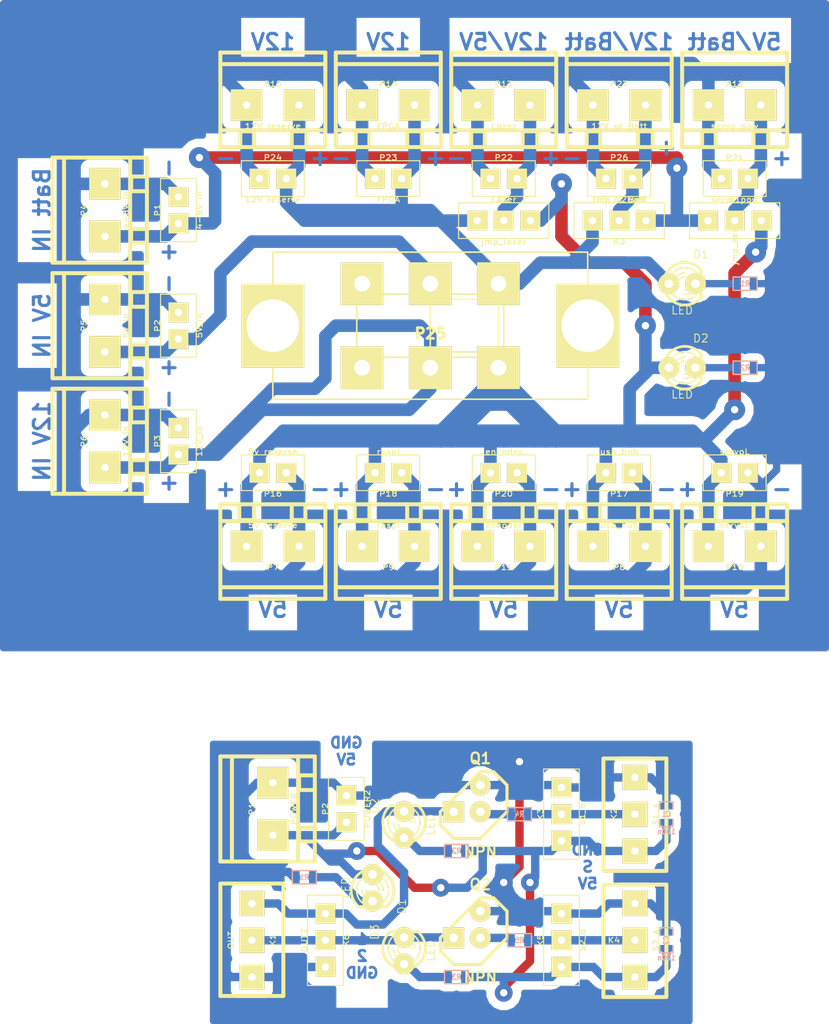
<source format=kicad_pcb>
(kicad_pcb (version 3) (host pcbnew "(2013-mar-30)-stable")

  (general
    (links 105)
    (no_connects 6)
    (area 170.85 51 250.000001 148.500001)
    (thickness 1.6002)
    (drawings 41)
    (tracks 367)
    (zones 0)
    (modules 54)
    (nets 17)
  )

  (page A4)
  (layers
    (15 F.Cu signal)
    (0 B.Cu signal)
    (16 B.Adhes user)
    (17 F.Adhes user)
    (18 B.Paste user)
    (19 F.Paste user)
    (20 B.SilkS user)
    (21 F.SilkS user)
    (22 B.Mask user)
    (23 F.Mask user)
    (24 Dwgs.User user)
    (25 Cmts.User user)
    (26 Eco1.User user)
    (27 Eco2.User user)
    (28 Edge.Cuts user)
  )

  (setup
    (last_trace_width 0.89916)
    (trace_clearance 0.35052)
    (zone_clearance 0.8)
    (zone_45_only no)
    (trace_min 0.254)
    (segment_width 0.2)
    (edge_width 0.1)
    (via_size 1.50114)
    (via_drill 0.70104)
    (via_min_size 0.889)
    (via_min_drill 0.508)
    (uvia_size 0.508)
    (uvia_drill 0.127)
    (uvias_allowed no)
    (uvia_min_size 0.508)
    (uvia_min_drill 0.127)
    (pcb_text_width 0.3)
    (pcb_text_size 1.5 1.5)
    (mod_edge_width 0.15)
    (mod_text_size 1 1)
    (mod_text_width 0.15)
    (pad_size 2 2)
    (pad_drill 0.8128)
    (pad_to_mask_clearance 0)
    (aux_axis_origin 0 0)
    (visible_elements 7FFFFFFF)
    (pcbplotparams
      (layerselection 1)
      (usegerberextensions false)
      (excludeedgelayer true)
      (linewidth 152400)
      (plotframeref false)
      (viasonmask false)
      (mode 1)
      (useauxorigin false)
      (hpglpennumber 1)
      (hpglpenspeed 20)
      (hpglpendiameter 15)
      (hpglpenoverlay 2)
      (psnegative false)
      (psa4output true)
      (plotreference true)
      (plotvalue true)
      (plotothertext true)
      (plotinvisibletext false)
      (padsonsilk false)
      (subtractmaskfromsilk false)
      (outputformat 2)
      (mirror true)
      (drillshape 1)
      (scaleselection 1)
      (outputdirectory ""))
  )

  (net 0 "")
  (net 1 +12V)
  (net 2 +5V)
  (net 3 +BATT)
  (net 4 GND)
  (net 5 N-0000010)
  (net 6 N-0000011)
  (net 7 N-0000012)
  (net 8 N-0000013)
  (net 9 N-000002)
  (net 10 N-000003)
  (net 11 N-000004)
  (net 12 N-000005)
  (net 13 N-000007)
  (net 14 N-000008)
  (net 15 N-000009)
  (net 16 VCC)

  (net_class Default "This is the default net class."
    (clearance 0.35052)
    (trace_width 0.89916)
    (via_dia 1.50114)
    (via_drill 0.70104)
    (uvia_dia 0.508)
    (uvia_drill 0.127)
    (add_net "")
    (add_net +12V)
    (add_net +5V)
    (add_net +BATT)
    (add_net GND)
    (add_net N-0000010)
    (add_net N-0000011)
    (add_net N-0000012)
    (add_net N-0000013)
    (add_net N-000002)
    (add_net N-000003)
    (add_net N-000004)
    (add_net N-000005)
    (add_net N-000007)
    (add_net N-000008)
    (add_net N-000009)
    (add_net VCC)
  )

  (net_class small ""
    (clearance 0.35052)
    (trace_width 0.59944)
    (via_dia 1.50114)
    (via_drill 0.70104)
    (uvia_dia 0.508)
    (uvia_drill 0.127)
  )

  (module SwitchBig (layer F.Cu) (tedit 51A9F5C4) (tstamp 51AA04B4)
    (at 212 82 180)
    (tags Switch)
    (path /51A9FFE7)
    (fp_text reference P25 (at 0 -0.75 180) (layer F.SilkS)
      (effects (font (size 1.016 1.016) (thickness 0.254)))
    )
    (fp_text value switch (at 0.25 1 180) (layer F.SilkS) hide
      (effects (font (size 1.016 1.016) (thickness 0.254)))
    )
    (fp_line (start -6.5 -2.5) (end 0 -2.5) (layer F.SilkS) (width 0.15))
    (fp_line (start 0 -2.5) (end 0 2.5) (layer F.SilkS) (width 0.15))
    (fp_line (start 0 2.5) (end -6.5 2.5) (layer F.SilkS) (width 0.15))
    (fp_line (start -6.5 2.5) (end -6.5 -2.5) (layer F.SilkS) (width 0.15))
    (fp_line (start 7 -3) (end -7 -3) (layer F.SilkS) (width 0.15))
    (fp_line (start -7 -3) (end -7 3) (layer F.SilkS) (width 0.15))
    (fp_line (start -7 3) (end 7 3) (layer F.SilkS) (width 0.15))
    (fp_line (start 7 3) (end 7 -3) (layer F.SilkS) (width 0.15))
    (fp_line (start -15 -7) (end 15 -7) (layer F.SilkS) (width 0.15))
    (fp_line (start 15 -7) (end 15 7) (layer F.SilkS) (width 0.15))
    (fp_line (start 15 7) (end -15 7) (layer F.SilkS) (width 0.15))
    (fp_line (start -15 7) (end -15 -7) (layer F.SilkS) (width 0.15))
    (pad 3 thru_hole rect (at 0 4 180) (size 4.064 4.064) (drill 1.5)
      (layers *.Cu *.Mask F.SilkS)
      (net 9 N-000002)
    )
    (pad 4 thru_hole rect (at 0 -4 180) (size 4.064 4.064) (drill 1.5)
      (layers *.Cu *.Mask F.SilkS)
      (net 10 N-000003)
    )
    (pad 2 thru_hole rect (at -6.5 -4 180) (size 4.064 4.064) (drill 1.5)
      (layers *.Cu *.Mask F.SilkS)
      (net 2 +5V)
    )
    (pad 1 thru_hole rect (at -6.5 4 180) (size 4.064 4.064) (drill 1.5)
      (layers *.Cu *.Mask F.SilkS)
      (net 1 +12V)
    )
    (pad 5 thru_hole rect (at 6.5 4 180) (size 4.064 4.064) (drill 1.5)
      (layers *.Cu *.Mask F.SilkS)
    )
    (pad 6 thru_hole rect (at 6.5 -4 180) (size 4.064 4.064) (drill 1.5)
      (layers *.Cu *.Mask F.SilkS)
    )
    (pad "" thru_hole rect (at 15 0 180) (size 6 8) (drill 5)
      (layers *.Cu *.Mask F.SilkS)
    )
    (pad "" thru_hole rect (at -15 0 180) (size 6 8) (drill 5)
      (layers *.Cu *.Mask F.SilkS)
    )
  )

  (module SM0603 (layer B.Cu) (tedit 4E43A3D1) (tstamp 51AA049B)
    (at 242 78)
    (path /51A9EA88)
    (attr smd)
    (fp_text reference R1 (at 0 0) (layer B.SilkS)
      (effects (font (size 0.508 0.4572) (thickness 0.1143)) (justify mirror))
    )
    (fp_text value R (at 0 0) (layer B.SilkS) hide
      (effects (font (size 0.508 0.4572) (thickness 0.1143)) (justify mirror))
    )
    (fp_line (start -1.143 0.635) (end 1.143 0.635) (layer B.SilkS) (width 0.127))
    (fp_line (start 1.143 0.635) (end 1.143 -0.635) (layer B.SilkS) (width 0.127))
    (fp_line (start 1.143 -0.635) (end -1.143 -0.635) (layer B.SilkS) (width 0.127))
    (fp_line (start -1.143 -0.635) (end -1.143 0.635) (layer B.SilkS) (width 0.127))
    (pad 1 smd rect (at -0.762 0) (size 0.635 1.143)
      (layers B.Cu B.Paste B.Mask)
      (net 6 N-0000011)
    )
    (pad 2 smd rect (at 0.762 0) (size 0.635 1.143)
      (layers B.Cu B.Paste B.Mask)
      (net 4 GND)
    )
    (model smd\resistors\R0603.wrl
      (at (xyz 0 0 0.001))
      (scale (xyz 0.5 0.5 0.5))
      (rotate (xyz 0 0 0))
    )
  )

  (module SM0603 (layer B.Cu) (tedit 4E43A3D1) (tstamp 51AA0490)
    (at 242 86)
    (path /51A9EA95)
    (attr smd)
    (fp_text reference R2 (at 0 0) (layer B.SilkS)
      (effects (font (size 0.508 0.4572) (thickness 0.1143)) (justify mirror))
    )
    (fp_text value R (at 0 0) (layer B.SilkS) hide
      (effects (font (size 0.508 0.4572) (thickness 0.1143)) (justify mirror))
    )
    (fp_line (start -1.143 0.635) (end 1.143 0.635) (layer B.SilkS) (width 0.127))
    (fp_line (start 1.143 0.635) (end 1.143 -0.635) (layer B.SilkS) (width 0.127))
    (fp_line (start 1.143 -0.635) (end -1.143 -0.635) (layer B.SilkS) (width 0.127))
    (fp_line (start -1.143 -0.635) (end -1.143 0.635) (layer B.SilkS) (width 0.127))
    (pad 1 smd rect (at -0.762 0) (size 0.635 1.143)
      (layers B.Cu B.Paste B.Mask)
      (net 5 N-0000010)
    )
    (pad 2 smd rect (at 0.762 0) (size 0.635 1.143)
      (layers B.Cu B.Paste B.Mask)
      (net 4 GND)
    )
    (model smd\resistors\R0603.wrl
      (at (xyz 0 0 0.001))
      (scale (xyz 0.5 0.5 0.5))
      (rotate (xyz 0 0 0))
    )
  )

  (module PinArray2_big (layer F.Cu) (tedit 4E033F82) (tstamp 51AA047A)
    (at 197 68)
    (path /51A9EF0C)
    (fp_text reference P24 (at 0 -1.99898) (layer F.SilkS)
      (effects (font (size 0.50038 0.59944) (thickness 0.09906)))
    )
    (fp_text value "12V reserve" (at 0 1.99898) (layer F.SilkS)
      (effects (font (size 0.50038 0.59944) (thickness 0.09906)))
    )
    (fp_line (start -2.99974 -1.69926) (end 2.99974 -1.69926) (layer F.SilkS) (width 0.09906))
    (fp_line (start 2.99974 -1.69926) (end 2.99974 1.69926) (layer F.SilkS) (width 0.09906))
    (fp_line (start 2.99974 1.69926) (end -2.99974 1.69926) (layer F.SilkS) (width 0.09906))
    (fp_line (start -2.99974 1.69926) (end -2.99974 -1.69926) (layer F.SilkS) (width 0.09906))
    (pad 1 thru_hole rect (at 1.27 0) (size 1.89992 1.89992) (drill 0.70104)
      (layers *.Cu *.Mask F.SilkS)
      (net 1 +12V)
    )
    (pad 2 thru_hole rect (at -1.27 0) (size 1.89992 1.89992) (drill 0.70104)
      (layers *.Cu *.Mask F.SilkS)
      (net 4 GND)
    )
  )

  (module PinArray2_big (layer F.Cu) (tedit 4E033F82) (tstamp 51AA046F)
    (at 208 68)
    (path /51A9EF06)
    (fp_text reference P23 (at 0 -1.99898) (layer F.SilkS)
      (effects (font (size 0.50038 0.59944) (thickness 0.09906)))
    )
    (fp_text value FPGA (at 0 1.99898) (layer F.SilkS)
      (effects (font (size 0.50038 0.59944) (thickness 0.09906)))
    )
    (fp_line (start -2.99974 -1.69926) (end 2.99974 -1.69926) (layer F.SilkS) (width 0.09906))
    (fp_line (start 2.99974 -1.69926) (end 2.99974 1.69926) (layer F.SilkS) (width 0.09906))
    (fp_line (start 2.99974 1.69926) (end -2.99974 1.69926) (layer F.SilkS) (width 0.09906))
    (fp_line (start -2.99974 1.69926) (end -2.99974 -1.69926) (layer F.SilkS) (width 0.09906))
    (pad 1 thru_hole rect (at 1.27 0) (size 1.89992 1.89992) (drill 0.70104)
      (layers *.Cu *.Mask F.SilkS)
      (net 1 +12V)
    )
    (pad 2 thru_hole rect (at -1.27 0) (size 1.89992 1.89992) (drill 0.70104)
      (layers *.Cu *.Mask F.SilkS)
      (net 4 GND)
    )
  )

  (module PinArray2_big (layer F.Cu) (tedit 4E033F82) (tstamp 51AA0464)
    (at 219 68)
    (path /51A9EF00)
    (fp_text reference P22 (at 0 -1.99898) (layer F.SilkS)
      (effects (font (size 0.50038 0.59944) (thickness 0.09906)))
    )
    (fp_text value Laser (at 0 1.99898) (layer F.SilkS)
      (effects (font (size 0.50038 0.59944) (thickness 0.09906)))
    )
    (fp_line (start -2.99974 -1.69926) (end 2.99974 -1.69926) (layer F.SilkS) (width 0.09906))
    (fp_line (start 2.99974 -1.69926) (end 2.99974 1.69926) (layer F.SilkS) (width 0.09906))
    (fp_line (start 2.99974 1.69926) (end -2.99974 1.69926) (layer F.SilkS) (width 0.09906))
    (fp_line (start -2.99974 1.69926) (end -2.99974 -1.69926) (layer F.SilkS) (width 0.09906))
    (pad 1 thru_hole rect (at 1.27 0) (size 1.89992 1.89992) (drill 0.70104)
      (layers *.Cu *.Mask F.SilkS)
      (net 7 N-0000012)
    )
    (pad 2 thru_hole rect (at -1.27 0) (size 1.89992 1.89992) (drill 0.70104)
      (layers *.Cu *.Mask F.SilkS)
      (net 4 GND)
    )
  )

  (module PinArray2_big (layer F.Cu) (tedit 4E033F82) (tstamp 51AA0459)
    (at 241 68)
    (path /51A9EEFA)
    (fp_text reference P21 (at 0 -1.99898) (layer F.SilkS)
      (effects (font (size 0.50038 0.59944) (thickness 0.09906)))
    )
    (fp_text value servo_pow (at 0 1.99898) (layer F.SilkS)
      (effects (font (size 0.50038 0.59944) (thickness 0.09906)))
    )
    (fp_line (start -2.99974 -1.69926) (end 2.99974 -1.69926) (layer F.SilkS) (width 0.09906))
    (fp_line (start 2.99974 -1.69926) (end 2.99974 1.69926) (layer F.SilkS) (width 0.09906))
    (fp_line (start 2.99974 1.69926) (end -2.99974 1.69926) (layer F.SilkS) (width 0.09906))
    (fp_line (start -2.99974 1.69926) (end -2.99974 -1.69926) (layer F.SilkS) (width 0.09906))
    (pad 1 thru_hole rect (at 1.27 0) (size 1.89992 1.89992) (drill 0.70104)
      (layers *.Cu *.Mask F.SilkS)
      (net 8 N-0000013)
    )
    (pad 2 thru_hole rect (at -1.27 0) (size 1.89992 1.89992) (drill 0.70104)
      (layers *.Cu *.Mask F.SilkS)
      (net 4 GND)
    )
  )

  (module PinArray2_big (layer F.Cu) (tedit 4E033F82) (tstamp 51AA044E)
    (at 219 96 180)
    (path /51A9EEF4)
    (fp_text reference P20 (at 0 -1.99898 180) (layer F.SilkS)
      (effects (font (size 0.50038 0.59944) (thickness 0.09906)))
    )
    (fp_text value encoder (at 0 1.99898 180) (layer F.SilkS)
      (effects (font (size 0.50038 0.59944) (thickness 0.09906)))
    )
    (fp_line (start -2.99974 -1.69926) (end 2.99974 -1.69926) (layer F.SilkS) (width 0.09906))
    (fp_line (start 2.99974 -1.69926) (end 2.99974 1.69926) (layer F.SilkS) (width 0.09906))
    (fp_line (start 2.99974 1.69926) (end -2.99974 1.69926) (layer F.SilkS) (width 0.09906))
    (fp_line (start -2.99974 1.69926) (end -2.99974 -1.69926) (layer F.SilkS) (width 0.09906))
    (pad 1 thru_hole rect (at 1.27 0 180) (size 1.89992 1.89992) (drill 0.70104)
      (layers *.Cu *.Mask F.SilkS)
      (net 2 +5V)
    )
    (pad 2 thru_hole rect (at -1.27 0 180) (size 1.89992 1.89992) (drill 0.70104)
      (layers *.Cu *.Mask F.SilkS)
      (net 4 GND)
    )
  )

  (module PinArray2_big (layer F.Cu) (tedit 4E033F82) (tstamp 51AA0443)
    (at 241 96 180)
    (path /51A9EEEE)
    (fp_text reference P19 (at 0 -1.99898 180) (layer F.SilkS)
      (effects (font (size 0.50038 0.59944) (thickness 0.09906)))
    )
    (fp_text value servoL (at 0 1.99898 180) (layer F.SilkS)
      (effects (font (size 0.50038 0.59944) (thickness 0.09906)))
    )
    (fp_line (start -2.99974 -1.69926) (end 2.99974 -1.69926) (layer F.SilkS) (width 0.09906))
    (fp_line (start 2.99974 -1.69926) (end 2.99974 1.69926) (layer F.SilkS) (width 0.09906))
    (fp_line (start 2.99974 1.69926) (end -2.99974 1.69926) (layer F.SilkS) (width 0.09906))
    (fp_line (start -2.99974 1.69926) (end -2.99974 -1.69926) (layer F.SilkS) (width 0.09906))
    (pad 1 thru_hole rect (at 1.27 0 180) (size 1.89992 1.89992) (drill 0.70104)
      (layers *.Cu *.Mask F.SilkS)
      (net 2 +5V)
    )
    (pad 2 thru_hole rect (at -1.27 0 180) (size 1.89992 1.89992) (drill 0.70104)
      (layers *.Cu *.Mask F.SilkS)
      (net 4 GND)
    )
  )

  (module PinArray2_big (layer F.Cu) (tedit 4E033F82) (tstamp 51AA0438)
    (at 208 96 180)
    (path /51A9EEE8)
    (fp_text reference P18 (at 0 -1.99898 180) (layer F.SilkS)
      (effects (font (size 0.50038 0.59944) (thickness 0.09906)))
    )
    (fp_text value raspi (at 0 1.99898 180) (layer F.SilkS)
      (effects (font (size 0.50038 0.59944) (thickness 0.09906)))
    )
    (fp_line (start -2.99974 -1.69926) (end 2.99974 -1.69926) (layer F.SilkS) (width 0.09906))
    (fp_line (start 2.99974 -1.69926) (end 2.99974 1.69926) (layer F.SilkS) (width 0.09906))
    (fp_line (start 2.99974 1.69926) (end -2.99974 1.69926) (layer F.SilkS) (width 0.09906))
    (fp_line (start -2.99974 1.69926) (end -2.99974 -1.69926) (layer F.SilkS) (width 0.09906))
    (pad 1 thru_hole rect (at 1.27 0 180) (size 1.89992 1.89992) (drill 0.70104)
      (layers *.Cu *.Mask F.SilkS)
      (net 2 +5V)
    )
    (pad 2 thru_hole rect (at -1.27 0 180) (size 1.89992 1.89992) (drill 0.70104)
      (layers *.Cu *.Mask F.SilkS)
      (net 4 GND)
    )
  )

  (module PinArray2_big (layer F.Cu) (tedit 4E033F82) (tstamp 51AA042D)
    (at 230 96 180)
    (path /51A9EEE2)
    (fp_text reference P17 (at 0 -1.99898 180) (layer F.SilkS)
      (effects (font (size 0.50038 0.59944) (thickness 0.09906)))
    )
    (fp_text value usb_hub (at 0 1.99898 180) (layer F.SilkS)
      (effects (font (size 0.50038 0.59944) (thickness 0.09906)))
    )
    (fp_line (start -2.99974 -1.69926) (end 2.99974 -1.69926) (layer F.SilkS) (width 0.09906))
    (fp_line (start 2.99974 -1.69926) (end 2.99974 1.69926) (layer F.SilkS) (width 0.09906))
    (fp_line (start 2.99974 1.69926) (end -2.99974 1.69926) (layer F.SilkS) (width 0.09906))
    (fp_line (start -2.99974 1.69926) (end -2.99974 -1.69926) (layer F.SilkS) (width 0.09906))
    (pad 1 thru_hole rect (at 1.27 0 180) (size 1.89992 1.89992) (drill 0.70104)
      (layers *.Cu *.Mask F.SilkS)
      (net 2 +5V)
    )
    (pad 2 thru_hole rect (at -1.27 0 180) (size 1.89992 1.89992) (drill 0.70104)
      (layers *.Cu *.Mask F.SilkS)
      (net 4 GND)
    )
  )

  (module PinArray2_big (layer F.Cu) (tedit 4E033F82) (tstamp 51AA0422)
    (at 197 96 180)
    (path /51A9EEDC)
    (fp_text reference P16 (at 0 -1.99898 180) (layer F.SilkS)
      (effects (font (size 0.50038 0.59944) (thickness 0.09906)))
    )
    (fp_text value "5v reserve" (at 0 1.99898 180) (layer F.SilkS)
      (effects (font (size 0.50038 0.59944) (thickness 0.09906)))
    )
    (fp_line (start -2.99974 -1.69926) (end 2.99974 -1.69926) (layer F.SilkS) (width 0.09906))
    (fp_line (start 2.99974 -1.69926) (end 2.99974 1.69926) (layer F.SilkS) (width 0.09906))
    (fp_line (start 2.99974 1.69926) (end -2.99974 1.69926) (layer F.SilkS) (width 0.09906))
    (fp_line (start -2.99974 1.69926) (end -2.99974 -1.69926) (layer F.SilkS) (width 0.09906))
    (pad 1 thru_hole rect (at 1.27 0 180) (size 1.89992 1.89992) (drill 0.70104)
      (layers *.Cu *.Mask F.SilkS)
      (net 2 +5V)
    )
    (pad 2 thru_hole rect (at -1.27 0 180) (size 1.89992 1.89992) (drill 0.70104)
      (layers *.Cu *.Mask F.SilkS)
      (net 4 GND)
    )
  )

  (module PinArray2_big (layer F.Cu) (tedit 4E033F82) (tstamp 51AA0417)
    (at 188 71 90)
    (path /51A9EED6)
    (fp_text reference P1 (at 0 -1.99898 90) (layer F.SilkS)
      (effects (font (size 0.50038 0.59944) (thickness 0.09906)))
    )
    (fp_text value "4-8V in" (at 0 1.99898 90) (layer F.SilkS)
      (effects (font (size 0.50038 0.59944) (thickness 0.09906)))
    )
    (fp_line (start -2.99974 -1.69926) (end 2.99974 -1.69926) (layer F.SilkS) (width 0.09906))
    (fp_line (start 2.99974 -1.69926) (end 2.99974 1.69926) (layer F.SilkS) (width 0.09906))
    (fp_line (start 2.99974 1.69926) (end -2.99974 1.69926) (layer F.SilkS) (width 0.09906))
    (fp_line (start -2.99974 1.69926) (end -2.99974 -1.69926) (layer F.SilkS) (width 0.09906))
    (pad 1 thru_hole rect (at 1.27 0 90) (size 1.89992 1.89992) (drill 0.70104)
      (layers *.Cu *.Mask F.SilkS)
      (net 4 GND)
    )
    (pad 2 thru_hole rect (at -1.27 0 90) (size 1.89992 1.89992) (drill 0.70104)
      (layers *.Cu *.Mask F.SilkS)
      (net 3 +BATT)
    )
  )

  (module PinArray2_big (layer F.Cu) (tedit 4E033F82) (tstamp 51AA040C)
    (at 188 93 90)
    (path /51A9EED0)
    (fp_text reference P3 (at 0 -1.99898 90) (layer F.SilkS)
      (effects (font (size 0.50038 0.59944) (thickness 0.09906)))
    )
    (fp_text value 12V_in (at 0 1.99898 90) (layer F.SilkS)
      (effects (font (size 0.50038 0.59944) (thickness 0.09906)))
    )
    (fp_line (start -2.99974 -1.69926) (end 2.99974 -1.69926) (layer F.SilkS) (width 0.09906))
    (fp_line (start 2.99974 -1.69926) (end 2.99974 1.69926) (layer F.SilkS) (width 0.09906))
    (fp_line (start 2.99974 1.69926) (end -2.99974 1.69926) (layer F.SilkS) (width 0.09906))
    (fp_line (start -2.99974 1.69926) (end -2.99974 -1.69926) (layer F.SilkS) (width 0.09906))
    (pad 1 thru_hole rect (at 1.27 0 90) (size 1.89992 1.89992) (drill 0.70104)
      (layers *.Cu *.Mask F.SilkS)
      (net 4 GND)
    )
    (pad 2 thru_hole rect (at -1.27 0 90) (size 1.89992 1.89992) (drill 0.70104)
      (layers *.Cu *.Mask F.SilkS)
      (net 10 N-000003)
    )
  )

  (module PinArray2_big (layer F.Cu) (tedit 4E033F82) (tstamp 51AA0401)
    (at 188 82 90)
    (path /51A9EECA)
    (fp_text reference P2 (at 0 -1.99898 90) (layer F.SilkS)
      (effects (font (size 0.50038 0.59944) (thickness 0.09906)))
    )
    (fp_text value 5V_in (at 0 1.99898 90) (layer F.SilkS)
      (effects (font (size 0.50038 0.59944) (thickness 0.09906)))
    )
    (fp_line (start -2.99974 -1.69926) (end 2.99974 -1.69926) (layer F.SilkS) (width 0.09906))
    (fp_line (start 2.99974 -1.69926) (end 2.99974 1.69926) (layer F.SilkS) (width 0.09906))
    (fp_line (start 2.99974 1.69926) (end -2.99974 1.69926) (layer F.SilkS) (width 0.09906))
    (fp_line (start -2.99974 1.69926) (end -2.99974 -1.69926) (layer F.SilkS) (width 0.09906))
    (pad 1 thru_hole rect (at 1.27 0 90) (size 1.89992 1.89992) (drill 0.70104)
      (layers *.Cu *.Mask F.SilkS)
      (net 4 GND)
    )
    (pad 2 thru_hole rect (at -1.27 0 90) (size 1.89992 1.89992) (drill 0.70104)
      (layers *.Cu *.Mask F.SilkS)
      (net 9 N-000002)
    )
  )

  (module LeiterplattenKlemme2_5RM (layer F.Cu) (tedit 50DEDB2F) (tstamp 51AA03F6)
    (at 181 82 90)
    (path /51A9E625)
    (fp_text reference P5 (at 0 -1.99898 90) (layer F.SilkS)
      (effects (font (size 0.50038 0.59944) (thickness 0.09906)))
    )
    (fp_text value 5V_in (at 0 1.99898 90) (layer F.SilkS)
      (effects (font (size 0.50038 0.59944) (thickness 0.09906)))
    )
    (fp_line (start -5.00126 -3.8989) (end 5.00126 -3.8989) (layer F.SilkS) (width 0.381))
    (fp_line (start -5.00126 2.4003) (end 5.00126 2.4003) (layer F.SilkS) (width 0.381))
    (fp_line (start 1.80086 4.0005) (end 1.80086 2.49936) (layer F.SilkS) (width 0.381))
    (fp_line (start 1.80086 2.49936) (end 3.2004 2.49936) (layer F.SilkS) (width 0.381))
    (fp_line (start 3.2004 2.49936) (end 3.2004 4.0005) (layer F.SilkS) (width 0.381))
    (fp_line (start -3.0988 4.0005) (end -3.0988 2.49936) (layer F.SilkS) (width 0.381))
    (fp_line (start -3.0988 2.49936) (end -1.80086 2.49936) (layer F.SilkS) (width 0.381))
    (fp_line (start -1.80086 2.49936) (end -1.80086 4.0005) (layer F.SilkS) (width 0.381))
    (fp_line (start -5.00126 4.0005) (end 5.00126 4.0005) (layer F.SilkS) (width 0.381))
    (fp_line (start 5.00126 4.0005) (end 5.00126 -5.00126) (layer F.SilkS) (width 0.381))
    (fp_line (start 5.00126 -5.00126) (end -5.00126 -5.00126) (layer F.SilkS) (width 0.381))
    (fp_line (start -5.00126 -5.00126) (end -5.00126 4.0005) (layer F.SilkS) (width 0.381))
    (pad 1 thru_hole rect (at 2.49936 0 90) (size 2.99974 2.99974) (drill 0.70104)
      (layers *.Cu *.Mask F.SilkS)
      (net 4 GND)
    )
    (pad 2 thru_hole rect (at -2.49936 0 90) (size 2.99974 2.99974) (drill 0.70104)
      (layers *.Cu *.Mask F.SilkS)
      (net 9 N-000002)
    )
  )

  (module LeiterplattenKlemme2_5RM (layer F.Cu) (tedit 50DEDB2F) (tstamp 51AA03E3)
    (at 197 103 180)
    (path /51A9ED3B)
    (fp_text reference P7 (at 0 -1.99898 180) (layer F.SilkS)
      (effects (font (size 0.50038 0.59944) (thickness 0.09906)))
    )
    (fp_text value "5v reserve" (at 0 1.99898 180) (layer F.SilkS)
      (effects (font (size 0.50038 0.59944) (thickness 0.09906)))
    )
    (fp_line (start -5.00126 -3.8989) (end 5.00126 -3.8989) (layer F.SilkS) (width 0.381))
    (fp_line (start -5.00126 2.4003) (end 5.00126 2.4003) (layer F.SilkS) (width 0.381))
    (fp_line (start 1.80086 4.0005) (end 1.80086 2.49936) (layer F.SilkS) (width 0.381))
    (fp_line (start 1.80086 2.49936) (end 3.2004 2.49936) (layer F.SilkS) (width 0.381))
    (fp_line (start 3.2004 2.49936) (end 3.2004 4.0005) (layer F.SilkS) (width 0.381))
    (fp_line (start -3.0988 4.0005) (end -3.0988 2.49936) (layer F.SilkS) (width 0.381))
    (fp_line (start -3.0988 2.49936) (end -1.80086 2.49936) (layer F.SilkS) (width 0.381))
    (fp_line (start -1.80086 2.49936) (end -1.80086 4.0005) (layer F.SilkS) (width 0.381))
    (fp_line (start -5.00126 4.0005) (end 5.00126 4.0005) (layer F.SilkS) (width 0.381))
    (fp_line (start 5.00126 4.0005) (end 5.00126 -5.00126) (layer F.SilkS) (width 0.381))
    (fp_line (start 5.00126 -5.00126) (end -5.00126 -5.00126) (layer F.SilkS) (width 0.381))
    (fp_line (start -5.00126 -5.00126) (end -5.00126 4.0005) (layer F.SilkS) (width 0.381))
    (pad 1 thru_hole rect (at 2.49936 0 180) (size 2.99974 2.99974) (drill 0.70104)
      (layers *.Cu *.Mask F.SilkS)
      (net 2 +5V)
    )
    (pad 2 thru_hole rect (at -2.49936 0 180) (size 2.99974 2.99974) (drill 0.70104)
      (layers *.Cu *.Mask F.SilkS)
      (net 4 GND)
    )
  )

  (module LeiterplattenKlemme2_5RM (layer F.Cu) (tedit 50DEDB2F) (tstamp 51AA03D0)
    (at 230 103 180)
    (path /51A9E8A1)
    (fp_text reference P8 (at 0 -1.99898 180) (layer F.SilkS)
      (effects (font (size 0.50038 0.59944) (thickness 0.09906)))
    )
    (fp_text value usb_hub (at 0 1.99898 180) (layer F.SilkS)
      (effects (font (size 0.50038 0.59944) (thickness 0.09906)))
    )
    (fp_line (start -5.00126 -3.8989) (end 5.00126 -3.8989) (layer F.SilkS) (width 0.381))
    (fp_line (start -5.00126 2.4003) (end 5.00126 2.4003) (layer F.SilkS) (width 0.381))
    (fp_line (start 1.80086 4.0005) (end 1.80086 2.49936) (layer F.SilkS) (width 0.381))
    (fp_line (start 1.80086 2.49936) (end 3.2004 2.49936) (layer F.SilkS) (width 0.381))
    (fp_line (start 3.2004 2.49936) (end 3.2004 4.0005) (layer F.SilkS) (width 0.381))
    (fp_line (start -3.0988 4.0005) (end -3.0988 2.49936) (layer F.SilkS) (width 0.381))
    (fp_line (start -3.0988 2.49936) (end -1.80086 2.49936) (layer F.SilkS) (width 0.381))
    (fp_line (start -1.80086 2.49936) (end -1.80086 4.0005) (layer F.SilkS) (width 0.381))
    (fp_line (start -5.00126 4.0005) (end 5.00126 4.0005) (layer F.SilkS) (width 0.381))
    (fp_line (start 5.00126 4.0005) (end 5.00126 -5.00126) (layer F.SilkS) (width 0.381))
    (fp_line (start 5.00126 -5.00126) (end -5.00126 -5.00126) (layer F.SilkS) (width 0.381))
    (fp_line (start -5.00126 -5.00126) (end -5.00126 4.0005) (layer F.SilkS) (width 0.381))
    (pad 1 thru_hole rect (at 2.49936 0 180) (size 2.99974 2.99974) (drill 0.70104)
      (layers *.Cu *.Mask F.SilkS)
      (net 2 +5V)
    )
    (pad 2 thru_hole rect (at -2.49936 0 180) (size 2.99974 2.99974) (drill 0.70104)
      (layers *.Cu *.Mask F.SilkS)
      (net 4 GND)
    )
  )

  (module LeiterplattenKlemme2_5RM (layer F.Cu) (tedit 50DEDB2F) (tstamp 51AA03BD)
    (at 219 61)
    (path /51A9E7ED)
    (fp_text reference P13 (at 0 -1.99898) (layer F.SilkS)
      (effects (font (size 0.50038 0.59944) (thickness 0.09906)))
    )
    (fp_text value Laser (at 0 1.99898) (layer F.SilkS)
      (effects (font (size 0.50038 0.59944) (thickness 0.09906)))
    )
    (fp_line (start -5.00126 -3.8989) (end 5.00126 -3.8989) (layer F.SilkS) (width 0.381))
    (fp_line (start -5.00126 2.4003) (end 5.00126 2.4003) (layer F.SilkS) (width 0.381))
    (fp_line (start 1.80086 4.0005) (end 1.80086 2.49936) (layer F.SilkS) (width 0.381))
    (fp_line (start 1.80086 2.49936) (end 3.2004 2.49936) (layer F.SilkS) (width 0.381))
    (fp_line (start 3.2004 2.49936) (end 3.2004 4.0005) (layer F.SilkS) (width 0.381))
    (fp_line (start -3.0988 4.0005) (end -3.0988 2.49936) (layer F.SilkS) (width 0.381))
    (fp_line (start -3.0988 2.49936) (end -1.80086 2.49936) (layer F.SilkS) (width 0.381))
    (fp_line (start -1.80086 2.49936) (end -1.80086 4.0005) (layer F.SilkS) (width 0.381))
    (fp_line (start -5.00126 4.0005) (end 5.00126 4.0005) (layer F.SilkS) (width 0.381))
    (fp_line (start 5.00126 4.0005) (end 5.00126 -5.00126) (layer F.SilkS) (width 0.381))
    (fp_line (start 5.00126 -5.00126) (end -5.00126 -5.00126) (layer F.SilkS) (width 0.381))
    (fp_line (start -5.00126 -5.00126) (end -5.00126 4.0005) (layer F.SilkS) (width 0.381))
    (pad 1 thru_hole rect (at 2.49936 0) (size 2.99974 2.99974) (drill 0.70104)
      (layers *.Cu *.Mask F.SilkS)
      (net 7 N-0000012)
    )
    (pad 2 thru_hole rect (at -2.49936 0) (size 2.99974 2.99974) (drill 0.70104)
      (layers *.Cu *.Mask F.SilkS)
      (net 4 GND)
    )
  )

  (module LeiterplattenKlemme2_5RM (layer F.Cu) (tedit 50DEDB2F) (tstamp 51AA03AA)
    (at 181 71 90)
    (path /51A9E75B)
    (fp_text reference P4 (at 0 -1.99898 90) (layer F.SilkS)
      (effects (font (size 0.50038 0.59944) (thickness 0.09906)))
    )
    (fp_text value "4-8V in" (at 0 1.99898 90) (layer F.SilkS)
      (effects (font (size 0.50038 0.59944) (thickness 0.09906)))
    )
    (fp_line (start -5.00126 -3.8989) (end 5.00126 -3.8989) (layer F.SilkS) (width 0.381))
    (fp_line (start -5.00126 2.4003) (end 5.00126 2.4003) (layer F.SilkS) (width 0.381))
    (fp_line (start 1.80086 4.0005) (end 1.80086 2.49936) (layer F.SilkS) (width 0.381))
    (fp_line (start 1.80086 2.49936) (end 3.2004 2.49936) (layer F.SilkS) (width 0.381))
    (fp_line (start 3.2004 2.49936) (end 3.2004 4.0005) (layer F.SilkS) (width 0.381))
    (fp_line (start -3.0988 4.0005) (end -3.0988 2.49936) (layer F.SilkS) (width 0.381))
    (fp_line (start -3.0988 2.49936) (end -1.80086 2.49936) (layer F.SilkS) (width 0.381))
    (fp_line (start -1.80086 2.49936) (end -1.80086 4.0005) (layer F.SilkS) (width 0.381))
    (fp_line (start -5.00126 4.0005) (end 5.00126 4.0005) (layer F.SilkS) (width 0.381))
    (fp_line (start 5.00126 4.0005) (end 5.00126 -5.00126) (layer F.SilkS) (width 0.381))
    (fp_line (start 5.00126 -5.00126) (end -5.00126 -5.00126) (layer F.SilkS) (width 0.381))
    (fp_line (start -5.00126 -5.00126) (end -5.00126 4.0005) (layer F.SilkS) (width 0.381))
    (pad 1 thru_hole rect (at 2.49936 0 90) (size 2.99974 2.99974) (drill 0.70104)
      (layers *.Cu *.Mask F.SilkS)
      (net 4 GND)
    )
    (pad 2 thru_hole rect (at -2.49936 0 90) (size 2.99974 2.99974) (drill 0.70104)
      (layers *.Cu *.Mask F.SilkS)
      (net 3 +BATT)
    )
  )

  (module LeiterplattenKlemme2_5RM (layer F.Cu) (tedit 50DEDB2F) (tstamp 51AA0397)
    (at 208 61)
    (path /51A9E6ED)
    (fp_text reference P14 (at 0 -1.99898) (layer F.SilkS)
      (effects (font (size 0.50038 0.59944) (thickness 0.09906)))
    )
    (fp_text value FPGA (at 0 1.99898) (layer F.SilkS)
      (effects (font (size 0.50038 0.59944) (thickness 0.09906)))
    )
    (fp_line (start -5.00126 -3.8989) (end 5.00126 -3.8989) (layer F.SilkS) (width 0.381))
    (fp_line (start -5.00126 2.4003) (end 5.00126 2.4003) (layer F.SilkS) (width 0.381))
    (fp_line (start 1.80086 4.0005) (end 1.80086 2.49936) (layer F.SilkS) (width 0.381))
    (fp_line (start 1.80086 2.49936) (end 3.2004 2.49936) (layer F.SilkS) (width 0.381))
    (fp_line (start 3.2004 2.49936) (end 3.2004 4.0005) (layer F.SilkS) (width 0.381))
    (fp_line (start -3.0988 4.0005) (end -3.0988 2.49936) (layer F.SilkS) (width 0.381))
    (fp_line (start -3.0988 2.49936) (end -1.80086 2.49936) (layer F.SilkS) (width 0.381))
    (fp_line (start -1.80086 2.49936) (end -1.80086 4.0005) (layer F.SilkS) (width 0.381))
    (fp_line (start -5.00126 4.0005) (end 5.00126 4.0005) (layer F.SilkS) (width 0.381))
    (fp_line (start 5.00126 4.0005) (end 5.00126 -5.00126) (layer F.SilkS) (width 0.381))
    (fp_line (start 5.00126 -5.00126) (end -5.00126 -5.00126) (layer F.SilkS) (width 0.381))
    (fp_line (start -5.00126 -5.00126) (end -5.00126 4.0005) (layer F.SilkS) (width 0.381))
    (pad 1 thru_hole rect (at 2.49936 0) (size 2.99974 2.99974) (drill 0.70104)
      (layers *.Cu *.Mask F.SilkS)
      (net 1 +12V)
    )
    (pad 2 thru_hole rect (at -2.49936 0) (size 2.99974 2.99974) (drill 0.70104)
      (layers *.Cu *.Mask F.SilkS)
      (net 4 GND)
    )
  )

  (module LeiterplattenKlemme2_5RM (layer F.Cu) (tedit 50DEDB2F) (tstamp 51AA0384)
    (at 219 103 180)
    (path /51A9E6DD)
    (fp_text reference P11 (at 0 -1.99898 180) (layer F.SilkS)
      (effects (font (size 0.50038 0.59944) (thickness 0.09906)))
    )
    (fp_text value encoder (at 0 1.99898 180) (layer F.SilkS)
      (effects (font (size 0.50038 0.59944) (thickness 0.09906)))
    )
    (fp_line (start -5.00126 -3.8989) (end 5.00126 -3.8989) (layer F.SilkS) (width 0.381))
    (fp_line (start -5.00126 2.4003) (end 5.00126 2.4003) (layer F.SilkS) (width 0.381))
    (fp_line (start 1.80086 4.0005) (end 1.80086 2.49936) (layer F.SilkS) (width 0.381))
    (fp_line (start 1.80086 2.49936) (end 3.2004 2.49936) (layer F.SilkS) (width 0.381))
    (fp_line (start 3.2004 2.49936) (end 3.2004 4.0005) (layer F.SilkS) (width 0.381))
    (fp_line (start -3.0988 4.0005) (end -3.0988 2.49936) (layer F.SilkS) (width 0.381))
    (fp_line (start -3.0988 2.49936) (end -1.80086 2.49936) (layer F.SilkS) (width 0.381))
    (fp_line (start -1.80086 2.49936) (end -1.80086 4.0005) (layer F.SilkS) (width 0.381))
    (fp_line (start -5.00126 4.0005) (end 5.00126 4.0005) (layer F.SilkS) (width 0.381))
    (fp_line (start 5.00126 4.0005) (end 5.00126 -5.00126) (layer F.SilkS) (width 0.381))
    (fp_line (start 5.00126 -5.00126) (end -5.00126 -5.00126) (layer F.SilkS) (width 0.381))
    (fp_line (start -5.00126 -5.00126) (end -5.00126 4.0005) (layer F.SilkS) (width 0.381))
    (pad 1 thru_hole rect (at 2.49936 0 180) (size 2.99974 2.99974) (drill 0.70104)
      (layers *.Cu *.Mask F.SilkS)
      (net 2 +5V)
    )
    (pad 2 thru_hole rect (at -2.49936 0 180) (size 2.99974 2.99974) (drill 0.70104)
      (layers *.Cu *.Mask F.SilkS)
      (net 4 GND)
    )
  )

  (module LeiterplattenKlemme2_5RM (layer F.Cu) (tedit 50DEDB2F) (tstamp 51AA0371)
    (at 241 61)
    (path /51A9E6CD)
    (fp_text reference P12 (at 0 -1.99898) (layer F.SilkS)
      (effects (font (size 0.50038 0.59944) (thickness 0.09906)))
    )
    (fp_text value servo_pow (at 0 1.99898) (layer F.SilkS)
      (effects (font (size 0.50038 0.59944) (thickness 0.09906)))
    )
    (fp_line (start -5.00126 -3.8989) (end 5.00126 -3.8989) (layer F.SilkS) (width 0.381))
    (fp_line (start -5.00126 2.4003) (end 5.00126 2.4003) (layer F.SilkS) (width 0.381))
    (fp_line (start 1.80086 4.0005) (end 1.80086 2.49936) (layer F.SilkS) (width 0.381))
    (fp_line (start 1.80086 2.49936) (end 3.2004 2.49936) (layer F.SilkS) (width 0.381))
    (fp_line (start 3.2004 2.49936) (end 3.2004 4.0005) (layer F.SilkS) (width 0.381))
    (fp_line (start -3.0988 4.0005) (end -3.0988 2.49936) (layer F.SilkS) (width 0.381))
    (fp_line (start -3.0988 2.49936) (end -1.80086 2.49936) (layer F.SilkS) (width 0.381))
    (fp_line (start -1.80086 2.49936) (end -1.80086 4.0005) (layer F.SilkS) (width 0.381))
    (fp_line (start -5.00126 4.0005) (end 5.00126 4.0005) (layer F.SilkS) (width 0.381))
    (fp_line (start 5.00126 4.0005) (end 5.00126 -5.00126) (layer F.SilkS) (width 0.381))
    (fp_line (start 5.00126 -5.00126) (end -5.00126 -5.00126) (layer F.SilkS) (width 0.381))
    (fp_line (start -5.00126 -5.00126) (end -5.00126 4.0005) (layer F.SilkS) (width 0.381))
    (pad 1 thru_hole rect (at 2.49936 0) (size 2.99974 2.99974) (drill 0.70104)
      (layers *.Cu *.Mask F.SilkS)
      (net 8 N-0000013)
    )
    (pad 2 thru_hole rect (at -2.49936 0) (size 2.99974 2.99974) (drill 0.70104)
      (layers *.Cu *.Mask F.SilkS)
      (net 4 GND)
    )
  )

  (module LeiterplattenKlemme2_5RM (layer F.Cu) (tedit 50DEDB2F) (tstamp 51AA035E)
    (at 241 103 180)
    (path /51A9E6BD)
    (fp_text reference P10 (at 0 -1.99898 180) (layer F.SilkS)
      (effects (font (size 0.50038 0.59944) (thickness 0.09906)))
    )
    (fp_text value servoL (at 0 1.99898 180) (layer F.SilkS)
      (effects (font (size 0.50038 0.59944) (thickness 0.09906)))
    )
    (fp_line (start -5.00126 -3.8989) (end 5.00126 -3.8989) (layer F.SilkS) (width 0.381))
    (fp_line (start -5.00126 2.4003) (end 5.00126 2.4003) (layer F.SilkS) (width 0.381))
    (fp_line (start 1.80086 4.0005) (end 1.80086 2.49936) (layer F.SilkS) (width 0.381))
    (fp_line (start 1.80086 2.49936) (end 3.2004 2.49936) (layer F.SilkS) (width 0.381))
    (fp_line (start 3.2004 2.49936) (end 3.2004 4.0005) (layer F.SilkS) (width 0.381))
    (fp_line (start -3.0988 4.0005) (end -3.0988 2.49936) (layer F.SilkS) (width 0.381))
    (fp_line (start -3.0988 2.49936) (end -1.80086 2.49936) (layer F.SilkS) (width 0.381))
    (fp_line (start -1.80086 2.49936) (end -1.80086 4.0005) (layer F.SilkS) (width 0.381))
    (fp_line (start -5.00126 4.0005) (end 5.00126 4.0005) (layer F.SilkS) (width 0.381))
    (fp_line (start 5.00126 4.0005) (end 5.00126 -5.00126) (layer F.SilkS) (width 0.381))
    (fp_line (start 5.00126 -5.00126) (end -5.00126 -5.00126) (layer F.SilkS) (width 0.381))
    (fp_line (start -5.00126 -5.00126) (end -5.00126 4.0005) (layer F.SilkS) (width 0.381))
    (pad 1 thru_hole rect (at 2.49936 0 180) (size 2.99974 2.99974) (drill 0.70104)
      (layers *.Cu *.Mask F.SilkS)
      (net 2 +5V)
    )
    (pad 2 thru_hole rect (at -2.49936 0 180) (size 2.99974 2.99974) (drill 0.70104)
      (layers *.Cu *.Mask F.SilkS)
      (net 4 GND)
    )
  )

  (module LeiterplattenKlemme2_5RM (layer F.Cu) (tedit 50DEDB2F) (tstamp 51AA034B)
    (at 208 103 180)
    (path /51A9E6B1)
    (fp_text reference P9 (at 0 -1.99898 180) (layer F.SilkS)
      (effects (font (size 0.50038 0.59944) (thickness 0.09906)))
    )
    (fp_text value raspi (at 0 1.99898 180) (layer F.SilkS)
      (effects (font (size 0.50038 0.59944) (thickness 0.09906)))
    )
    (fp_line (start -5.00126 -3.8989) (end 5.00126 -3.8989) (layer F.SilkS) (width 0.381))
    (fp_line (start -5.00126 2.4003) (end 5.00126 2.4003) (layer F.SilkS) (width 0.381))
    (fp_line (start 1.80086 4.0005) (end 1.80086 2.49936) (layer F.SilkS) (width 0.381))
    (fp_line (start 1.80086 2.49936) (end 3.2004 2.49936) (layer F.SilkS) (width 0.381))
    (fp_line (start 3.2004 2.49936) (end 3.2004 4.0005) (layer F.SilkS) (width 0.381))
    (fp_line (start -3.0988 4.0005) (end -3.0988 2.49936) (layer F.SilkS) (width 0.381))
    (fp_line (start -3.0988 2.49936) (end -1.80086 2.49936) (layer F.SilkS) (width 0.381))
    (fp_line (start -1.80086 2.49936) (end -1.80086 4.0005) (layer F.SilkS) (width 0.381))
    (fp_line (start -5.00126 4.0005) (end 5.00126 4.0005) (layer F.SilkS) (width 0.381))
    (fp_line (start 5.00126 4.0005) (end 5.00126 -5.00126) (layer F.SilkS) (width 0.381))
    (fp_line (start 5.00126 -5.00126) (end -5.00126 -5.00126) (layer F.SilkS) (width 0.381))
    (fp_line (start -5.00126 -5.00126) (end -5.00126 4.0005) (layer F.SilkS) (width 0.381))
    (pad 1 thru_hole rect (at 2.49936 0 180) (size 2.99974 2.99974) (drill 0.70104)
      (layers *.Cu *.Mask F.SilkS)
      (net 2 +5V)
    )
    (pad 2 thru_hole rect (at -2.49936 0 180) (size 2.99974 2.99974) (drill 0.70104)
      (layers *.Cu *.Mask F.SilkS)
      (net 4 GND)
    )
  )

  (module LeiterplattenKlemme2_5RM (layer F.Cu) (tedit 50DEDB2F) (tstamp 51AA0338)
    (at 181 93 90)
    (path /51A9E648)
    (fp_text reference P6 (at 0 -1.99898 90) (layer F.SilkS)
      (effects (font (size 0.50038 0.59944) (thickness 0.09906)))
    )
    (fp_text value 12V_in (at 0 1.99898 90) (layer F.SilkS)
      (effects (font (size 0.50038 0.59944) (thickness 0.09906)))
    )
    (fp_line (start -5.00126 -3.8989) (end 5.00126 -3.8989) (layer F.SilkS) (width 0.381))
    (fp_line (start -5.00126 2.4003) (end 5.00126 2.4003) (layer F.SilkS) (width 0.381))
    (fp_line (start 1.80086 4.0005) (end 1.80086 2.49936) (layer F.SilkS) (width 0.381))
    (fp_line (start 1.80086 2.49936) (end 3.2004 2.49936) (layer F.SilkS) (width 0.381))
    (fp_line (start 3.2004 2.49936) (end 3.2004 4.0005) (layer F.SilkS) (width 0.381))
    (fp_line (start -3.0988 4.0005) (end -3.0988 2.49936) (layer F.SilkS) (width 0.381))
    (fp_line (start -3.0988 2.49936) (end -1.80086 2.49936) (layer F.SilkS) (width 0.381))
    (fp_line (start -1.80086 2.49936) (end -1.80086 4.0005) (layer F.SilkS) (width 0.381))
    (fp_line (start -5.00126 4.0005) (end 5.00126 4.0005) (layer F.SilkS) (width 0.381))
    (fp_line (start 5.00126 4.0005) (end 5.00126 -5.00126) (layer F.SilkS) (width 0.381))
    (fp_line (start 5.00126 -5.00126) (end -5.00126 -5.00126) (layer F.SilkS) (width 0.381))
    (fp_line (start -5.00126 -5.00126) (end -5.00126 4.0005) (layer F.SilkS) (width 0.381))
    (pad 1 thru_hole rect (at 2.49936 0 90) (size 2.99974 2.99974) (drill 0.70104)
      (layers *.Cu *.Mask F.SilkS)
      (net 4 GND)
    )
    (pad 2 thru_hole rect (at -2.49936 0 90) (size 2.99974 2.99974) (drill 0.70104)
      (layers *.Cu *.Mask F.SilkS)
      (net 10 N-000003)
    )
  )

  (module LED-3MM_bigfoot (layer F.Cu) (tedit 5180EC5C) (tstamp 51AA0325)
    (at 236 86)
    (descr "LED 3mm - Lead pitch 100mil (2,54mm)")
    (tags "LED led 3mm 3MM 100mil 2,54mm")
    (path /51A9EA80)
    (fp_text reference D2 (at 1.778 -2.794) (layer F.SilkS)
      (effects (font (size 0.762 0.762) (thickness 0.0889)))
    )
    (fp_text value LED (at 0 2.54) (layer F.SilkS)
      (effects (font (size 0.762 0.762) (thickness 0.0889)))
    )
    (fp_line (start 1.8288 1.27) (end 1.8288 -1.27) (layer F.SilkS) (width 0.254))
    (fp_arc (start 0.254 0) (end -1.27 0) (angle 39.8) (layer F.SilkS) (width 0.1524))
    (fp_arc (start 0.254 0) (end -0.88392 1.01092) (angle 41.6) (layer F.SilkS) (width 0.1524))
    (fp_arc (start 0.254 0) (end 1.4097 -0.9906) (angle 40.6) (layer F.SilkS) (width 0.1524))
    (fp_arc (start 0.254 0) (end 1.778 0) (angle 39.8) (layer F.SilkS) (width 0.1524))
    (fp_arc (start 0.254 0) (end 0.254 -1.524) (angle 54.4) (layer F.SilkS) (width 0.1524))
    (fp_arc (start 0.254 0) (end -0.9652 -0.9144) (angle 53.1) (layer F.SilkS) (width 0.1524))
    (fp_arc (start 0.254 0) (end 1.45542 0.93472) (angle 52.1) (layer F.SilkS) (width 0.1524))
    (fp_arc (start 0.254 0) (end 0.254 1.524) (angle 52.1) (layer F.SilkS) (width 0.1524))
    (fp_arc (start 0.254 0) (end -0.381 0) (angle 90) (layer F.SilkS) (width 0.1524))
    (fp_arc (start 0.254 0) (end -0.762 0) (angle 90) (layer F.SilkS) (width 0.1524))
    (fp_arc (start 0.254 0) (end 0.889 0) (angle 90) (layer F.SilkS) (width 0.1524))
    (fp_arc (start 0.254 0) (end 1.27 0) (angle 90) (layer F.SilkS) (width 0.1524))
    (fp_arc (start 0.254 0) (end 0.254 -2.032) (angle 50.1) (layer F.SilkS) (width 0.254))
    (fp_arc (start 0.254 0) (end -1.5367 -0.95504) (angle 61.9) (layer F.SilkS) (width 0.254))
    (fp_arc (start 0.254 0) (end 1.8034 1.31064) (angle 49.7) (layer F.SilkS) (width 0.254))
    (fp_arc (start 0.254 0) (end 0.254 2.032) (angle 60.2) (layer F.SilkS) (width 0.254))
    (fp_arc (start 0.254 0) (end -1.778 0) (angle 28.3) (layer F.SilkS) (width 0.254))
    (fp_arc (start 0.254 0) (end -1.47574 1.06426) (angle 31.6) (layer F.SilkS) (width 0.254))
    (pad 1 thru_hole circle (at -1.27 0) (size 1.99898 1.99898) (drill 0.8128)
      (layers *.Cu F.Paste F.SilkS F.Mask)
      (net 2 +5V)
    )
    (pad 2 thru_hole circle (at 1.27 0) (size 1.99898 1.99898) (drill 0.8128)
      (layers *.Cu F.Paste F.SilkS F.Mask)
      (net 5 N-0000010)
    )
    (model discret/leds/led3_vertical_verde.wrl
      (at (xyz 0 0 0))
      (scale (xyz 1 1 1))
      (rotate (xyz 0 0 0))
    )
  )

  (module LED-3MM_bigfoot (layer F.Cu) (tedit 5180EC5C) (tstamp 51AA030B)
    (at 236 78)
    (descr "LED 3mm - Lead pitch 100mil (2,54mm)")
    (tags "LED led 3mm 3MM 100mil 2,54mm")
    (path /51A9EA73)
    (fp_text reference D1 (at 1.778 -2.794) (layer F.SilkS)
      (effects (font (size 0.762 0.762) (thickness 0.0889)))
    )
    (fp_text value LED (at 0 2.54) (layer F.SilkS)
      (effects (font (size 0.762 0.762) (thickness 0.0889)))
    )
    (fp_line (start 1.8288 1.27) (end 1.8288 -1.27) (layer F.SilkS) (width 0.254))
    (fp_arc (start 0.254 0) (end -1.27 0) (angle 39.8) (layer F.SilkS) (width 0.1524))
    (fp_arc (start 0.254 0) (end -0.88392 1.01092) (angle 41.6) (layer F.SilkS) (width 0.1524))
    (fp_arc (start 0.254 0) (end 1.4097 -0.9906) (angle 40.6) (layer F.SilkS) (width 0.1524))
    (fp_arc (start 0.254 0) (end 1.778 0) (angle 39.8) (layer F.SilkS) (width 0.1524))
    (fp_arc (start 0.254 0) (end 0.254 -1.524) (angle 54.4) (layer F.SilkS) (width 0.1524))
    (fp_arc (start 0.254 0) (end -0.9652 -0.9144) (angle 53.1) (layer F.SilkS) (width 0.1524))
    (fp_arc (start 0.254 0) (end 1.45542 0.93472) (angle 52.1) (layer F.SilkS) (width 0.1524))
    (fp_arc (start 0.254 0) (end 0.254 1.524) (angle 52.1) (layer F.SilkS) (width 0.1524))
    (fp_arc (start 0.254 0) (end -0.381 0) (angle 90) (layer F.SilkS) (width 0.1524))
    (fp_arc (start 0.254 0) (end -0.762 0) (angle 90) (layer F.SilkS) (width 0.1524))
    (fp_arc (start 0.254 0) (end 0.889 0) (angle 90) (layer F.SilkS) (width 0.1524))
    (fp_arc (start 0.254 0) (end 1.27 0) (angle 90) (layer F.SilkS) (width 0.1524))
    (fp_arc (start 0.254 0) (end 0.254 -2.032) (angle 50.1) (layer F.SilkS) (width 0.254))
    (fp_arc (start 0.254 0) (end -1.5367 -0.95504) (angle 61.9) (layer F.SilkS) (width 0.254))
    (fp_arc (start 0.254 0) (end 1.8034 1.31064) (angle 49.7) (layer F.SilkS) (width 0.254))
    (fp_arc (start 0.254 0) (end 0.254 2.032) (angle 60.2) (layer F.SilkS) (width 0.254))
    (fp_arc (start 0.254 0) (end -1.778 0) (angle 28.3) (layer F.SilkS) (width 0.254))
    (fp_arc (start 0.254 0) (end -1.47574 1.06426) (angle 31.6) (layer F.SilkS) (width 0.254))
    (pad 1 thru_hole circle (at -1.27 0) (size 1.99898 1.99898) (drill 0.8128)
      (layers *.Cu F.Paste F.SilkS F.Mask)
      (net 1 +12V)
    )
    (pad 2 thru_hole circle (at 1.27 0) (size 1.99898 1.99898) (drill 0.8128)
      (layers *.Cu F.Paste F.SilkS F.Mask)
      (net 6 N-0000011)
    )
    (model discret/leds/led3_vertical_verde.wrl
      (at (xyz 0 0 0))
      (scale (xyz 1 1 1))
      (rotate (xyz 0 0 0))
    )
  )

  (module Big_Array3 (layer F.Cu) (tedit 51AA0636) (tstamp 51AA02F1)
    (at 241 72)
    (path /51A9FAF6)
    (fp_text reference K1 (at 0 -1.99898) (layer F.SilkS)
      (effects (font (size 0.50038 0.59944) (thickness 0.09906)))
    )
    (fp_text value jmp_servo (at 0 1.99898 90) (layer F.SilkS)
      (effects (font (size 0.50038 0.59944) (thickness 0.09906)))
    )
    (fp_line (start -4.20116 -1.69926) (end 4.20116 -1.69926) (layer F.SilkS) (width 0.09906))
    (fp_line (start 4.20116 -1.69926) (end 4.30022 -1.69926) (layer F.SilkS) (width 0.09906))
    (fp_line (start 4.30022 -1.69926) (end 4.30022 1.69926) (layer F.SilkS) (width 0.09906))
    (fp_line (start 4.30022 1.69926) (end -4.30022 1.69926) (layer F.SilkS) (width 0.09906))
    (fp_line (start -4.30022 1.69926) (end -4.30022 -1.69926) (layer F.SilkS) (width 0.09906))
    (fp_line (start -4.30022 -1.69926) (end -4.20116 -1.69926) (layer F.SilkS) (width 0.09906))
    (pad 2 thru_hole rect (at 0 0) (size 1.89992 1.89992) (drill 0.70104)
      (layers *.Cu *.Mask F.SilkS)
      (net 8 N-0000013)
    )
    (pad 3 thru_hole rect (at -2.54 0) (size 1.89992 1.89992) (drill 0.70104)
      (layers *.Cu *.Mask F.SilkS)
      (net 3 +BATT)
    )
    (pad 1 thru_hole rect (at 2.54 0) (size 1.89992 1.89992) (drill 0.70104)
      (layers *.Cu *.Mask F.SilkS)
      (net 2 +5V)
    )
  )

  (module Big_Array3 (layer F.Cu) (tedit 4E0340AA) (tstamp 51AA02E3)
    (at 219 72)
    (path /51A9FDD2)
    (fp_text reference K2 (at 0 -1.99898) (layer F.SilkS)
      (effects (font (size 0.50038 0.59944) (thickness 0.09906)))
    )
    (fp_text value jmp_laser (at 0 1.99898) (layer F.SilkS)
      (effects (font (size 0.50038 0.59944) (thickness 0.09906)))
    )
    (fp_line (start -4.20116 -1.69926) (end 4.20116 -1.69926) (layer F.SilkS) (width 0.09906))
    (fp_line (start 4.20116 -1.69926) (end 4.30022 -1.69926) (layer F.SilkS) (width 0.09906))
    (fp_line (start 4.30022 -1.69926) (end 4.30022 1.69926) (layer F.SilkS) (width 0.09906))
    (fp_line (start 4.30022 1.69926) (end -4.30022 1.69926) (layer F.SilkS) (width 0.09906))
    (fp_line (start -4.30022 1.69926) (end -4.30022 -1.69926) (layer F.SilkS) (width 0.09906))
    (fp_line (start -4.30022 -1.69926) (end -4.20116 -1.69926) (layer F.SilkS) (width 0.09906))
    (pad 2 thru_hole rect (at 0 0) (size 1.89992 1.89992) (drill 0.70104)
      (layers *.Cu *.Mask F.SilkS)
      (net 7 N-0000012)
    )
    (pad 3 thru_hole rect (at -2.54 0) (size 1.89992 1.89992) (drill 0.70104)
      (layers *.Cu *.Mask F.SilkS)
      (net 1 +12V)
    )
    (pad 1 thru_hole rect (at 2.54 0) (size 1.89992 1.89992) (drill 0.70104)
      (layers *.Cu *.Mask F.SilkS)
      (net 2 +5V)
    )
  )

  (module LeiterplattenKlemme2_5RM (layer F.Cu) (tedit 50DEDB2F) (tstamp 51AA0485)
    (at 197 61)
    (path /51A9ED4A)
    (fp_text reference P15 (at 0 -1.99898) (layer F.SilkS)
      (effects (font (size 0.50038 0.59944) (thickness 0.09906)))
    )
    (fp_text value "12V reserve" (at 0 1.99898) (layer F.SilkS)
      (effects (font (size 0.50038 0.59944) (thickness 0.09906)))
    )
    (fp_line (start -5.00126 -3.8989) (end 5.00126 -3.8989) (layer F.SilkS) (width 0.381))
    (fp_line (start -5.00126 2.4003) (end 5.00126 2.4003) (layer F.SilkS) (width 0.381))
    (fp_line (start 1.80086 4.0005) (end 1.80086 2.49936) (layer F.SilkS) (width 0.381))
    (fp_line (start 1.80086 2.49936) (end 3.2004 2.49936) (layer F.SilkS) (width 0.381))
    (fp_line (start 3.2004 2.49936) (end 3.2004 4.0005) (layer F.SilkS) (width 0.381))
    (fp_line (start -3.0988 4.0005) (end -3.0988 2.49936) (layer F.SilkS) (width 0.381))
    (fp_line (start -3.0988 2.49936) (end -1.80086 2.49936) (layer F.SilkS) (width 0.381))
    (fp_line (start -1.80086 2.49936) (end -1.80086 4.0005) (layer F.SilkS) (width 0.381))
    (fp_line (start -5.00126 4.0005) (end 5.00126 4.0005) (layer F.SilkS) (width 0.381))
    (fp_line (start 5.00126 4.0005) (end 5.00126 -5.00126) (layer F.SilkS) (width 0.381))
    (fp_line (start 5.00126 -5.00126) (end -5.00126 -5.00126) (layer F.SilkS) (width 0.381))
    (fp_line (start -5.00126 -5.00126) (end -5.00126 4.0005) (layer F.SilkS) (width 0.381))
    (pad 1 thru_hole rect (at 2.49936 0) (size 2.99974 2.99974) (drill 0.70104)
      (layers *.Cu *.Mask F.SilkS)
      (net 1 +12V)
    )
    (pad 2 thru_hole rect (at -2.49936 0) (size 2.99974 2.99974) (drill 0.70104)
      (layers *.Cu *.Mask F.SilkS)
      (net 4 GND)
    )
  )

  (module PinArray2_big (layer F.Cu) (tedit 4E033F82) (tstamp 51AA0CE4)
    (at 230 68)
    (path /51AA0AB3)
    (fp_text reference P26 (at 0 -1.99898) (layer F.SilkS)
      (effects (font (size 0.50038 0.59944) (thickness 0.09906)))
    )
    (fp_text value "12V or Batt" (at 0 1.99898) (layer F.SilkS)
      (effects (font (size 0.50038 0.59944) (thickness 0.09906)))
    )
    (fp_line (start -2.99974 -1.69926) (end 2.99974 -1.69926) (layer F.SilkS) (width 0.09906))
    (fp_line (start 2.99974 -1.69926) (end 2.99974 1.69926) (layer F.SilkS) (width 0.09906))
    (fp_line (start 2.99974 1.69926) (end -2.99974 1.69926) (layer F.SilkS) (width 0.09906))
    (fp_line (start -2.99974 1.69926) (end -2.99974 -1.69926) (layer F.SilkS) (width 0.09906))
    (pad 1 thru_hole rect (at 1.27 0) (size 1.89992 1.89992) (drill 0.70104)
      (layers *.Cu *.Mask F.SilkS)
      (net 11 N-000004)
    )
    (pad 2 thru_hole rect (at -1.27 0) (size 1.89992 1.89992) (drill 0.70104)
      (layers *.Cu *.Mask F.SilkS)
      (net 4 GND)
    )
  )

  (module LeiterplattenKlemme2_5RM (layer F.Cu) (tedit 50DEDB2F) (tstamp 51AA0CF6)
    (at 230 61)
    (path /51AA0AAD)
    (fp_text reference P27 (at 0 -1.99898) (layer F.SilkS)
      (effects (font (size 0.50038 0.59944) (thickness 0.09906)))
    )
    (fp_text value "12V or Batt" (at 0 1.99898) (layer F.SilkS)
      (effects (font (size 0.50038 0.59944) (thickness 0.09906)))
    )
    (fp_line (start -5.00126 -3.8989) (end 5.00126 -3.8989) (layer F.SilkS) (width 0.381))
    (fp_line (start -5.00126 2.4003) (end 5.00126 2.4003) (layer F.SilkS) (width 0.381))
    (fp_line (start 1.80086 4.0005) (end 1.80086 2.49936) (layer F.SilkS) (width 0.381))
    (fp_line (start 1.80086 2.49936) (end 3.2004 2.49936) (layer F.SilkS) (width 0.381))
    (fp_line (start 3.2004 2.49936) (end 3.2004 4.0005) (layer F.SilkS) (width 0.381))
    (fp_line (start -3.0988 4.0005) (end -3.0988 2.49936) (layer F.SilkS) (width 0.381))
    (fp_line (start -3.0988 2.49936) (end -1.80086 2.49936) (layer F.SilkS) (width 0.381))
    (fp_line (start -1.80086 2.49936) (end -1.80086 4.0005) (layer F.SilkS) (width 0.381))
    (fp_line (start -5.00126 4.0005) (end 5.00126 4.0005) (layer F.SilkS) (width 0.381))
    (fp_line (start 5.00126 4.0005) (end 5.00126 -5.00126) (layer F.SilkS) (width 0.381))
    (fp_line (start 5.00126 -5.00126) (end -5.00126 -5.00126) (layer F.SilkS) (width 0.381))
    (fp_line (start -5.00126 -5.00126) (end -5.00126 4.0005) (layer F.SilkS) (width 0.381))
    (pad 1 thru_hole rect (at 2.49936 0) (size 2.99974 2.99974) (drill 0.70104)
      (layers *.Cu *.Mask F.SilkS)
      (net 11 N-000004)
    )
    (pad 2 thru_hole rect (at -2.49936 0) (size 2.99974 2.99974) (drill 0.70104)
      (layers *.Cu *.Mask F.SilkS)
      (net 4 GND)
    )
  )

  (module Big_Array3 (layer F.Cu) (tedit 4E0340AA) (tstamp 51AA0D03)
    (at 230 72 180)
    (path /51AA0AB9)
    (fp_text reference K3 (at 0 -1.99898 180) (layer F.SilkS)
      (effects (font (size 0.50038 0.59944) (thickness 0.09906)))
    )
    (fp_text value jmp_12batt (at 0 1.99898 180) (layer F.SilkS)
      (effects (font (size 0.50038 0.59944) (thickness 0.09906)))
    )
    (fp_line (start -4.20116 -1.69926) (end 4.20116 -1.69926) (layer F.SilkS) (width 0.09906))
    (fp_line (start 4.20116 -1.69926) (end 4.30022 -1.69926) (layer F.SilkS) (width 0.09906))
    (fp_line (start 4.30022 -1.69926) (end 4.30022 1.69926) (layer F.SilkS) (width 0.09906))
    (fp_line (start 4.30022 1.69926) (end -4.30022 1.69926) (layer F.SilkS) (width 0.09906))
    (fp_line (start -4.30022 1.69926) (end -4.30022 -1.69926) (layer F.SilkS) (width 0.09906))
    (fp_line (start -4.30022 -1.69926) (end -4.20116 -1.69926) (layer F.SilkS) (width 0.09906))
    (pad 2 thru_hole rect (at 0 0 180) (size 1.89992 1.89992) (drill 0.70104)
      (layers *.Cu *.Mask F.SilkS)
      (net 11 N-000004)
    )
    (pad 3 thru_hole rect (at -2.54 0 180) (size 1.89992 1.89992) (drill 0.70104)
      (layers *.Cu *.Mask F.SilkS)
      (net 3 +BATT)
    )
    (pad 1 thru_hole rect (at 2.54 0 180) (size 1.89992 1.89992) (drill 0.70104)
      (layers *.Cu *.Mask F.SilkS)
      (net 1 +12V)
    )
  )

  (module TO92-123 (layer F.Cu) (tedit 51A9E455) (tstamp 51A9DE1F)
    (at 215.5 127 180)
    (descr "Transistor TO92 brochage type BC237")
    (tags "TR TO92")
    (path /51A9D88D)
    (fp_text reference Q1 (at -1.27 3.81 180) (layer F.SilkS)
      (effects (font (size 1.016 1.016) (thickness 0.2032)))
    )
    (fp_text value NPN (at -1.27 -5.08 180) (layer F.SilkS)
      (effects (font (size 1.016 1.016) (thickness 0.2032)))
    )
    (fp_line (start -1.27 2.54) (end 2.54 -1.27) (layer F.SilkS) (width 0.3048))
    (fp_line (start 2.54 -1.27) (end 2.54 -2.54) (layer F.SilkS) (width 0.3048))
    (fp_line (start 2.54 -2.54) (end 1.27 -3.81) (layer F.SilkS) (width 0.3048))
    (fp_line (start 1.27 -3.81) (end -1.27 -3.81) (layer F.SilkS) (width 0.3048))
    (fp_line (start -1.27 -3.81) (end -3.81 -1.27) (layer F.SilkS) (width 0.3048))
    (fp_line (start -3.81 -1.27) (end -3.81 1.27) (layer F.SilkS) (width 0.3048))
    (fp_line (start -3.81 1.27) (end -2.54 2.54) (layer F.SilkS) (width 0.3048))
    (fp_line (start -2.54 2.54) (end -1.27 2.54) (layer F.SilkS) (width 0.3048))
    (pad 3 thru_hole rect (at 1.27 -1.27 180) (size 2 2) (drill 0.8128)
      (layers *.Cu *.Mask F.SilkS)
      (net 9 N-000002)
    )
    (pad 2 thru_hole circle (at -1.27 -1.27 180) (size 2 2) (drill 0.8128)
      (layers *.Cu *.Mask F.SilkS)
      (net 11 N-000004)
    )
    (pad 1 thru_hole circle (at -1.27 1.27 180) (size 2 2) (drill 0.8128)
      (layers *.Cu *.Mask F.SilkS)
      (net 4 GND)
    )
    (model discret/to98.wrl
      (at (xyz 0 0 0))
      (scale (xyz 1 1 1))
      (rotate (xyz 0 0 0))
    )
  )

  (module TO92-123 (layer F.Cu) (tedit 51A9E470) (tstamp 51A9DE2E)
    (at 215.5 139 180)
    (descr "Transistor TO92 brochage type BC237")
    (tags "TR TO92")
    (path /51A9DA10)
    (fp_text reference Q2 (at -1.27 3.81 180) (layer F.SilkS)
      (effects (font (size 1.016 1.016) (thickness 0.2032)))
    )
    (fp_text value NPN (at -1.27 -5.08 180) (layer F.SilkS)
      (effects (font (size 1.016 1.016) (thickness 0.2032)))
    )
    (fp_line (start -1.27 2.54) (end 2.54 -1.27) (layer F.SilkS) (width 0.3048))
    (fp_line (start 2.54 -1.27) (end 2.54 -2.54) (layer F.SilkS) (width 0.3048))
    (fp_line (start 2.54 -2.54) (end 1.27 -3.81) (layer F.SilkS) (width 0.3048))
    (fp_line (start 1.27 -3.81) (end -1.27 -3.81) (layer F.SilkS) (width 0.3048))
    (fp_line (start -1.27 -3.81) (end -3.81 -1.27) (layer F.SilkS) (width 0.3048))
    (fp_line (start -3.81 -1.27) (end -3.81 1.27) (layer F.SilkS) (width 0.3048))
    (fp_line (start -3.81 1.27) (end -2.54 2.54) (layer F.SilkS) (width 0.3048))
    (fp_line (start -2.54 2.54) (end -1.27 2.54) (layer F.SilkS) (width 0.3048))
    (pad 3 thru_hole rect (at 1.27 -1.27 180) (size 2 2) (drill 0.8128)
      (layers *.Cu *.Mask F.SilkS)
      (net 5 N-0000010)
    )
    (pad 2 thru_hole circle (at -1.27 -1.27 180) (size 2 2) (drill 0.8128)
      (layers *.Cu *.Mask F.SilkS)
      (net 13 N-000007)
    )
    (pad 1 thru_hole circle (at -1.27 1.27 180) (size 2 2) (drill 0.8128)
      (layers *.Cu *.Mask F.SilkS)
      (net 4 GND)
    )
    (model discret/to98.wrl
      (at (xyz 0 0 0))
      (scale (xyz 1 1 1))
      (rotate (xyz 0 0 0))
    )
  )

  (module SM0603_Capa (layer B.Cu) (tedit 5051B1EC) (tstamp 51A9DE3A)
    (at 234.5 128.5 90)
    (path /51A9D876)
    (attr smd)
    (fp_text reference C1 (at 0 0 360) (layer B.SilkS)
      (effects (font (size 0.508 0.4572) (thickness 0.1143)) (justify mirror))
    )
    (fp_text value 100n (at -1.651 0 360) (layer B.SilkS)
      (effects (font (size 0.508 0.4572) (thickness 0.1143)) (justify mirror))
    )
    (fp_line (start 0.50038 -0.65024) (end 1.19888 -0.65024) (layer B.SilkS) (width 0.11938))
    (fp_line (start -0.50038 -0.65024) (end -1.19888 -0.65024) (layer B.SilkS) (width 0.11938))
    (fp_line (start 0.50038 0.65024) (end 1.19888 0.65024) (layer B.SilkS) (width 0.11938))
    (fp_line (start -1.19888 0.65024) (end -0.50038 0.65024) (layer B.SilkS) (width 0.11938))
    (fp_line (start 1.19888 0.635) (end 1.19888 -0.635) (layer B.SilkS) (width 0.11938))
    (fp_line (start -1.19888 -0.635) (end -1.19888 0.635) (layer B.SilkS) (width 0.11938))
    (pad 1 smd rect (at -0.762 0 90) (size 0.635 1.143)
      (layers B.Cu B.Paste B.Mask)
      (net 16 VCC)
    )
    (pad 2 smd rect (at 0.762 0 90) (size 0.635 1.143)
      (layers B.Cu B.Paste B.Mask)
      (net 4 GND)
    )
    (model smd\capacitors\C0603.wrl
      (at (xyz 0 0 0.001))
      (scale (xyz 0.5 0.5 0.5))
      (rotate (xyz 0 0 0))
    )
  )

  (module SM0603_Capa (layer B.Cu) (tedit 51A9E0EE) (tstamp 51A9DE46)
    (at 234.5 140.5 90)
    (path /51A9DA0A)
    (attr smd)
    (fp_text reference C2 (at 0 0 90) (layer B.SilkS)
      (effects (font (size 0.508 0.4572) (thickness 0.1143)) (justify mirror))
    )
    (fp_text value 100n (at -1.651 0 360) (layer B.SilkS)
      (effects (font (size 0.508 0.4572) (thickness 0.1143)) (justify mirror))
    )
    (fp_line (start 0.50038 -0.65024) (end 1.19888 -0.65024) (layer B.SilkS) (width 0.11938))
    (fp_line (start -0.50038 -0.65024) (end -1.19888 -0.65024) (layer B.SilkS) (width 0.11938))
    (fp_line (start 0.50038 0.65024) (end 1.19888 0.65024) (layer B.SilkS) (width 0.11938))
    (fp_line (start -1.19888 0.65024) (end -0.50038 0.65024) (layer B.SilkS) (width 0.11938))
    (fp_line (start 1.19888 0.635) (end 1.19888 -0.635) (layer B.SilkS) (width 0.11938))
    (fp_line (start -1.19888 -0.635) (end -1.19888 0.635) (layer B.SilkS) (width 0.11938))
    (pad 1 smd rect (at -0.762 0 90) (size 0.635 1.143)
      (layers B.Cu B.Paste B.Mask)
      (net 16 VCC)
    )
    (pad 2 smd rect (at 0.762 0 90) (size 0.635 1.143)
      (layers B.Cu B.Paste B.Mask)
      (net 4 GND)
    )
    (model smd\capacitors\C0603.wrl
      (at (xyz 0 0 0.001))
      (scale (xyz 0.5 0.5 0.5))
      (rotate (xyz 0 0 0))
    )
  )

  (module SM0603 (layer B.Cu) (tedit 4E43A3D1) (tstamp 51A9DE50)
    (at 220.5 128.5)
    (path /51A9D980)
    (attr smd)
    (fp_text reference R4 (at 0 0) (layer B.SilkS)
      (effects (font (size 0.508 0.4572) (thickness 0.1143)) (justify mirror))
    )
    (fp_text value 4k7 (at 0 0) (layer B.SilkS) hide
      (effects (font (size 0.508 0.4572) (thickness 0.1143)) (justify mirror))
    )
    (fp_line (start -1.143 0.635) (end 1.143 0.635) (layer B.SilkS) (width 0.127))
    (fp_line (start 1.143 0.635) (end 1.143 -0.635) (layer B.SilkS) (width 0.127))
    (fp_line (start 1.143 -0.635) (end -1.143 -0.635) (layer B.SilkS) (width 0.127))
    (fp_line (start -1.143 -0.635) (end -1.143 0.635) (layer B.SilkS) (width 0.127))
    (pad 1 smd rect (at -0.762 0) (size 0.635 1.143)
      (layers B.Cu B.Paste B.Mask)
      (net 11 N-000004)
    )
    (pad 2 smd rect (at 0.762 0) (size 0.635 1.143)
      (layers B.Cu B.Paste B.Mask)
      (net 14 N-000008)
    )
    (model smd\resistors\R0603.wrl
      (at (xyz 0 0 0.001))
      (scale (xyz 0.5 0.5 0.5))
      (rotate (xyz 0 0 0))
    )
  )

  (module SM0603 (layer B.Cu) (tedit 4E43A3D1) (tstamp 51A9DE5A)
    (at 200 134.5 180)
    (path /51A9E048)
    (attr smd)
    (fp_text reference R1 (at 0 0 180) (layer B.SilkS)
      (effects (font (size 0.508 0.4572) (thickness 0.1143)) (justify mirror))
    )
    (fp_text value 150 (at 0 0 180) (layer B.SilkS) hide
      (effects (font (size 0.508 0.4572) (thickness 0.1143)) (justify mirror))
    )
    (fp_line (start -1.143 0.635) (end 1.143 0.635) (layer B.SilkS) (width 0.127))
    (fp_line (start 1.143 0.635) (end 1.143 -0.635) (layer B.SilkS) (width 0.127))
    (fp_line (start 1.143 -0.635) (end -1.143 -0.635) (layer B.SilkS) (width 0.127))
    (fp_line (start -1.143 -0.635) (end -1.143 0.635) (layer B.SilkS) (width 0.127))
    (pad 1 smd rect (at -0.762 0 180) (size 0.635 1.143)
      (layers B.Cu B.Paste B.Mask)
      (net 10 N-000003)
    )
    (pad 2 smd rect (at 0.762 0 180) (size 0.635 1.143)
      (layers B.Cu B.Paste B.Mask)
      (net 4 GND)
    )
    (model smd\resistors\R0603.wrl
      (at (xyz 0 0 0.001))
      (scale (xyz 0.5 0.5 0.5))
      (rotate (xyz 0 0 0))
    )
  )

  (module SM0603 (layer B.Cu) (tedit 4E43A3D1) (tstamp 51A9DE64)
    (at 214.5 132)
    (path /51A9D9BF)
    (attr smd)
    (fp_text reference R2 (at 0 0) (layer B.SilkS)
      (effects (font (size 0.508 0.4572) (thickness 0.1143)) (justify mirror))
    )
    (fp_text value 150 (at 0 0) (layer B.SilkS) hide
      (effects (font (size 0.508 0.4572) (thickness 0.1143)) (justify mirror))
    )
    (fp_line (start -1.143 0.635) (end 1.143 0.635) (layer B.SilkS) (width 0.127))
    (fp_line (start 1.143 0.635) (end 1.143 -0.635) (layer B.SilkS) (width 0.127))
    (fp_line (start 1.143 -0.635) (end -1.143 -0.635) (layer B.SilkS) (width 0.127))
    (fp_line (start -1.143 -0.635) (end -1.143 0.635) (layer B.SilkS) (width 0.127))
    (pad 1 smd rect (at -0.762 0) (size 0.635 1.143)
      (layers B.Cu B.Paste B.Mask)
      (net 12 N-000005)
    )
    (pad 2 smd rect (at 0.762 0) (size 0.635 1.143)
      (layers B.Cu B.Paste B.Mask)
      (net 16 VCC)
    )
    (model smd\resistors\R0603.wrl
      (at (xyz 0 0 0.001))
      (scale (xyz 0.5 0.5 0.5))
      (rotate (xyz 0 0 0))
    )
  )

  (module SM0603 (layer B.Cu) (tedit 4E43A3D1) (tstamp 51A9DE6E)
    (at 214.5 144)
    (path /51A9DA33)
    (attr smd)
    (fp_text reference R3 (at 0 0) (layer B.SilkS)
      (effects (font (size 0.508 0.4572) (thickness 0.1143)) (justify mirror))
    )
    (fp_text value 150 (at 0 0) (layer B.SilkS) hide
      (effects (font (size 0.508 0.4572) (thickness 0.1143)) (justify mirror))
    )
    (fp_line (start -1.143 0.635) (end 1.143 0.635) (layer B.SilkS) (width 0.127))
    (fp_line (start 1.143 0.635) (end 1.143 -0.635) (layer B.SilkS) (width 0.127))
    (fp_line (start 1.143 -0.635) (end -1.143 -0.635) (layer B.SilkS) (width 0.127))
    (fp_line (start -1.143 -0.635) (end -1.143 0.635) (layer B.SilkS) (width 0.127))
    (pad 1 smd rect (at -0.762 0) (size 0.635 1.143)
      (layers B.Cu B.Paste B.Mask)
      (net 6 N-0000011)
    )
    (pad 2 smd rect (at 0.762 0) (size 0.635 1.143)
      (layers B.Cu B.Paste B.Mask)
      (net 16 VCC)
    )
    (model smd\resistors\R0603.wrl
      (at (xyz 0 0 0.001))
      (scale (xyz 0.5 0.5 0.5))
      (rotate (xyz 0 0 0))
    )
  )

  (module SM0603 (layer B.Cu) (tedit 4E43A3D1) (tstamp 51A9DE78)
    (at 220.5 140.5)
    (path /51A9DA23)
    (attr smd)
    (fp_text reference R5 (at 0 0) (layer B.SilkS)
      (effects (font (size 0.508 0.4572) (thickness 0.1143)) (justify mirror))
    )
    (fp_text value 4k7 (at 0 0) (layer B.SilkS) hide
      (effects (font (size 0.508 0.4572) (thickness 0.1143)) (justify mirror))
    )
    (fp_line (start -1.143 0.635) (end 1.143 0.635) (layer B.SilkS) (width 0.127))
    (fp_line (start 1.143 0.635) (end 1.143 -0.635) (layer B.SilkS) (width 0.127))
    (fp_line (start 1.143 -0.635) (end -1.143 -0.635) (layer B.SilkS) (width 0.127))
    (fp_line (start -1.143 -0.635) (end -1.143 0.635) (layer B.SilkS) (width 0.127))
    (pad 1 smd rect (at -0.762 0) (size 0.635 1.143)
      (layers B.Cu B.Paste B.Mask)
      (net 13 N-000007)
    )
    (pad 2 smd rect (at 0.762 0) (size 0.635 1.143)
      (layers B.Cu B.Paste B.Mask)
      (net 15 N-000009)
    )
    (model smd\resistors\R0603.wrl
      (at (xyz 0 0 0.001))
      (scale (xyz 0.5 0.5 0.5))
      (rotate (xyz 0 0 0))
    )
  )

  (module PinArray2_big (layer F.Cu) (tedit 4E033F82) (tstamp 51A9DE82)
    (at 204 128 90)
    (path /51A9E32E)
    (fp_text reference P2 (at 0 -1.99898 90) (layer F.SilkS)
      (effects (font (size 0.50038 0.59944) (thickness 0.09906)))
    )
    (fp_text value POWER2 (at 0 1.99898 90) (layer F.SilkS)
      (effects (font (size 0.50038 0.59944) (thickness 0.09906)))
    )
    (fp_line (start -2.99974 -1.69926) (end 2.99974 -1.69926) (layer F.SilkS) (width 0.09906))
    (fp_line (start 2.99974 -1.69926) (end 2.99974 1.69926) (layer F.SilkS) (width 0.09906))
    (fp_line (start 2.99974 1.69926) (end -2.99974 1.69926) (layer F.SilkS) (width 0.09906))
    (fp_line (start -2.99974 1.69926) (end -2.99974 -1.69926) (layer F.SilkS) (width 0.09906))
    (pad 1 thru_hole rect (at 1.27 0 90) (size 1.89992 1.89992) (drill 0.70104)
      (layers *.Cu *.Mask F.SilkS)
      (net 4 GND)
    )
    (pad 2 thru_hole rect (at -1.27 0 90) (size 1.89992 1.89992) (drill 0.70104)
      (layers *.Cu *.Mask F.SilkS)
      (net 16 VCC)
    )
  )

  (module LeiterplattenKlemme3_35RM (layer F.Cu) (tedit 50E09473) (tstamp 51A9DE8D)
    (at 231.5 128.5 90)
    (path /51A9D7C9)
    (fp_text reference K2 (at 0 -1.99898 90) (layer F.SilkS)
      (effects (font (size 0.50038 0.59944) (thickness 0.09906)))
    )
    (fp_text value S1_a (at 0 1.99898 90) (layer F.SilkS)
      (effects (font (size 0.50038 0.59944) (thickness 0.09906)))
    )
    (fp_line (start -5.30098 2.99974) (end 5.30098 2.99974) (layer F.SilkS) (width 0.381))
    (fp_line (start 5.30098 2.99974) (end 5.30098 -2.99974) (layer F.SilkS) (width 0.381))
    (fp_line (start 5.30098 -2.99974) (end -5.40004 -2.99974) (layer F.SilkS) (width 0.381))
    (fp_line (start -5.40004 -2.99974) (end -5.40004 2.99974) (layer F.SilkS) (width 0.381))
    (pad 2 thru_hole rect (at 0 0 90) (size 2.4003 2.4003) (drill 0.70104)
      (layers *.Cu *.Mask F.SilkS)
      (net 14 N-000008)
    )
    (pad 3 thru_hole rect (at -3.50012 0 90) (size 2.4003 2.4003) (drill 0.70104)
      (layers *.Cu *.Mask F.SilkS)
      (net 16 VCC)
    )
    (pad 1 thru_hole rect (at 3.50012 0 90) (size 2.4003 2.4003) (drill 0.70104)
      (layers *.Cu *.Mask F.SilkS)
      (net 4 GND)
    )
  )

  (module LeiterplattenKlemme3_35RM (layer F.Cu) (tedit 50E09473) (tstamp 51A9DE98)
    (at 195 140.5 270)
    (path /51A9DA3E)
    (fp_text reference K1 (at 0 -1.99898 270) (layer F.SilkS)
      (effects (font (size 0.50038 0.59944) (thickness 0.09906)))
    )
    (fp_text value OUT (at 0 1.99898 270) (layer F.SilkS)
      (effects (font (size 0.50038 0.59944) (thickness 0.09906)))
    )
    (fp_line (start -5.30098 2.99974) (end 5.30098 2.99974) (layer F.SilkS) (width 0.381))
    (fp_line (start 5.30098 2.99974) (end 5.30098 -2.99974) (layer F.SilkS) (width 0.381))
    (fp_line (start 5.30098 -2.99974) (end -5.40004 -2.99974) (layer F.SilkS) (width 0.381))
    (fp_line (start -5.40004 -2.99974) (end -5.40004 2.99974) (layer F.SilkS) (width 0.381))
    (pad 2 thru_hole rect (at 0 0 270) (size 2.4003 2.4003) (drill 0.70104)
      (layers *.Cu *.Mask F.SilkS)
      (net 5 N-0000010)
    )
    (pad 3 thru_hole rect (at -3.50012 0 270) (size 2.4003 2.4003) (drill 0.70104)
      (layers *.Cu *.Mask F.SilkS)
      (net 9 N-000002)
    )
    (pad 1 thru_hole rect (at 3.50012 0 270) (size 2.4003 2.4003) (drill 0.70104)
      (layers *.Cu *.Mask F.SilkS)
      (net 4 GND)
    )
  )

  (module LeiterplattenKlemme3_35RM (layer F.Cu) (tedit 51A9DF2C) (tstamp 51A9DEA3)
    (at 231.5 140.5 90)
    (path /51A9D9FE)
    (fp_text reference K4 (at 0 -1.99898 180) (layer F.SilkS)
      (effects (font (size 0.50038 0.59944) (thickness 0.09906)))
    )
    (fp_text value S2_a (at 0 1.99898 90) (layer F.SilkS)
      (effects (font (size 0.50038 0.59944) (thickness 0.09906)))
    )
    (fp_line (start -5.30098 2.99974) (end 5.30098 2.99974) (layer F.SilkS) (width 0.381))
    (fp_line (start 5.30098 2.99974) (end 5.30098 -2.99974) (layer F.SilkS) (width 0.381))
    (fp_line (start 5.30098 -2.99974) (end -5.40004 -2.99974) (layer F.SilkS) (width 0.381))
    (fp_line (start -5.40004 -2.99974) (end -5.40004 2.99974) (layer F.SilkS) (width 0.381))
    (pad 2 thru_hole rect (at 0 0 90) (size 2.4003 2.4003) (drill 0.70104)
      (layers *.Cu *.Mask F.SilkS)
      (net 15 N-000009)
    )
    (pad 3 thru_hole rect (at -3.50012 0 90) (size 2.4003 2.4003) (drill 0.70104)
      (layers *.Cu *.Mask F.SilkS)
      (net 16 VCC)
    )
    (pad 1 thru_hole rect (at 3.50012 0 90) (size 2.4003 2.4003) (drill 0.70104)
      (layers *.Cu *.Mask F.SilkS)
      (net 4 GND)
    )
  )

  (module LeiterplattenKlemme2_5RM (layer F.Cu) (tedit 50DEDB2F) (tstamp 51A9DEB5)
    (at 197 128 90)
    (path /51A9DB19)
    (fp_text reference P1 (at 0 -1.99898 90) (layer F.SilkS)
      (effects (font (size 0.50038 0.59944) (thickness 0.09906)))
    )
    (fp_text value POWER (at 0 1.99898 90) (layer F.SilkS)
      (effects (font (size 0.50038 0.59944) (thickness 0.09906)))
    )
    (fp_line (start -5.00126 -3.8989) (end 5.00126 -3.8989) (layer F.SilkS) (width 0.381))
    (fp_line (start -5.00126 2.4003) (end 5.00126 2.4003) (layer F.SilkS) (width 0.381))
    (fp_line (start 1.80086 4.0005) (end 1.80086 2.49936) (layer F.SilkS) (width 0.381))
    (fp_line (start 1.80086 2.49936) (end 3.2004 2.49936) (layer F.SilkS) (width 0.381))
    (fp_line (start 3.2004 2.49936) (end 3.2004 4.0005) (layer F.SilkS) (width 0.381))
    (fp_line (start -3.0988 4.0005) (end -3.0988 2.49936) (layer F.SilkS) (width 0.381))
    (fp_line (start -3.0988 2.49936) (end -1.80086 2.49936) (layer F.SilkS) (width 0.381))
    (fp_line (start -1.80086 2.49936) (end -1.80086 4.0005) (layer F.SilkS) (width 0.381))
    (fp_line (start -5.00126 4.0005) (end 5.00126 4.0005) (layer F.SilkS) (width 0.381))
    (fp_line (start 5.00126 4.0005) (end 5.00126 -5.00126) (layer F.SilkS) (width 0.381))
    (fp_line (start 5.00126 -5.00126) (end -5.00126 -5.00126) (layer F.SilkS) (width 0.381))
    (fp_line (start -5.00126 -5.00126) (end -5.00126 4.0005) (layer F.SilkS) (width 0.381))
    (pad 1 thru_hole rect (at 2.49936 0 90) (size 2.99974 2.99974) (drill 0.70104)
      (layers *.Cu *.Mask F.SilkS)
      (net 4 GND)
    )
    (pad 2 thru_hole rect (at -2.49936 0 90) (size 2.99974 2.99974) (drill 0.70104)
      (layers *.Cu *.Mask F.SilkS)
      (net 16 VCC)
    )
  )

  (module LED-3MM_bigfoot (layer F.Cu) (tedit 5180EC5C) (tstamp 51A9DECE)
    (at 209.5 141.5 90)
    (descr "LED 3mm - Lead pitch 100mil (2,54mm)")
    (tags "LED led 3mm 3MM 100mil 2,54mm")
    (path /51A9DA2D)
    (fp_text reference D3 (at 1.778 -2.794 90) (layer F.SilkS)
      (effects (font (size 0.762 0.762) (thickness 0.0889)))
    )
    (fp_text value LED (at 0 2.54 90) (layer F.SilkS)
      (effects (font (size 0.762 0.762) (thickness 0.0889)))
    )
    (fp_line (start 1.8288 1.27) (end 1.8288 -1.27) (layer F.SilkS) (width 0.254))
    (fp_arc (start 0.254 0) (end -1.27 0) (angle 39.8) (layer F.SilkS) (width 0.1524))
    (fp_arc (start 0.254 0) (end -0.88392 1.01092) (angle 41.6) (layer F.SilkS) (width 0.1524))
    (fp_arc (start 0.254 0) (end 1.4097 -0.9906) (angle 40.6) (layer F.SilkS) (width 0.1524))
    (fp_arc (start 0.254 0) (end 1.778 0) (angle 39.8) (layer F.SilkS) (width 0.1524))
    (fp_arc (start 0.254 0) (end 0.254 -1.524) (angle 54.4) (layer F.SilkS) (width 0.1524))
    (fp_arc (start 0.254 0) (end -0.9652 -0.9144) (angle 53.1) (layer F.SilkS) (width 0.1524))
    (fp_arc (start 0.254 0) (end 1.45542 0.93472) (angle 52.1) (layer F.SilkS) (width 0.1524))
    (fp_arc (start 0.254 0) (end 0.254 1.524) (angle 52.1) (layer F.SilkS) (width 0.1524))
    (fp_arc (start 0.254 0) (end -0.381 0) (angle 90) (layer F.SilkS) (width 0.1524))
    (fp_arc (start 0.254 0) (end -0.762 0) (angle 90) (layer F.SilkS) (width 0.1524))
    (fp_arc (start 0.254 0) (end 0.889 0) (angle 90) (layer F.SilkS) (width 0.1524))
    (fp_arc (start 0.254 0) (end 1.27 0) (angle 90) (layer F.SilkS) (width 0.1524))
    (fp_arc (start 0.254 0) (end 0.254 -2.032) (angle 50.1) (layer F.SilkS) (width 0.254))
    (fp_arc (start 0.254 0) (end -1.5367 -0.95504) (angle 61.9) (layer F.SilkS) (width 0.254))
    (fp_arc (start 0.254 0) (end 1.8034 1.31064) (angle 49.7) (layer F.SilkS) (width 0.254))
    (fp_arc (start 0.254 0) (end 0.254 2.032) (angle 60.2) (layer F.SilkS) (width 0.254))
    (fp_arc (start 0.254 0) (end -1.778 0) (angle 28.3) (layer F.SilkS) (width 0.254))
    (fp_arc (start 0.254 0) (end -1.47574 1.06426) (angle 31.6) (layer F.SilkS) (width 0.254))
    (pad 1 thru_hole circle (at -1.27 0 90) (size 1.99898 1.99898) (drill 0.8128)
      (layers *.Cu F.Paste F.SilkS F.Mask)
      (net 6 N-0000011)
    )
    (pad 2 thru_hole circle (at 1.27 0 90) (size 1.99898 1.99898) (drill 0.8128)
      (layers *.Cu F.Paste F.SilkS F.Mask)
      (net 5 N-0000010)
    )
    (model discret/leds/led3_vertical_verde.wrl
      (at (xyz 0 0 0))
      (scale (xyz 1 1 1))
      (rotate (xyz 0 0 0))
    )
  )

  (module LED-3MM_bigfoot (layer F.Cu) (tedit 5180EC5C) (tstamp 51A9DEE7)
    (at 206.5 135.5 270)
    (descr "LED 3mm - Lead pitch 100mil (2,54mm)")
    (tags "LED led 3mm 3MM 100mil 2,54mm")
    (path /51A9E042)
    (fp_text reference D1 (at 1.778 -2.794 270) (layer F.SilkS)
      (effects (font (size 0.762 0.762) (thickness 0.0889)))
    )
    (fp_text value LED (at 0 2.54 270) (layer F.SilkS)
      (effects (font (size 0.762 0.762) (thickness 0.0889)))
    )
    (fp_line (start 1.8288 1.27) (end 1.8288 -1.27) (layer F.SilkS) (width 0.254))
    (fp_arc (start 0.254 0) (end -1.27 0) (angle 39.8) (layer F.SilkS) (width 0.1524))
    (fp_arc (start 0.254 0) (end -0.88392 1.01092) (angle 41.6) (layer F.SilkS) (width 0.1524))
    (fp_arc (start 0.254 0) (end 1.4097 -0.9906) (angle 40.6) (layer F.SilkS) (width 0.1524))
    (fp_arc (start 0.254 0) (end 1.778 0) (angle 39.8) (layer F.SilkS) (width 0.1524))
    (fp_arc (start 0.254 0) (end 0.254 -1.524) (angle 54.4) (layer F.SilkS) (width 0.1524))
    (fp_arc (start 0.254 0) (end -0.9652 -0.9144) (angle 53.1) (layer F.SilkS) (width 0.1524))
    (fp_arc (start 0.254 0) (end 1.45542 0.93472) (angle 52.1) (layer F.SilkS) (width 0.1524))
    (fp_arc (start 0.254 0) (end 0.254 1.524) (angle 52.1) (layer F.SilkS) (width 0.1524))
    (fp_arc (start 0.254 0) (end -0.381 0) (angle 90) (layer F.SilkS) (width 0.1524))
    (fp_arc (start 0.254 0) (end -0.762 0) (angle 90) (layer F.SilkS) (width 0.1524))
    (fp_arc (start 0.254 0) (end 0.889 0) (angle 90) (layer F.SilkS) (width 0.1524))
    (fp_arc (start 0.254 0) (end 1.27 0) (angle 90) (layer F.SilkS) (width 0.1524))
    (fp_arc (start 0.254 0) (end 0.254 -2.032) (angle 50.1) (layer F.SilkS) (width 0.254))
    (fp_arc (start 0.254 0) (end -1.5367 -0.95504) (angle 61.9) (layer F.SilkS) (width 0.254))
    (fp_arc (start 0.254 0) (end 1.8034 1.31064) (angle 49.7) (layer F.SilkS) (width 0.254))
    (fp_arc (start 0.254 0) (end 0.254 2.032) (angle 60.2) (layer F.SilkS) (width 0.254))
    (fp_arc (start 0.254 0) (end -1.778 0) (angle 28.3) (layer F.SilkS) (width 0.254))
    (fp_arc (start 0.254 0) (end -1.47574 1.06426) (angle 31.6) (layer F.SilkS) (width 0.254))
    (pad 1 thru_hole circle (at -1.27 0 270) (size 1.99898 1.99898) (drill 0.8128)
      (layers *.Cu F.Paste F.SilkS F.Mask)
      (net 16 VCC)
    )
    (pad 2 thru_hole circle (at 1.27 0 270) (size 1.99898 1.99898) (drill 0.8128)
      (layers *.Cu F.Paste F.SilkS F.Mask)
      (net 10 N-000003)
    )
    (model discret/leds/led3_vertical_verde.wrl
      (at (xyz 0 0 0))
      (scale (xyz 1 1 1))
      (rotate (xyz 0 0 0))
    )
  )

  (module LED-3MM_bigfoot (layer F.Cu) (tedit 5180EC5C) (tstamp 51A9DF00)
    (at 209.5 129.5 90)
    (descr "LED 3mm - Lead pitch 100mil (2,54mm)")
    (tags "LED led 3mm 3MM 100mil 2,54mm")
    (path /51A9D9B2)
    (fp_text reference D2 (at 1.778 -2.794 90) (layer F.SilkS)
      (effects (font (size 0.762 0.762) (thickness 0.0889)))
    )
    (fp_text value LED (at 0 2.54 90) (layer F.SilkS)
      (effects (font (size 0.762 0.762) (thickness 0.0889)))
    )
    (fp_line (start 1.8288 1.27) (end 1.8288 -1.27) (layer F.SilkS) (width 0.254))
    (fp_arc (start 0.254 0) (end -1.27 0) (angle 39.8) (layer F.SilkS) (width 0.1524))
    (fp_arc (start 0.254 0) (end -0.88392 1.01092) (angle 41.6) (layer F.SilkS) (width 0.1524))
    (fp_arc (start 0.254 0) (end 1.4097 -0.9906) (angle 40.6) (layer F.SilkS) (width 0.1524))
    (fp_arc (start 0.254 0) (end 1.778 0) (angle 39.8) (layer F.SilkS) (width 0.1524))
    (fp_arc (start 0.254 0) (end 0.254 -1.524) (angle 54.4) (layer F.SilkS) (width 0.1524))
    (fp_arc (start 0.254 0) (end -0.9652 -0.9144) (angle 53.1) (layer F.SilkS) (width 0.1524))
    (fp_arc (start 0.254 0) (end 1.45542 0.93472) (angle 52.1) (layer F.SilkS) (width 0.1524))
    (fp_arc (start 0.254 0) (end 0.254 1.524) (angle 52.1) (layer F.SilkS) (width 0.1524))
    (fp_arc (start 0.254 0) (end -0.381 0) (angle 90) (layer F.SilkS) (width 0.1524))
    (fp_arc (start 0.254 0) (end -0.762 0) (angle 90) (layer F.SilkS) (width 0.1524))
    (fp_arc (start 0.254 0) (end 0.889 0) (angle 90) (layer F.SilkS) (width 0.1524))
    (fp_arc (start 0.254 0) (end 1.27 0) (angle 90) (layer F.SilkS) (width 0.1524))
    (fp_arc (start 0.254 0) (end 0.254 -2.032) (angle 50.1) (layer F.SilkS) (width 0.254))
    (fp_arc (start 0.254 0) (end -1.5367 -0.95504) (angle 61.9) (layer F.SilkS) (width 0.254))
    (fp_arc (start 0.254 0) (end 1.8034 1.31064) (angle 49.7) (layer F.SilkS) (width 0.254))
    (fp_arc (start 0.254 0) (end 0.254 2.032) (angle 60.2) (layer F.SilkS) (width 0.254))
    (fp_arc (start 0.254 0) (end -1.778 0) (angle 28.3) (layer F.SilkS) (width 0.254))
    (fp_arc (start 0.254 0) (end -1.47574 1.06426) (angle 31.6) (layer F.SilkS) (width 0.254))
    (pad 1 thru_hole circle (at -1.27 0 90) (size 1.99898 1.99898) (drill 0.8128)
      (layers *.Cu F.Paste F.SilkS F.Mask)
      (net 12 N-000005)
    )
    (pad 2 thru_hole circle (at 1.27 0 90) (size 1.99898 1.99898) (drill 0.8128)
      (layers *.Cu F.Paste F.SilkS F.Mask)
      (net 9 N-000002)
    )
    (model discret/leds/led3_vertical_verde.wrl
      (at (xyz 0 0 0))
      (scale (xyz 1 1 1))
      (rotate (xyz 0 0 0))
    )
  )

  (module Big_Array3 (layer F.Cu) (tedit 4E0340AA) (tstamp 51A9DF0D)
    (at 224.5 140.5 90)
    (path /51A9DA04)
    (fp_text reference K5 (at 0 -1.99898 90) (layer F.SilkS)
      (effects (font (size 0.50038 0.59944) (thickness 0.09906)))
    )
    (fp_text value S2_b (at 0 1.99898 90) (layer F.SilkS)
      (effects (font (size 0.50038 0.59944) (thickness 0.09906)))
    )
    (fp_line (start -4.20116 -1.69926) (end 4.20116 -1.69926) (layer F.SilkS) (width 0.09906))
    (fp_line (start 4.20116 -1.69926) (end 4.30022 -1.69926) (layer F.SilkS) (width 0.09906))
    (fp_line (start 4.30022 -1.69926) (end 4.30022 1.69926) (layer F.SilkS) (width 0.09906))
    (fp_line (start 4.30022 1.69926) (end -4.30022 1.69926) (layer F.SilkS) (width 0.09906))
    (fp_line (start -4.30022 1.69926) (end -4.30022 -1.69926) (layer F.SilkS) (width 0.09906))
    (fp_line (start -4.30022 -1.69926) (end -4.20116 -1.69926) (layer F.SilkS) (width 0.09906))
    (pad 2 thru_hole rect (at 0 0 90) (size 1.89992 1.89992) (drill 0.70104)
      (layers *.Cu *.Mask F.SilkS)
      (net 15 N-000009)
    )
    (pad 3 thru_hole rect (at -2.54 0 90) (size 1.89992 1.89992) (drill 0.70104)
      (layers *.Cu *.Mask F.SilkS)
      (net 16 VCC)
    )
    (pad 1 thru_hole rect (at 2.54 0 90) (size 1.89992 1.89992) (drill 0.70104)
      (layers *.Cu *.Mask F.SilkS)
      (net 4 GND)
    )
  )

  (module Big_Array3 (layer F.Cu) (tedit 4E0340AA) (tstamp 51A9DF1A)
    (at 224.5 128.5 90)
    (path /51A9D7D6)
    (fp_text reference K3 (at 0 -1.99898 90) (layer F.SilkS)
      (effects (font (size 0.50038 0.59944) (thickness 0.09906)))
    )
    (fp_text value S1_b (at 0 1.99898 90) (layer F.SilkS)
      (effects (font (size 0.50038 0.59944) (thickness 0.09906)))
    )
    (fp_line (start -4.20116 -1.69926) (end 4.20116 -1.69926) (layer F.SilkS) (width 0.09906))
    (fp_line (start 4.20116 -1.69926) (end 4.30022 -1.69926) (layer F.SilkS) (width 0.09906))
    (fp_line (start 4.30022 -1.69926) (end 4.30022 1.69926) (layer F.SilkS) (width 0.09906))
    (fp_line (start 4.30022 1.69926) (end -4.30022 1.69926) (layer F.SilkS) (width 0.09906))
    (fp_line (start -4.30022 1.69926) (end -4.30022 -1.69926) (layer F.SilkS) (width 0.09906))
    (fp_line (start -4.30022 -1.69926) (end -4.20116 -1.69926) (layer F.SilkS) (width 0.09906))
    (pad 2 thru_hole rect (at 0 0 90) (size 1.89992 1.89992) (drill 0.70104)
      (layers *.Cu *.Mask F.SilkS)
      (net 14 N-000008)
    )
    (pad 3 thru_hole rect (at -2.54 0 90) (size 1.89992 1.89992) (drill 0.70104)
      (layers *.Cu *.Mask F.SilkS)
      (net 16 VCC)
    )
    (pad 1 thru_hole rect (at 2.54 0 90) (size 1.89992 1.89992) (drill 0.70104)
      (layers *.Cu *.Mask F.SilkS)
      (net 4 GND)
    )
  )

  (module Big_Array3 (layer F.Cu) (tedit 4E0340AA) (tstamp 51A9DF27)
    (at 202 140.5 270)
    (path /51A9E3CF)
    (fp_text reference K6 (at 0 -1.99898 270) (layer F.SilkS)
      (effects (font (size 0.50038 0.59944) (thickness 0.09906)))
    )
    (fp_text value OUT2 (at 0 1.99898 270) (layer F.SilkS)
      (effects (font (size 0.50038 0.59944) (thickness 0.09906)))
    )
    (fp_line (start -4.20116 -1.69926) (end 4.20116 -1.69926) (layer F.SilkS) (width 0.09906))
    (fp_line (start 4.20116 -1.69926) (end 4.30022 -1.69926) (layer F.SilkS) (width 0.09906))
    (fp_line (start 4.30022 -1.69926) (end 4.30022 1.69926) (layer F.SilkS) (width 0.09906))
    (fp_line (start 4.30022 1.69926) (end -4.30022 1.69926) (layer F.SilkS) (width 0.09906))
    (fp_line (start -4.30022 1.69926) (end -4.30022 -1.69926) (layer F.SilkS) (width 0.09906))
    (fp_line (start -4.30022 -1.69926) (end -4.20116 -1.69926) (layer F.SilkS) (width 0.09906))
    (pad 2 thru_hole rect (at 0 0 270) (size 1.89992 1.89992) (drill 0.70104)
      (layers *.Cu *.Mask F.SilkS)
      (net 5 N-0000010)
    )
    (pad 3 thru_hole rect (at -2.54 0 270) (size 1.89992 1.89992) (drill 0.70104)
      (layers *.Cu *.Mask F.SilkS)
      (net 9 N-000002)
    )
    (pad 1 thru_hole rect (at 2.54 0 270) (size 1.89992 1.89992) (drill 0.70104)
      (layers *.Cu *.Mask F.SilkS)
      (net 4 GND)
    )
  )

  (gr_text - (at 225.5 66) (layer B.Cu)
    (effects (font (size 1.5 1.5) (thickness 0.3)) (justify mirror))
  )
  (gr_text - (at 214.5 66) (layer B.Cu)
    (effects (font (size 1.5 1.5) (thickness 0.3)) (justify mirror))
  )
  (gr_text - (at 203.5 66) (layer B.Cu)
    (effects (font (size 1.5 1.5) (thickness 0.3)) (justify mirror))
  )
  (gr_text - (at 192.5 66) (layer B.Cu)
    (effects (font (size 1.5 1.5) (thickness 0.3)) (justify mirror))
  )
  (gr_text + (at 245.5 66) (layer B.Cu)
    (effects (font (size 1.5 1.5) (thickness 0.3)) (justify mirror))
  )
  (gr_text + (at 234.5 65) (layer B.Cu)
    (effects (font (size 1.5 1.5) (thickness 0.3)) (justify mirror))
  )
  (gr_text + (at 223.5 66) (layer B.Cu)
    (effects (font (size 1.5 1.5) (thickness 0.3)) (justify mirror))
  )
  (gr_text + (at 212.5 66) (layer B.Cu)
    (effects (font (size 1.5 1.5) (thickness 0.3)) (justify mirror))
  )
  (gr_text + (at 201.5 66) (layer B.Cu)
    (effects (font (size 1.5 1.5) (thickness 0.3)) (justify mirror))
  )
  (gr_text - (at 245.5 97.5) (layer B.Cu)
    (effects (font (size 1.5 1.5) (thickness 0.3)) (justify mirror))
  )
  (gr_text - (at 234.5 97.5) (layer B.Cu)
    (effects (font (size 1.5 1.5) (thickness 0.3)) (justify mirror))
  )
  (gr_text - (at 223.5 97.5) (layer B.Cu)
    (effects (font (size 1.5 1.5) (thickness 0.3)) (justify mirror))
  )
  (gr_text - (at 212.5 97.5) (layer B.Cu)
    (effects (font (size 1.5 1.5) (thickness 0.3)) (justify mirror))
  )
  (gr_text + (at 236.5 97.5) (layer B.Cu)
    (effects (font (size 1.5 1.5) (thickness 0.3)) (justify mirror))
  )
  (gr_text + (at 225.5 97.5) (layer B.Cu)
    (effects (font (size 1.5 1.5) (thickness 0.3)) (justify mirror))
  )
  (gr_text + (at 214.5 97.5) (layer B.Cu)
    (effects (font (size 1.5 1.5) (thickness 0.3)) (justify mirror))
  )
  (gr_text + (at 203.5 97.5) (layer B.Cu)
    (effects (font (size 1.5 1.5) (thickness 0.3)) (justify mirror))
  )
  (gr_text - (at 201.5 97.5) (layer B.Cu)
    (effects (font (size 1.5 1.5) (thickness 0.3)) (justify mirror))
  )
  (gr_text + (at 192.5 97.5) (layer B.Cu)
    (effects (font (size 1.5 1.5) (thickness 0.3)) (justify mirror))
  )
  (gr_text + (at 187 97 90) (layer B.Cu)
    (effects (font (size 1.5 1.5) (thickness 0.3)) (justify mirror))
  )
  (gr_text + (at 187 86 90) (layer B.Cu)
    (effects (font (size 1.5 1.5) (thickness 0.3)) (justify mirror))
  )
  (gr_text - (at 187 89 90) (layer B.Cu)
    (effects (font (size 1.5 1.5) (thickness 0.3)) (justify mirror))
  )
  (gr_text - (at 187 78 90) (layer B.Cu)
    (effects (font (size 1.5 1.5) (thickness 0.3)) (justify mirror))
  )
  (gr_text - (at 187 67 90) (layer B.Cu)
    (effects (font (size 1.5 1.5) (thickness 0.3)) (justify mirror))
  )
  (gr_text + (at 187 75 90) (layer B.Cu)
    (effects (font (size 1.5 1.5) (thickness 0.3)) (justify mirror))
  )
  (gr_text "Batt IN" (at 175 71 90) (layer B.Cu)
    (effects (font (size 1.5 1.5) (thickness 0.3)) (justify mirror))
  )
  (gr_text "5V IN" (at 175 82 90) (layer B.Cu)
    (effects (font (size 1.5 1.5) (thickness 0.3)) (justify mirror))
  )
  (gr_text "12V IN" (at 175 93 90) (layer B.Cu)
    (effects (font (size 1.5 1.5) (thickness 0.3)) (justify mirror))
  )
  (gr_text 5V (at 241 109) (layer B.Cu)
    (effects (font (size 1.5 1.5) (thickness 0.3)) (justify mirror))
  )
  (gr_text 5V (at 230 109) (layer B.Cu)
    (effects (font (size 1.5 1.5) (thickness 0.3)) (justify mirror))
  )
  (gr_text 5V (at 219 109) (layer B.Cu)
    (effects (font (size 1.5 1.5) (thickness 0.3)) (justify mirror))
  )
  (gr_text 5V (at 208 109) (layer B.Cu)
    (effects (font (size 1.5 1.5) (thickness 0.3)) (justify mirror))
  )
  (gr_text 5V (at 197 109) (layer B.Cu)
    (effects (font (size 1.5 1.5) (thickness 0.3)) (justify mirror))
  )
  (gr_text 5V/Batt (at 241 55) (layer B.Cu)
    (effects (font (size 1.5 1.5) (thickness 0.3)) (justify mirror))
  )
  (gr_text 12V/Batt (at 230 55) (layer B.Cu)
    (effects (font (size 1.5 1.5) (thickness 0.3)) (justify mirror))
  )
  (gr_text 12V/5V (at 219 55) (layer B.Cu)
    (effects (font (size 1.5 1.5) (thickness 0.3)) (justify mirror))
  )
  (gr_text 12V (at 208 55) (layer B.Cu)
    (effects (font (size 1.5 1.5) (thickness 0.3)) (justify mirror))
  )
  (gr_text 12V (at 197 55) (layer B.Cu)
    (effects (font (size 1.5 1.5) (thickness 0.3)) (justify mirror))
  )
  (gr_text "GND\nS\n5V" (at 227 133.5) (layer B.Cu)
    (effects (font (size 1 1) (thickness 0.25)) (justify mirror))
  )
  (gr_text "1\n2\nGND" (at 205.5 142) (layer B.Cu)
    (effects (font (size 1 1) (thickness 0.25)) (justify mirror))
  )
  (gr_text "GND\n5V" (at 204 122.5) (layer B.Cu)
    (effects (font (size 1 1) (thickness 0.25)) (justify mirror))
  )

  (segment (start 200 72) (end 199 71) (width 1.2) (layer B.Cu) (net 1) (tstamp 51AA10E0))
  (segment (start 213 72) (end 200 72) (width 1.2) (layer B.Cu) (net 1))
  (segment (start 227.46 72) (end 227.46 74.04) (width 1.2) (layer B.Cu) (net 1))
  (segment (start 227.46 74.04) (end 225.5 76) (width 1.2) (layer B.Cu) (net 1) (tstamp 51AA1078))
  (segment (start 218.5 78) (end 220.5 78) (width 1.2) (layer B.Cu) (net 1))
  (segment (start 232.73 76) (end 234.73 78) (width 1.2) (layer B.Cu) (net 1) (tstamp 51AA1075))
  (segment (start 222.5 76) (end 225.5 76) (width 1.2) (layer B.Cu) (net 1) (tstamp 51AA1074))
  (segment (start 225.5 76) (end 232.73 76) (width 1.2) (layer B.Cu) (net 1) (tstamp 51AA107B))
  (segment (start 220.5 78) (end 222.5 76) (width 1.2) (layer B.Cu) (net 1) (tstamp 51AA1073))
  (segment (start 216.46 72) (end 213 72) (width 1.2) (layer B.Cu) (net 1))
  (segment (start 213 72) (end 214 73) (width 1.2) (layer B.Cu) (net 1) (tstamp 51AA102F))
  (segment (start 209.27 71) (end 212 71) (width 1.2) (layer B.Cu) (net 1))
  (segment (start 212 71) (end 214 73) (width 1.2) (layer B.Cu) (net 1) (tstamp 51AA0EB6))
  (segment (start 214 73) (end 218.5 77.5) (width 1.2) (layer B.Cu) (net 1) (tstamp 51AA1032))
  (segment (start 218.5 77.5) (end 218.5 78) (width 1.2) (layer B.Cu) (net 1) (tstamp 51AA0EB7))
  (segment (start 209.27 68) (end 209.27 71) (width 1.2) (layer B.Cu) (net 1))
  (segment (start 209.27 71) (end 209 71) (width 1.2) (layer B.Cu) (net 1) (tstamp 51AA0C95))
  (segment (start 199 71) (end 209 71) (width 1.2) (layer B.Cu) (net 1) (tstamp 51AA0C90))
  (segment (start 198.27 68) (end 198.27 70.27) (width 1.2) (layer B.Cu) (net 1))
  (segment (start 198.27 70.27) (end 199 71) (width 1.2) (layer B.Cu) (net 1) (tstamp 51AA0C8F))
  (segment (start 210.49936 61) (end 210.49936 66.77064) (width 1.2) (layer B.Cu) (net 1))
  (segment (start 210.49936 66.77064) (end 209.27 68) (width 1.2) (layer B.Cu) (net 1) (tstamp 51AA0C20))
  (segment (start 199.49936 61) (end 199.49936 66.77064) (width 1.2) (layer B.Cu) (net 1))
  (segment (start 199.49936 66.77064) (end 198.27 68) (width 1.2) (layer B.Cu) (net 1) (tstamp 51AA0C1A))
  (segment (start 215 92) (end 222 92) (width 1.2) (layer B.Cu) (net 2))
  (segment (start 218 89.5) (end 217.5 89.5) (width 1.2) (layer B.Cu) (net 2))
  (segment (start 217.5 89.5) (end 215 92) (width 1.2) (layer B.Cu) (net 2) (tstamp 51AA112D))
  (segment (start 215 92) (end 214 93) (width 1.2) (layer B.Cu) (net 2) (tstamp 51AA1148))
  (segment (start 219 89.5) (end 219.5 89.5) (width 1.2) (layer B.Cu) (net 2))
  (segment (start 219.5 89.5) (end 222 92) (width 1.2) (layer B.Cu) (net 2) (tstamp 51AA1126))
  (segment (start 222 92) (end 223 93) (width 1.2) (layer B.Cu) (net 2) (tstamp 51AA114C))
  (segment (start 216.5 89.5) (end 218 89.5) (width 1.2) (layer B.Cu) (net 2))
  (segment (start 218 89.5) (end 219 89.5) (width 1.2) (layer B.Cu) (net 2) (tstamp 51AA112B))
  (segment (start 219 89.5) (end 220.5 89.5) (width 1.2) (layer B.Cu) (net 2) (tstamp 51AA1124))
  (segment (start 220.5 89.5) (end 220 89) (width 1.2) (layer B.Cu) (net 2) (tstamp 51AA111F))
  (segment (start 213 93) (end 216.5 89.5) (width 1.2) (layer B.Cu) (net 2))
  (segment (start 216.5 89.5) (end 218.5 87.5) (width 1.2) (layer B.Cu) (net 2) (tstamp 51AA111D))
  (segment (start 218.5 87.5) (end 218 88) (width 1.2) (layer B.Cu) (net 2) (tstamp 51AA111A))
  (segment (start 218 88) (end 218.5 86) (width 1.2) (layer B.Cu) (net 2) (tstamp 51AA111C))
  (segment (start 224 93) (end 223 93) (width 1.2) (layer B.Cu) (net 2))
  (segment (start 223 93) (end 222 93) (width 1.2) (layer B.Cu) (net 2) (tstamp 51AA1129))
  (segment (start 222 93) (end 219 93) (width 1.2) (layer B.Cu) (net 2) (tstamp 51AA0C8A))
  (segment (start 219 89) (end 218.5 89) (width 1.2) (layer B.Cu) (net 2) (tstamp 51AA1110))
  (segment (start 218.5 87.5) (end 218.5 88.5) (width 1.2) (layer B.Cu) (net 2) (tstamp 51AA110E))
  (segment (start 218.5 88.5) (end 219 89) (width 1.2) (layer B.Cu) (net 2) (tstamp 51AA110F))
  (segment (start 224 93) (end 220 89) (width 1.2) (layer B.Cu) (net 2))
  (segment (start 220 89) (end 218.5 87.5) (width 1.2) (layer B.Cu) (net 2) (tstamp 51AA1122))
  (segment (start 224 93) (end 229 93) (width 1.2) (layer B.Cu) (net 2) (tstamp 51AA110C))
  (segment (start 237 92) (end 239 94) (width 1.2) (layer B.Cu) (net 2) (tstamp 51AA10DB))
  (segment (start 224 92) (end 237 92) (width 1.2) (layer B.Cu) (net 2) (tstamp 51AA10D9))
  (segment (start 218.5 86.5) (end 224 92) (width 1.2) (layer B.Cu) (net 2) (tstamp 51AA10D8))
  (segment (start 218.5 86) (end 218.5 86.5) (width 1.2) (layer B.Cu) (net 2))
  (segment (start 239 94) (end 239.73 94.73) (width 1.2) (layer B.Cu) (net 2) (tstamp 51AA10DE))
  (segment (start 198 92) (end 197 93) (width 1.2) (layer B.Cu) (net 2) (tstamp 51AA10CF))
  (segment (start 213 92) (end 198 92) (width 1.2) (layer B.Cu) (net 2) (tstamp 51AA10CD))
  (segment (start 218.5 86.5) (end 213 92) (width 1.2) (layer B.Cu) (net 2) (tstamp 51AA10CC))
  (segment (start 221.54 72) (end 222.5 72) (width 1.2) (layer B.Cu) (net 2))
  (segment (start 232.5 82) (end 232.5 86.5) (width 1.2) (layer B.Cu) (net 2) (tstamp 51AA1087))
  (via (at 232.5 82) (size 2) (layers F.Cu B.Cu) (net 2))
  (segment (start 232.5 78) (end 232.5 82) (width 1.2) (layer F.Cu) (net 2) (tstamp 51AA1085))
  (segment (start 230.5 76) (end 232.5 78) (width 1.2) (layer F.Cu) (net 2) (tstamp 51AA1084))
  (segment (start 227 76) (end 230.5 76) (width 1.2) (layer F.Cu) (net 2) (tstamp 51AA1083))
  (segment (start 224.5 73.5) (end 227 76) (width 1.2) (layer F.Cu) (net 2) (tstamp 51AA1082))
  (segment (start 224.5 68.5) (end 224.5 73.5) (width 1.2) (layer F.Cu) (net 2) (tstamp 51AA1081))
  (via (at 224.5 68.5) (size 2) (layers F.Cu B.Cu) (net 2))
  (segment (start 224.5 70) (end 224.5 68.5) (width 1.2) (layer B.Cu) (net 2) (tstamp 51AA107F))
  (segment (start 222.5 72) (end 224.5 70) (width 1.2) (layer B.Cu) (net 2) (tstamp 51AA107E))
  (segment (start 243.54 72) (end 243.54 74.46) (width 1.2) (layer B.Cu) (net 2))
  (segment (start 243.54 74.46) (end 243 75) (width 1.2) (layer B.Cu) (net 2) (tstamp 51AA1043))
  (via (at 243 75) (size 2) (layers F.Cu B.Cu) (net 2))
  (segment (start 243 75) (end 241 77) (width 1.2) (layer F.Cu) (net 2) (tstamp 51AA1045))
  (segment (start 241 77) (end 241 90) (width 1.2) (layer F.Cu) (net 2) (tstamp 51AA1046))
  (via (at 241 90) (size 2) (layers F.Cu B.Cu) (net 2))
  (segment (start 241 90) (end 238 93) (width 1.2) (layer B.Cu) (net 2) (tstamp 51AA1048))
  (segment (start 234.73 86) (end 233 86) (width 1.2) (layer B.Cu) (net 2))
  (segment (start 231 88) (end 231 93) (width 1.2) (layer B.Cu) (net 2) (tstamp 51AA0FDF))
  (segment (start 233 86) (end 232.5 86.5) (width 1.2) (layer B.Cu) (net 2) (tstamp 51AA0FDE))
  (segment (start 232.5 86.5) (end 231 88) (width 1.2) (layer B.Cu) (net 2) (tstamp 51AA108A))
  (segment (start 218.5 86) (end 218.5 89) (width 1.2) (layer B.Cu) (net 2))
  (segment (start 228.73 96) (end 228.73 93) (width 1.2) (layer B.Cu) (net 2))
  (segment (start 228.73 93) (end 229 93) (width 1.2) (layer B.Cu) (net 2) (tstamp 51AA0C82))
  (segment (start 217.73 96) (end 217.73 93) (width 1.2) (layer B.Cu) (net 2))
  (segment (start 217.73 93) (end 218 93) (width 1.2) (layer B.Cu) (net 2) (tstamp 51AA0C7D))
  (segment (start 206.73 96) (end 206.73 93) (width 1.2) (layer B.Cu) (net 2))
  (segment (start 206.73 93) (end 207 93) (width 1.2) (layer B.Cu) (net 2) (tstamp 51AA0C78))
  (segment (start 195.73 96) (end 195.73 94.27) (width 1.2) (layer B.Cu) (net 2))
  (segment (start 195.73 94.27) (end 197 93) (width 1.2) (layer B.Cu) (net 2) (tstamp 51AA0C72))
  (segment (start 197 93) (end 207 93) (width 1.2) (layer B.Cu) (net 2) (tstamp 51AA0C73))
  (segment (start 239.73 94.73) (end 239.73 96) (width 1.2) (layer B.Cu) (net 2) (tstamp 51AA0C75))
  (segment (start 238 93) (end 239 94) (width 1.2) (layer B.Cu) (net 2) (tstamp 51AA0C74))
  (segment (start 229 93) (end 231 93) (width 1.2) (layer B.Cu) (net 2) (tstamp 51AA0C85))
  (segment (start 231 93) (end 238 93) (width 1.2) (layer B.Cu) (net 2) (tstamp 51AA0FE2))
  (segment (start 218 93) (end 219 93) (width 1.2) (layer B.Cu) (net 2) (tstamp 51AA0C80))
  (segment (start 207 93) (end 213 93) (width 1.2) (layer B.Cu) (net 2) (tstamp 51AA0C7B))
  (segment (start 213 93) (end 214 93) (width 1.2) (layer B.Cu) (net 2) (tstamp 51AA1118))
  (segment (start 214 93) (end 218 93) (width 1.2) (layer B.Cu) (net 2) (tstamp 51AA1130))
  (segment (start 238.50064 103) (end 238.50064 97.22936) (width 1.2) (layer B.Cu) (net 2))
  (segment (start 238.50064 97.22936) (end 239.73 96) (width 1.2) (layer B.Cu) (net 2) (tstamp 51AA0C11))
  (segment (start 227.50064 103) (end 227.50064 97.22936) (width 1.2) (layer B.Cu) (net 2))
  (segment (start 227.50064 97.22936) (end 228.73 96) (width 1.2) (layer B.Cu) (net 2) (tstamp 51AA0C0A))
  (segment (start 216.50064 103) (end 216.50064 97.22936) (width 1.2) (layer B.Cu) (net 2))
  (segment (start 216.50064 97.22936) (end 217.73 96) (width 1.2) (layer B.Cu) (net 2) (tstamp 51AA0C03))
  (segment (start 205.50064 103) (end 205.50064 97.22936) (width 1.2) (layer B.Cu) (net 2))
  (segment (start 205.50064 97.22936) (end 206.73 96) (width 1.2) (layer B.Cu) (net 2) (tstamp 51AA0BFD))
  (segment (start 194.50064 103) (end 194.50064 97.22936) (width 1.2) (layer B.Cu) (net 2))
  (segment (start 194.50064 97.22936) (end 195.73 96) (width 1.2) (layer B.Cu) (net 2) (tstamp 51AA0BF7))
  (segment (start 188 72.27) (end 191.23 72.27) (width 1.2) (layer B.Cu) (net 3))
  (segment (start 235.5 67) (end 235.5 72) (width 1.2) (layer B.Cu) (net 3) (tstamp 51AA1099))
  (via (at 235.5 67) (size 2) (layers F.Cu B.Cu) (net 3))
  (segment (start 235.5 66) (end 235.5 67) (width 1.2) (layer F.Cu) (net 3) (tstamp 51AA1096))
  (segment (start 190 66) (end 235.5 66) (width 1.2) (layer F.Cu) (net 3) (tstamp 51AA1095))
  (via (at 190 66) (size 2) (layers F.Cu B.Cu) (net 3))
  (segment (start 191.5 67.5) (end 190 66) (width 1.2) (layer B.Cu) (net 3) (tstamp 51AA1093))
  (segment (start 191.5 72) (end 191.5 67.5) (width 1.2) (layer B.Cu) (net 3) (tstamp 51AA1092))
  (segment (start 191.23 72.27) (end 191.5 72) (width 1.2) (layer B.Cu) (net 3) (tstamp 51AA1091))
  (segment (start 232.54 72) (end 235.5 72) (width 1.2) (layer B.Cu) (net 3))
  (segment (start 235.5 72) (end 238.46 72) (width 1.2) (layer B.Cu) (net 3) (tstamp 51AA109C))
  (segment (start 181 73.49936) (end 186.77064 73.49936) (width 1.2) (layer B.Cu) (net 3))
  (segment (start 186.77064 73.49936) (end 188 72.27) (width 1.2) (layer B.Cu) (net 3) (tstamp 51AA0BE5))
  (segment (start 245 95.72872) (end 243.49936 97.22936) (width 0.7) (layer B.Cu) (net 4) (tstamp 51AA106D))
  (segment (start 245 86) (end 245 95.72872) (width 0.7) (layer B.Cu) (net 4))
  (segment (start 244 78) (end 242.762 78) (width 0.7) (layer B.Cu) (net 4) (tstamp 51AA1069))
  (segment (start 245 79) (end 244 78) (width 0.7) (layer B.Cu) (net 4) (tstamp 51AA1068))
  (segment (start 245 86) (end 245 79) (width 0.7) (layer B.Cu) (net 4))
  (segment (start 242.762 86) (end 245 86) (width 0.7) (layer B.Cu) (net 4))
  (segment (start 216.50064 61) (end 216.50064 66.77064) (width 1.2) (layer B.Cu) (net 4))
  (segment (start 216.50064 66.77064) (end 217.73 68) (width 1.2) (layer B.Cu) (net 4) (tstamp 51AA0EB3))
  (segment (start 227.50064 61) (end 227.50064 66.77064) (width 1.2) (layer B.Cu) (net 4))
  (segment (start 227.50064 66.77064) (end 228.73 68) (width 1.2) (layer B.Cu) (net 4) (tstamp 51AA0EAD))
  (segment (start 227.50064 61) (end 227.50064 60.50064) (width 1.2) (layer B.Cu) (net 4))
  (segment (start 227.50064 60.50064) (end 224 57) (width 1.2) (layer B.Cu) (net 4) (tstamp 51AA0EA5))
  (segment (start 216.50064 61) (end 216.50064 60.50064) (width 1.2) (layer B.Cu) (net 4))
  (segment (start 216.50064 60.50064) (end 213 57) (width 1.2) (layer B.Cu) (net 4) (tstamp 51AA0EA0))
  (segment (start 238.50064 61) (end 238.50064 66.77064) (width 1.2) (layer B.Cu) (net 4))
  (segment (start 238.50064 66.77064) (end 239.73 68) (width 1.2) (layer B.Cu) (net 4) (tstamp 51AA0C29))
  (segment (start 205.50064 61) (end 205.50064 66.77064) (width 1.2) (layer B.Cu) (net 4))
  (segment (start 205.50064 66.77064) (end 206.73 68) (width 1.2) (layer B.Cu) (net 4) (tstamp 51AA0C1D))
  (segment (start 194.50064 61) (end 194.50064 66.77064) (width 1.2) (layer B.Cu) (net 4))
  (segment (start 194.50064 66.77064) (end 195.73 68) (width 1.2) (layer B.Cu) (net 4) (tstamp 51AA0C17))
  (segment (start 243.49936 103) (end 243.49936 97.22936) (width 1.2) (layer B.Cu) (net 4))
  (segment (start 243.49936 97.22936) (end 242.27 96) (width 1.2) (layer B.Cu) (net 4) (tstamp 51AA0C14))
  (segment (start 232.49936 103) (end 232.49936 97.22936) (width 1.2) (layer B.Cu) (net 4))
  (segment (start 232.49936 97.22936) (end 231.27 96) (width 1.2) (layer B.Cu) (net 4) (tstamp 51AA0C0D))
  (segment (start 221.49936 103) (end 221.49936 97.22936) (width 1.2) (layer B.Cu) (net 4))
  (segment (start 221.49936 97.22936) (end 220.27 96) (width 1.2) (layer B.Cu) (net 4) (tstamp 51AA0C07))
  (segment (start 210.49936 103) (end 210.49936 97.22936) (width 1.2) (layer B.Cu) (net 4))
  (segment (start 210.49936 97.22936) (end 209.27 96) (width 1.2) (layer B.Cu) (net 4) (tstamp 51AA0C00))
  (segment (start 199.49936 103) (end 199.49936 97.22936) (width 1.2) (layer B.Cu) (net 4))
  (segment (start 199.49936 97.22936) (end 198.27 96) (width 1.2) (layer B.Cu) (net 4) (tstamp 51AA0BFA))
  (segment (start 181 90.50064) (end 186.77064 90.50064) (width 1.2) (layer B.Cu) (net 4))
  (segment (start 186.77064 90.50064) (end 188 91.73) (width 1.2) (layer B.Cu) (net 4) (tstamp 51AA0BF1))
  (segment (start 181 79.50064) (end 186.77064 79.50064) (width 1.2) (layer B.Cu) (net 4))
  (segment (start 186.77064 79.50064) (end 188 80.73) (width 1.2) (layer B.Cu) (net 4) (tstamp 51AA0BEB))
  (segment (start 181 68.50064) (end 186.77064 68.50064) (width 1.2) (layer B.Cu) (net 4))
  (segment (start 186.77064 68.50064) (end 188 69.73) (width 1.2) (layer B.Cu) (net 4) (tstamp 51AA0BE8))
  (segment (start 232.49936 103) (end 232.49936 104.50064) (width 1.2) (layer B.Cu) (net 4))
  (segment (start 232.49936 104.50064) (end 230 107) (width 1.2) (layer B.Cu) (net 4) (tstamp 51AA0BE0))
  (segment (start 221.49936 103) (end 221.49936 104.50064) (width 1.2) (layer B.Cu) (net 4))
  (segment (start 221.49936 104.50064) (end 219 107) (width 1.2) (layer B.Cu) (net 4) (tstamp 51AA0BDB))
  (segment (start 210.49936 103) (end 210.49936 104.50064) (width 1.2) (layer B.Cu) (net 4))
  (segment (start 210.49936 104.50064) (end 208 107) (width 1.2) (layer B.Cu) (net 4) (tstamp 51AA0BD1))
  (segment (start 199.49936 103) (end 199.49936 104.50064) (width 1.2) (layer B.Cu) (net 4))
  (segment (start 199.49936 104.50064) (end 197 107) (width 1.2) (layer B.Cu) (net 4) (tstamp 51AA0BCC))
  (segment (start 181 90.50064) (end 179.49936 90.50064) (width 1.2) (layer B.Cu) (net 4))
  (segment (start 179.49936 90.50064) (end 177 93) (width 1.2) (layer B.Cu) (net 4) (tstamp 51AA0BC2))
  (segment (start 181 79.50064) (end 178.49936 79.50064) (width 1.2) (layer B.Cu) (net 4))
  (segment (start 178.49936 79.50064) (end 177 81) (width 1.2) (layer B.Cu) (net 4) (tstamp 51AA0BBD))
  (segment (start 194.50064 61) (end 194.50064 60.50064) (width 1.2) (layer B.Cu) (net 4))
  (segment (start 194.50064 60.50064) (end 191 57) (width 1.2) (layer B.Cu) (net 4) (tstamp 51AA0BB8))
  (segment (start 205.50064 61) (end 205.50064 59.50064) (width 1.2) (layer B.Cu) (net 4))
  (segment (start 205.50064 59.50064) (end 203 57) (width 1.2) (layer B.Cu) (net 4) (tstamp 51AA0BB3))
  (segment (start 177 71) (end 177 66) (width 1.2) (layer B.Cu) (net 4))
  (segment (start 238.50064 58.50064) (end 238.50064 61) (width 1.2) (layer B.Cu) (net 4) (tstamp 51AA0BAB))
  (segment (start 237 57) (end 238.50064 58.50064) (width 1.2) (layer B.Cu) (net 4) (tstamp 51AA0BAA))
  (segment (start 186 57) (end 191 57) (width 1.2) (layer B.Cu) (net 4) (tstamp 51AA0BA8))
  (segment (start 191 57) (end 203 57) (width 1.2) (layer B.Cu) (net 4) (tstamp 51AA0BBB))
  (segment (start 203 57) (end 213 57) (width 1.2) (layer B.Cu) (net 4) (tstamp 51AA0BB6))
  (segment (start 213 57) (end 224 57) (width 1.2) (layer B.Cu) (net 4) (tstamp 51AA0EA3))
  (segment (start 224 57) (end 225 57) (width 1.2) (layer B.Cu) (net 4) (tstamp 51AA0EA8))
  (segment (start 225 57) (end 237 57) (width 1.2) (layer B.Cu) (net 4) (tstamp 51AA0BB1))
  (segment (start 177 66) (end 186 57) (width 1.2) (layer B.Cu) (net 4) (tstamp 51AA0BA6))
  (segment (start 181 68.50064) (end 178.49936 68.50064) (width 1.2) (layer B.Cu) (net 4))
  (segment (start 243.49936 105.50064) (end 243.49936 103) (width 1.2) (layer B.Cu) (net 4) (tstamp 51AA0BA1))
  (segment (start 242 107) (end 243.49936 105.50064) (width 1.2) (layer B.Cu) (net 4) (tstamp 51AA0BA0))
  (segment (start 186 107) (end 197 107) (width 1.2) (layer B.Cu) (net 4) (tstamp 51AA0B9E))
  (segment (start 197 107) (end 208 107) (width 1.2) (layer B.Cu) (net 4) (tstamp 51AA0BCF))
  (segment (start 208 107) (end 219 107) (width 1.2) (layer B.Cu) (net 4) (tstamp 51AA0BD4))
  (segment (start 219 107) (end 230 107) (width 1.2) (layer B.Cu) (net 4) (tstamp 51AA0BDE))
  (segment (start 230 107) (end 242 107) (width 1.2) (layer B.Cu) (net 4) (tstamp 51AA0BE3))
  (segment (start 177 98) (end 186 107) (width 1.2) (layer B.Cu) (net 4) (tstamp 51AA0B9D))
  (segment (start 177 70) (end 177 71) (width 1.2) (layer B.Cu) (net 4) (tstamp 51AA0B9C))
  (segment (start 177 71) (end 177 81) (width 1.2) (layer B.Cu) (net 4) (tstamp 51AA0BA4))
  (segment (start 177 81) (end 177 93) (width 1.2) (layer B.Cu) (net 4) (tstamp 51AA0BC0))
  (segment (start 177 93) (end 177 98) (width 1.2) (layer B.Cu) (net 4) (tstamp 51AA0BC5))
  (segment (start 178.49936 68.50064) (end 177 70) (width 1.2) (layer B.Cu) (net 4) (tstamp 51AA0B9B))
  (segment (start 219 137.73) (end 219 135) (width 0.8) (layer B.Cu) (net 4))
  (segment (start 220.5 123.5) (end 220.5 125.73) (width 0.8) (layer B.Cu) (net 4) (tstamp 51A9E473))
  (via (at 220.5 123.5) (size 1.7) (layers F.Cu B.Cu) (net 4))
  (segment (start 220.5 133.5) (end 220.5 123.5) (width 0.8) (layer F.Cu) (net 4) (tstamp 51A9E471))
  (segment (start 219 135) (end 220.5 133.5) (width 0.8) (layer F.Cu) (net 4) (tstamp 51A9E470))
  (via (at 219 135) (size 1.7) (layers F.Cu B.Cu) (net 4))
  (segment (start 220.5 125.73) (end 220.5 125.5) (width 0.8) (layer B.Cu) (net 4) (tstamp 51A9E474))
  (segment (start 220.5 125.5) (end 220.5 125.73) (width 0.8) (layer B.Cu) (net 4) (tstamp 51A9E476))
  (segment (start 192.5 134) (end 198.5 134) (width 0.8) (layer B.Cu) (net 4))
  (segment (start 199 134.5) (end 199.238 134.5) (width 0.8) (layer B.Cu) (net 4) (tstamp 51A9E447))
  (segment (start 198.5 134) (end 199 134.5) (width 0.8) (layer B.Cu) (net 4) (tstamp 51A9E446))
  (segment (start 195 144.00012) (end 193.00012 144.00012) (width 0.8) (layer B.Cu) (net 4))
  (segment (start 195.49936 125.50064) (end 197 125.50064) (width 0.8) (layer B.Cu) (net 4) (tstamp 51A9E441))
  (segment (start 194 127) (end 195.49936 125.50064) (width 0.8) (layer B.Cu) (net 4) (tstamp 51A9E440))
  (segment (start 194 132) (end 194 127) (width 0.8) (layer B.Cu) (net 4) (tstamp 51A9E43F))
  (segment (start 192.5 133.5) (end 194 132) (width 0.8) (layer B.Cu) (net 4) (tstamp 51A9E43E))
  (segment (start 192.5 143.5) (end 192.5 134) (width 0.8) (layer B.Cu) (net 4) (tstamp 51A9E43D))
  (segment (start 192.5 134) (end 192.5 133.5) (width 0.8) (layer B.Cu) (net 4) (tstamp 51A9E444))
  (segment (start 193.00012 144.00012) (end 192.5 143.5) (width 0.8) (layer B.Cu) (net 4) (tstamp 51A9E43C))
  (segment (start 231.5 136.99988) (end 232.99988 136.99988) (width 0.8) (layer B.Cu) (net 4))
  (segment (start 234.5 138.5) (end 234.5 139.738) (width 0.8) (layer B.Cu) (net 4) (tstamp 51A9E42D))
  (segment (start 232.99988 136.99988) (end 234.5 138.5) (width 0.8) (layer B.Cu) (net 4) (tstamp 51A9E42C))
  (segment (start 231.5 124.99988) (end 232.99988 124.99988) (width 0.8) (layer B.Cu) (net 4))
  (segment (start 234.5 126.5) (end 234.5 127.738) (width 0.8) (layer B.Cu) (net 4) (tstamp 51A9E425))
  (segment (start 232.99988 124.99988) (end 234.5 126.5) (width 0.8) (layer B.Cu) (net 4) (tstamp 51A9E424))
  (segment (start 204 126.73) (end 206.27 126.73) (width 0.8) (layer B.Cu) (net 4))
  (segment (start 207.27 125.73) (end 216.77 125.73) (width 0.8) (layer B.Cu) (net 4) (tstamp 51A9E421))
  (segment (start 206.27 126.73) (end 207.27 125.73) (width 0.8) (layer B.Cu) (net 4) (tstamp 51A9E420))
  (segment (start 216.77 137.73) (end 219 137.73) (width 0.8) (layer B.Cu) (net 4))
  (segment (start 219 137.73) (end 224.27 137.73) (width 0.8) (layer B.Cu) (net 4) (tstamp 51A9E46C))
  (segment (start 224.27 137.73) (end 224.5 137.96) (width 0.8) (layer B.Cu) (net 4) (tstamp 51A9E41D))
  (segment (start 216.77 125.73) (end 220.5 125.73) (width 0.8) (layer B.Cu) (net 4))
  (segment (start 220.5 125.73) (end 224.27 125.73) (width 0.8) (layer B.Cu) (net 4) (tstamp 51A9E477))
  (segment (start 224.27 125.73) (end 224.5 125.96) (width 0.8) (layer B.Cu) (net 4) (tstamp 51A9E41A))
  (segment (start 224.5 137.96) (end 228.04 137.96) (width 0.8) (layer B.Cu) (net 4))
  (segment (start 229.00012 136.99988) (end 231.5 136.99988) (width 0.8) (layer B.Cu) (net 4) (tstamp 51A9E40A))
  (segment (start 228.04 137.96) (end 229.00012 136.99988) (width 0.8) (layer B.Cu) (net 4) (tstamp 51A9E409))
  (segment (start 224.5 125.96) (end 228.04 125.96) (width 0.8) (layer B.Cu) (net 4))
  (segment (start 229.00012 124.99988) (end 231.5 124.99988) (width 0.8) (layer B.Cu) (net 4) (tstamp 51A9E406))
  (segment (start 228.04 125.96) (end 229.00012 124.99988) (width 0.8) (layer B.Cu) (net 4) (tstamp 51A9E405))
  (segment (start 195 144.00012) (end 197.49988 144.00012) (width 0.8) (layer B.Cu) (net 4))
  (segment (start 198.46 143.04) (end 202 143.04) (width 0.8) (layer B.Cu) (net 4) (tstamp 51A9E37D))
  (segment (start 197.49988 144.00012) (end 198.46 143.04) (width 0.8) (layer B.Cu) (net 4) (tstamp 51A9E37C))
  (segment (start 197 125.50064) (end 202.77064 125.50064) (width 0.8) (layer B.Cu) (net 4))
  (segment (start 202.77064 125.50064) (end 204 126.73) (width 0.8) (layer B.Cu) (net 4) (tstamp 51A9E370))
  (segment (start 237.27 86) (end 241.238 86) (width 0.7) (layer B.Cu) (net 5))
  (segment (start 209.5 140.23) (end 214.19 140.23) (width 0.8) (layer B.Cu) (net 5))
  (segment (start 214.19 140.23) (end 214.23 140.27) (width 0.8) (layer B.Cu) (net 5) (tstamp 51A9E390))
  (segment (start 202 140.5) (end 209.23 140.5) (width 0.8) (layer B.Cu) (net 5))
  (segment (start 209.23 140.5) (end 209.5 140.23) (width 0.8) (layer B.Cu) (net 5) (tstamp 51A9E380))
  (segment (start 195 140.5) (end 202 140.5) (width 0.8) (layer B.Cu) (net 5))
  (segment (start 237.27 78) (end 241.238 78) (width 0.7) (layer B.Cu) (net 6))
  (segment (start 209.5 142.77) (end 209.77 142.77) (width 0.8) (layer B.Cu) (net 6))
  (segment (start 211 144) (end 213.738 144) (width 0.8) (layer B.Cu) (net 6) (tstamp 51A9E3F2))
  (segment (start 209.77 142.77) (end 211 144) (width 0.8) (layer B.Cu) (net 6) (tstamp 51A9E3F1))
  (segment (start 219 72) (end 219 71) (width 1.2) (layer B.Cu) (net 7))
  (segment (start 220.27 69.73) (end 220.27 68) (width 1.2) (layer B.Cu) (net 7) (tstamp 51AA1035))
  (segment (start 219 71) (end 220.27 69.73) (width 1.2) (layer B.Cu) (net 7) (tstamp 51AA1034))
  (segment (start 221.49936 61) (end 221.49936 66.77064) (width 1.2) (layer B.Cu) (net 7))
  (segment (start 221.49936 66.77064) (end 220.27 68) (width 1.2) (layer B.Cu) (net 7) (tstamp 51AA0EB0))
  (segment (start 241 72) (end 241 71) (width 1.2) (layer B.Cu) (net 8))
  (segment (start 242.27 69.73) (end 242.27 68) (width 1.2) (layer B.Cu) (net 8) (tstamp 51AA103D))
  (segment (start 241 71) (end 242.27 69.73) (width 1.2) (layer B.Cu) (net 8) (tstamp 51AA103C))
  (segment (start 243.49936 61) (end 243.49936 66.77064) (width 1.2) (layer B.Cu) (net 8))
  (segment (start 243.49936 66.77064) (end 242.27 68) (width 1.2) (layer B.Cu) (net 8) (tstamp 51AA0C2C))
  (segment (start 192 77) (end 195 74) (width 1.2) (layer B.Cu) (net 9) (tstamp 51AA0C4C))
  (segment (start 195 74) (end 209 74) (width 1.2) (layer B.Cu) (net 9) (tstamp 51AA0C4D))
  (segment (start 192 81) (end 192 77) (width 1.2) (layer B.Cu) (net 9) (tstamp 51AA0C4B))
  (segment (start 209 74) (end 212 77) (width 1.2) (layer B.Cu) (net 9) (tstamp 51AA0C4E))
  (segment (start 212 77) (end 212 78) (width 1.2) (layer B.Cu) (net 9) (tstamp 51AA0C4F))
  (segment (start 188 83.27) (end 189.73 83.27) (width 1.2) (layer B.Cu) (net 9))
  (segment (start 189.73 83.27) (end 192 81) (width 1.2) (layer B.Cu) (net 9) (tstamp 51AA0C4A))
  (segment (start 181 84.49936) (end 186.77064 84.49936) (width 1.2) (layer B.Cu) (net 9))
  (segment (start 186.77064 84.49936) (end 188 83.27) (width 1.2) (layer B.Cu) (net 9) (tstamp 51AA0BEE))
  (segment (start 209.5 128.23) (end 214.19 128.23) (width 0.8) (layer B.Cu) (net 9))
  (segment (start 214.19 128.23) (end 214.23 128.27) (width 0.8) (layer B.Cu) (net 9) (tstamp 51A9E38D))
  (segment (start 202 137.96) (end 203.96 137.96) (width 0.8) (layer B.Cu) (net 9))
  (segment (start 207.77 128.23) (end 209.5 128.23) (width 0.8) (layer B.Cu) (net 9) (tstamp 51A9E38A))
  (segment (start 207 129) (end 207.77 128.23) (width 0.8) (layer B.Cu) (net 9) (tstamp 51A9E389))
  (segment (start 207 131.5) (end 207 129) (width 0.8) (layer B.Cu) (net 9) (tstamp 51A9E388))
  (segment (start 209.5 134) (end 207 131.5) (width 0.8) (layer B.Cu) (net 9) (tstamp 51A9E387))
  (segment (start 209.5 137) (end 209.5 134) (width 0.8) (layer B.Cu) (net 9) (tstamp 51A9E386))
  (segment (start 207.5 139) (end 209.5 137) (width 0.8) (layer B.Cu) (net 9) (tstamp 51A9E385))
  (segment (start 205 139) (end 207.5 139) (width 0.8) (layer B.Cu) (net 9) (tstamp 51A9E384))
  (segment (start 203.96 137.96) (end 205 139) (width 0.8) (layer B.Cu) (net 9) (tstamp 51A9E383))
  (segment (start 195 136.99988) (end 197.49988 136.99988) (width 0.8) (layer B.Cu) (net 9))
  (segment (start 198.46 137.96) (end 202 137.96) (width 0.8) (layer B.Cu) (net 9) (tstamp 51A9E377))
  (segment (start 197.49988 136.99988) (end 198.46 137.96) (width 0.8) (layer B.Cu) (net 9) (tstamp 51A9E376))
  (segment (start 188 94.27) (end 191.73 94.27) (width 1.2) (layer B.Cu) (net 10))
  (segment (start 191.73 94.27) (end 192 94) (width 1.2) (layer B.Cu) (net 10) (tstamp 51AA119B))
  (segment (start 197 88) (end 191 94) (width 1.2) (layer B.Cu) (net 10) (tstamp 51AA1185))
  (segment (start 192 94) (end 191 94) (width 1.2) (layer B.Cu) (net 10) (tstamp 51AA118C))
  (segment (start 201 88) (end 197 88) (width 1.2) (layer B.Cu) (net 10) (tstamp 51AA1184))
  (segment (start 211 82) (end 203 82) (width 1.2) (layer B.Cu) (net 10) (tstamp 51AA1180))
  (segment (start 203 82) (end 202 83) (width 1.2) (layer B.Cu) (net 10) (tstamp 51AA1181))
  (segment (start 202 83) (end 202 87) (width 1.2) (layer B.Cu) (net 10) (tstamp 51AA1182))
  (segment (start 202 87) (end 201 88) (width 1.2) (layer B.Cu) (net 10) (tstamp 51AA1183))
  (segment (start 212 86) (end 212 83) (width 1.2) (layer B.Cu) (net 10))
  (segment (start 212 83) (end 211 82) (width 1.2) (layer B.Cu) (net 10) (tstamp 51AA117F))
  (segment (start 212 88) (end 210 90) (width 1.2) (layer B.Cu) (net 10) (tstamp 51AA1188))
  (segment (start 196 90) (end 192 94) (width 1.2) (layer B.Cu) (net 10) (tstamp 51AA118B))
  (segment (start 201 90) (end 196 90) (width 1.2) (layer B.Cu) (net 10) (tstamp 51AA118A))
  (segment (start 212 86) (end 212 88) (width 1.2) (layer B.Cu) (net 10))
  (segment (start 210 90) (end 201 90) (width 1.2) (layer B.Cu) (net 10) (tstamp 51AA1189))
  (segment (start 181 95.49936) (end 186.77064 95.49936) (width 1.2) (layer B.Cu) (net 10))
  (segment (start 186.77064 95.49936) (end 188 94.27) (width 1.2) (layer B.Cu) (net 10) (tstamp 51AA0BF4))
  (segment (start 200.762 134.5) (end 203 134.5) (width 0.8) (layer B.Cu) (net 10))
  (segment (start 205.27 136.77) (end 206.5 136.77) (width 0.8) (layer B.Cu) (net 10) (tstamp 51A9E44B))
  (segment (start 203 134.5) (end 205.27 136.77) (width 0.8) (layer B.Cu) (net 10) (tstamp 51A9E44A))
  (segment (start 230 72) (end 230 71) (width 1.2) (layer B.Cu) (net 11))
  (segment (start 231.27 69.73) (end 231.27 68) (width 1.2) (layer B.Cu) (net 11) (tstamp 51AA1039))
  (segment (start 230 71) (end 231.27 69.73) (width 1.2) (layer B.Cu) (net 11) (tstamp 51AA1038))
  (segment (start 232.49936 61) (end 232.49936 66.77064) (width 1.2) (layer B.Cu) (net 11))
  (segment (start 232.49936 66.77064) (end 231.27 68) (width 1.2) (layer B.Cu) (net 11) (tstamp 51AA0EAA))
  (segment (start 219.738 128.5) (end 217 128.5) (width 0.8) (layer B.Cu) (net 11))
  (segment (start 217 128.5) (end 216.77 128.27) (width 0.8) (layer B.Cu) (net 11) (tstamp 51A9E417))
  (segment (start 209.5 130.77) (end 209.77 130.77) (width 0.8) (layer B.Cu) (net 12))
  (segment (start 211 132) (end 213.738 132) (width 0.8) (layer B.Cu) (net 12) (tstamp 51A9E3EE))
  (segment (start 209.77 130.77) (end 211 132) (width 0.8) (layer B.Cu) (net 12) (tstamp 51A9E3ED))
  (segment (start 216.77 140.27) (end 219.508 140.27) (width 0.8) (layer B.Cu) (net 13))
  (segment (start 219.508 140.27) (end 219.738 140.5) (width 0.8) (layer B.Cu) (net 13) (tstamp 51A9E434))
  (segment (start 221.262 128.5) (end 224.5 128.5) (width 0.8) (layer B.Cu) (net 14))
  (segment (start 224.5 128.5) (end 231.5 128.5) (width 0.8) (layer B.Cu) (net 14))
  (segment (start 221.262 140.5) (end 224.5 140.5) (width 0.8) (layer B.Cu) (net 15))
  (segment (start 224.5 140.5) (end 231.5 140.5) (width 0.8) (layer B.Cu) (net 15))
  (segment (start 222 132) (end 222 134.5) (width 0.8) (layer B.Cu) (net 16))
  (segment (start 219 145.5) (end 219 144) (width 0.8) (layer B.Cu) (net 16) (tstamp 51A9E4BB))
  (via (at 219 145.5) (size 1.7) (layers F.Cu B.Cu) (net 16))
  (segment (start 219 145) (end 219 145.5) (width 0.8) (layer F.Cu) (net 16) (tstamp 51A9E4B9))
  (segment (start 221.5 142.5) (end 219 145) (width 0.8) (layer F.Cu) (net 16) (tstamp 51A9E4B8))
  (segment (start 221.5 135) (end 221.5 142.5) (width 0.8) (layer F.Cu) (net 16) (tstamp 51A9E4B7))
  (via (at 221.5 135) (size 1.7) (layers F.Cu B.Cu) (net 16))
  (segment (start 222 134.5) (end 221.5 135) (width 0.8) (layer B.Cu) (net 16) (tstamp 51A9E4B5))
  (segment (start 201.75 132.25) (end 204.75 132.25) (width 0.8) (layer B.Cu) (net 16))
  (segment (start 217 134) (end 217 132) (width 0.8) (layer B.Cu) (net 16) (tstamp 51A9E4A0))
  (segment (start 215.5 135.5) (end 217 134) (width 0.8) (layer B.Cu) (net 16) (tstamp 51A9E49F))
  (segment (start 213 135.5) (end 215.5 135.5) (width 0.8) (layer B.Cu) (net 16) (tstamp 51A9E49E))
  (via (at 213 135.5) (size 1.7) (layers F.Cu B.Cu) (net 16))
  (segment (start 210.5 135.5) (end 213 135.5) (width 0.8) (layer F.Cu) (net 16) (tstamp 51A9E49C))
  (segment (start 207 132) (end 210.5 135.5) (width 0.8) (layer F.Cu) (net 16) (tstamp 51A9E49B))
  (segment (start 205 132) (end 207 132) (width 0.8) (layer F.Cu) (net 16) (tstamp 51A9E49A))
  (via (at 205 132) (size 1.7) (layers F.Cu B.Cu) (net 16))
  (segment (start 204.75 132.25) (end 205 132) (width 0.8) (layer B.Cu) (net 16) (tstamp 51A9E498))
  (segment (start 206.5 134.23) (end 204.73 134.23) (width 0.8) (layer B.Cu) (net 16))
  (segment (start 202.5 133) (end 201.75 132.25) (width 0.8) (layer B.Cu) (net 16) (tstamp 51A9E491))
  (segment (start 201.75 132.25) (end 199.99936 130.49936) (width 0.8) (layer B.Cu) (net 16) (tstamp 51A9E496))
  (segment (start 203.5 133) (end 202.5 133) (width 0.8) (layer B.Cu) (net 16) (tstamp 51A9E490))
  (segment (start 204.73 134.23) (end 203.5 133) (width 0.8) (layer B.Cu) (net 16) (tstamp 51A9E48F))
  (segment (start 231.5 144.00012) (end 233.49988 144.00012) (width 0.8) (layer B.Cu) (net 16))
  (segment (start 234.5 143) (end 234.5 141.262) (width 0.8) (layer B.Cu) (net 16) (tstamp 51A9E431))
  (segment (start 233.49988 144.00012) (end 234.5 143) (width 0.8) (layer B.Cu) (net 16) (tstamp 51A9E430))
  (segment (start 231.5 132.00012) (end 233.49988 132.00012) (width 0.8) (layer B.Cu) (net 16))
  (segment (start 233.49988 132.00012) (end 234.5 131) (width 0.8) (layer B.Cu) (net 16) (tstamp 51A9E428))
  (segment (start 234.5 131) (end 234.5 129.262) (width 0.8) (layer B.Cu) (net 16) (tstamp 51A9E429))
  (segment (start 224.5 131.04) (end 227.04 131.04) (width 0.8) (layer B.Cu) (net 16))
  (segment (start 228.00012 132.00012) (end 231.5 132.00012) (width 0.8) (layer B.Cu) (net 16) (tstamp 51A9E400))
  (segment (start 227.04 131.04) (end 228.00012 132.00012) (width 0.8) (layer B.Cu) (net 16) (tstamp 51A9E3FF))
  (segment (start 215.262 132) (end 217 132) (width 0.8) (layer B.Cu) (net 16))
  (segment (start 217 132) (end 222 132) (width 0.8) (layer B.Cu) (net 16) (tstamp 51A9E4A3))
  (segment (start 222 132) (end 223.54 132) (width 0.8) (layer B.Cu) (net 16) (tstamp 51A9E4B3))
  (segment (start 223.54 132) (end 224.5 131.04) (width 0.8) (layer B.Cu) (net 16) (tstamp 51A9E3FC))
  (segment (start 224.5 143.04) (end 227.54 143.04) (width 0.8) (layer B.Cu) (net 16))
  (segment (start 228.50012 144.00012) (end 231.5 144.00012) (width 0.8) (layer B.Cu) (net 16) (tstamp 51A9E3F9))
  (segment (start 227.54 143.04) (end 228.50012 144.00012) (width 0.8) (layer B.Cu) (net 16) (tstamp 51A9E3F8))
  (segment (start 215.262 144) (end 219 144) (width 0.8) (layer B.Cu) (net 16))
  (segment (start 219 144) (end 219.5 144) (width 0.8) (layer B.Cu) (net 16) (tstamp 51A9E4BE))
  (segment (start 223.54 144) (end 224.5 143.04) (width 0.8) (layer B.Cu) (net 16) (tstamp 51A9E3F5))
  (segment (start 219.5 144) (end 223.54 144) (width 0.8) (layer B.Cu) (net 16) (tstamp 51A9E47F))
  (segment (start 197 130.49936) (end 199.99936 130.49936) (width 0.8) (layer B.Cu) (net 16))
  (segment (start 199.99936 130.49936) (end 200.99936 130.49936) (width 0.8) (layer B.Cu) (net 16) (tstamp 51A9E494))
  (segment (start 200.99936 130.49936) (end 202.77064 130.49936) (width 0.8) (layer B.Cu) (net 16) (tstamp 51A9E453))
  (segment (start 202.77064 130.49936) (end 204 129.27) (width 0.8) (layer B.Cu) (net 16) (tstamp 51A9E373))

  (zone (net 4) (net_name GND) (layer B.Cu) (tstamp 51AA10C7) (hatch edge 0.508)
    (connect_pads no (clearance 0.8))
    (min_thickness 0.6)
    (fill (arc_segments 16) (thermal_gap 5.08) (thermal_bridge_width 5.08))
    (polygon
      (pts
        (xy 250 113) (xy 171 113) (xy 171 51) (xy 250 51)
      )
    )
    (filled_polygon
      (pts
        (xy 249.7 112.7) (xy 247.678572 112.7) (xy 247.678572 99.8) (xy 247.678572 94.9) (xy 244.32015 94.9)
        (xy 244.32015 94.832196) (xy 244.153038 94.427754) (xy 243.843873 94.118049) (xy 243.439723 93.950232) (xy 243.002116 93.94985)
        (xy 241.214007 93.94985) (xy 240.932082 93.527918) (xy 240.932078 93.527915) (xy 240.404163 92.999999) (xy 241.303898 92.100265)
        (xy 241.415883 92.100363) (xy 242.188 91.781331) (xy 242.779255 91.191107) (xy 243.099634 90.419548) (xy 243.100363 89.584117)
        (xy 242.781331 88.812) (xy 242.191107 88.220745) (xy 241.419548 87.900366) (xy 240.584117 87.899637) (xy 239.812 88.218669)
        (xy 239.220745 88.808893) (xy 238.900366 89.580452) (xy 238.900265 89.695571) (xy 237.959803 90.636032) (xy 237.650562 90.429405)
        (xy 237 90.299999) (xy 236.999994 90.3) (xy 232.7 90.3) (xy 232.7 88.704163) (xy 233.60006 87.804102)
        (xy 234.310554 88.099124) (xy 235.145782 88.099853) (xy 235.917712 87.780898) (xy 235.999625 87.699127) (xy 236.079182 87.778823)
        (xy 236.850554 88.099124) (xy 237.685782 88.099853) (xy 238.457712 87.780898) (xy 238.789188 87.45) (xy 240.243189 87.45)
        (xy 240.296587 87.503491) (xy 240.700737 87.671308) (xy 241.138344 87.67169) (xy 241.773344 87.67169) (xy 242.000058 87.578013)
        (xy 242.224737 87.671308) (xy 242.662344 87.67169) (xy 243.297344 87.67169) (xy 243.701786 87.504578) (xy 244.011491 87.195413)
        (xy 244.179308 86.791263) (xy 244.17969 86.353656) (xy 244.17969 85.210656) (xy 244.012578 84.806214) (xy 243.703413 84.496509)
        (xy 243.299263 84.328692) (xy 242.861656 84.32831) (xy 242.226656 84.32831) (xy 241.999941 84.421986) (xy 241.775263 84.328692)
        (xy 241.337656 84.32831) (xy 240.702656 84.32831) (xy 240.298214 84.495422) (xy 240.24354 84.55) (xy 238.789067 84.55)
        (xy 238.460818 84.221177) (xy 237.689446 83.900876) (xy 236.854218 83.900147) (xy 236.082288 84.219102) (xy 236.000374 84.300872)
        (xy 235.920818 84.221177) (xy 235.149446 83.900876) (xy 234.314218 83.900147) (xy 234.2 83.94734) (xy 234.2 83.270223)
        (xy 234.279255 83.191107) (xy 234.599634 82.419548) (xy 234.600363 81.584117) (xy 234.281331 80.812) (xy 233.691107 80.220745)
        (xy 232.919548 79.900366) (xy 232.084117 79.899637) (xy 231.312 80.218669) (xy 231.10019 80.430109) (xy 231.10019 77.782156)
        (xy 231.066243 77.7) (xy 232.025836 77.7) (xy 232.630244 78.304407) (xy 232.630147 78.415782) (xy 232.949102 79.187712)
        (xy 233.539182 79.778823) (xy 234.310554 80.099124) (xy 235.145782 80.099853) (xy 235.917712 79.780898) (xy 235.999625 79.699127)
        (xy 236.079182 79.778823) (xy 236.850554 80.099124) (xy 237.685782 80.099853) (xy 238.457712 79.780898) (xy 238.789188 79.45)
        (xy 240.243189 79.45) (xy 240.296587 79.503491) (xy 240.700737 79.671308) (xy 241.138344 79.67169) (xy 241.773344 79.67169)
        (xy 242.000058 79.578013) (xy 242.224737 79.671308) (xy 242.662344 79.67169) (xy 243.297344 79.67169) (xy 243.701786 79.504578)
        (xy 244.011491 79.195413) (xy 244.179308 78.791263) (xy 244.17969 78.353656) (xy 244.17969 77.210656) (xy 244.029377 76.846872)
        (xy 244.188 76.781331) (xy 244.779255 76.191107) (xy 245.099634 75.419548) (xy 245.099889 75.126583) (xy 245.110595 75.110562)
        (xy 245.24 74.46) (xy 245.24 73.755506) (xy 245.421951 73.573873) (xy 245.589768 73.169723) (xy 245.59015 72.732116)
        (xy 245.59015 70.832196) (xy 245.423038 70.427754) (xy 245.113873 70.118049) (xy 244.709723 69.950232) (xy 244.272116 69.94985)
        (xy 243.926269 69.94985) (xy 243.96367 69.761825) (xy 244.151951 69.573873) (xy 244.319768 69.169723) (xy 244.32015 68.732116)
        (xy 244.32015 68.354013) (xy 244.374163 68.3) (xy 247.678572 68.3) (xy 247.678572 63.4) (xy 246.678572 63.4)
        (xy 246.678572 57.3) (xy 246.678572 52.4) (xy 236.392857 52.4) (xy 235.321429 52.4) (xy 224.464285 52.4)
        (xy 223.607143 52.4) (xy 213.535715 52.4) (xy 213.535715 57.3) (xy 223.607143 57.3) (xy 224.464285 57.3)
        (xy 235.321429 57.3) (xy 236.392857 57.3) (xy 246.678572 57.3) (xy 246.678572 63.4) (xy 245.654521 63.4)
        (xy 245.931221 63.123783) (xy 246.099038 62.719633) (xy 246.09942 62.282026) (xy 246.09942 59.282286) (xy 245.932308 58.877844)
        (xy 245.623143 58.568139) (xy 245.218993 58.400322) (xy 244.781386 58.39994) (xy 241.781646 58.39994) (xy 241.377204 58.567052)
        (xy 241.067499 58.876217) (xy 241.000041 59.038673) (xy 240.933588 58.877844) (xy 240.624423 58.568139) (xy 240.220273 58.400322)
        (xy 239.782666 58.39994) (xy 236.782926 58.39994) (xy 236.378484 58.567052) (xy 236.068779 58.876217) (xy 235.900962 59.280367)
        (xy 235.90058 59.717974) (xy 235.90058 62.4) (xy 235.099317 62.4) (xy 235.09942 62.282026) (xy 235.09942 59.282286)
        (xy 234.932308 58.877844) (xy 234.623143 58.568139) (xy 234.218993 58.400322) (xy 233.781386 58.39994) (xy 230.781646 58.39994)
        (xy 230.377204 58.567052) (xy 230.067499 58.876217) (xy 230.000041 59.038673) (xy 229.933588 58.877844) (xy 229.624423 58.568139)
        (xy 229.220273 58.400322) (xy 228.782666 58.39994) (xy 225.782926 58.39994) (xy 225.378484 58.567052) (xy 225.068779 58.876217)
        (xy 224.900962 59.280367) (xy 224.90058 59.717974) (xy 224.90058 62.717714) (xy 225.067692 63.122156) (xy 225.345051 63.4)
        (xy 223.654521 63.4) (xy 223.931221 63.123783) (xy 224.099038 62.719633) (xy 224.09942 62.282026) (xy 224.09942 59.282286)
        (xy 223.932308 58.877844) (xy 223.623143 58.568139) (xy 223.218993 58.400322) (xy 222.781386 58.39994) (xy 219.781646 58.39994)
        (xy 219.377204 58.567052) (xy 219.067499 58.876217) (xy 219.000041 59.038673) (xy 218.933588 58.877844) (xy 218.624423 58.568139)
        (xy 218.220273 58.400322) (xy 217.782666 58.39994) (xy 214.782926 58.39994) (xy 214.378484 58.567052) (xy 214.068779 58.876217)
        (xy 213.900962 59.280367) (xy 213.90058 59.717974) (xy 213.90058 62.717714) (xy 214.067692 63.122156) (xy 214.345051 63.4)
        (xy 212.654521 63.4) (xy 212.931221 63.123783) (xy 213.099038 62.719633) (xy 213.09942 62.282026) (xy 213.09942 59.282286)
        (xy 212.932308 58.877844) (xy 212.623143 58.568139) (xy 212.218993 58.400322) (xy 211.781386 58.39994) (xy 211.321428 58.39994)
        (xy 211.321428 57.3) (xy 211.321428 52.4) (xy 204.678572 52.4) (xy 204.678572 57.3) (xy 211.321428 57.3)
        (xy 211.321428 58.39994) (xy 208.781646 58.39994) (xy 208.377204 58.567052) (xy 208.067499 58.876217) (xy 208.000041 59.038673)
        (xy 207.933588 58.877844) (xy 207.624423 58.568139) (xy 207.220273 58.400322) (xy 206.782666 58.39994) (xy 203.782926 58.39994)
        (xy 203.378484 58.567052) (xy 203.068779 58.876217) (xy 202.900962 59.280367) (xy 202.90058 59.717974) (xy 202.90058 62.717714)
        (xy 203.067692 63.122156) (xy 203.345051 63.4) (xy 201.654521 63.4) (xy 201.931221 63.123783) (xy 202.099038 62.719633)
        (xy 202.09942 62.282026) (xy 202.09942 59.282286) (xy 201.932308 58.877844) (xy 201.623143 58.568139) (xy 201.218993 58.400322)
        (xy 200.781386 58.39994) (xy 200.321428 58.39994) (xy 200.321428 57.3) (xy 200.321428 52.4) (xy 193.678572 52.4)
        (xy 193.678572 57.3) (xy 200.321428 57.3) (xy 200.321428 58.39994) (xy 197.781646 58.39994) (xy 197.377204 58.567052)
        (xy 197.067499 58.876217) (xy 197.000041 59.038673) (xy 196.933588 58.877844) (xy 196.624423 58.568139) (xy 196.220273 58.400322)
        (xy 195.782666 58.39994) (xy 192.782926 58.39994) (xy 192.378484 58.567052) (xy 192.068779 58.876217) (xy 191.900962 59.280367)
        (xy 191.90058 59.717974) (xy 191.90058 62.717714) (xy 192.067692 63.122156) (xy 192.345051 63.4) (xy 190.321429 63.4)
        (xy 190.321429 63.90028) (xy 189.584117 63.899637) (xy 188.812 64.218669) (xy 188.220745 64.808893) (xy 188.21554 64.821428)
        (xy 184.4 64.821428) (xy 184.4 69.178571) (xy 185.94985 69.178571) (xy 185.94985 70.897804) (xy 185.991973 70.999751)
        (xy 185.950232 71.100277) (xy 185.94985 71.537884) (xy 185.94985 71.79936) (xy 183.60006 71.79936) (xy 183.60006 71.781646)
        (xy 183.432948 71.377204) (xy 183.123783 71.067499) (xy 182.961326 71.000041) (xy 183.122156 70.933588) (xy 183.431861 70.624423)
        (xy 183.599678 70.220273) (xy 183.60006 69.782666) (xy 183.60006 66.782926) (xy 183.432948 66.378484) (xy 183.123783 66.068779)
        (xy 182.719633 65.900962) (xy 182.282026 65.90058) (xy 179.282286 65.90058) (xy 178.877844 66.067692) (xy 178.568139 66.376857)
        (xy 178.400322 66.781007) (xy 178.39994 67.218614) (xy 178.39994 70.218354) (xy 178.567052 70.622796) (xy 178.876217 70.932501)
        (xy 179.038673 70.999958) (xy 178.877844 71.066412) (xy 178.568139 71.375577) (xy 178.400322 71.779727) (xy 178.39994 72.217334)
        (xy 178.39994 75.217074) (xy 178.567052 75.621516) (xy 178.876217 75.931221) (xy 179.280367 76.099038) (xy 179.717974 76.09942)
        (xy 182.717714 76.09942) (xy 183.122156 75.932308) (xy 183.431861 75.623143) (xy 183.599678 75.218993) (xy 183.599695 75.19936)
        (xy 184.4 75.19936) (xy 184.4 75.821428) (xy 184.4 77.178571) (xy 184.4 80.178571) (xy 185.94985 80.178571)
        (xy 185.94985 81.897804) (xy 185.991973 81.999751) (xy 185.950232 82.100277) (xy 185.94985 82.537884) (xy 185.94985 82.79936)
        (xy 183.60006 82.79936) (xy 183.60006 82.781646) (xy 183.432948 82.377204) (xy 183.123783 82.067499) (xy 182.961326 82.000041)
        (xy 183.122156 81.933588) (xy 183.431861 81.624423) (xy 183.599678 81.220273) (xy 183.60006 80.782666) (xy 183.60006 77.782926)
        (xy 183.432948 77.378484) (xy 183.123783 77.068779) (xy 182.719633 76.900962) (xy 182.282026 76.90058) (xy 179.282286 76.90058)
        (xy 178.877844 77.067692) (xy 178.568139 77.376857) (xy 178.400322 77.781007) (xy 178.39994 78.218614) (xy 178.39994 81.218354)
        (xy 178.567052 81.622796) (xy 178.876217 81.932501) (xy 179.038673 81.999958) (xy 178.877844 82.066412) (xy 178.568139 82.375577)
        (xy 178.400322 82.779727) (xy 178.39994 83.217334) (xy 178.39994 86.217074) (xy 178.567052 86.621516) (xy 178.876217 86.931221)
        (xy 179.280367 87.099038) (xy 179.717974 87.09942) (xy 182.717714 87.09942) (xy 183.122156 86.932308) (xy 183.431861 86.623143)
        (xy 183.599678 86.218993) (xy 183.599695 86.19936) (xy 184.4 86.19936) (xy 184.4 86.821428) (xy 184.4 88.178571)
        (xy 184.4 91.178571) (xy 185.94985 91.178571) (xy 185.94985 92.897804) (xy 185.991973 92.999751) (xy 185.950232 93.100277)
        (xy 185.94985 93.537884) (xy 185.94985 93.79936) (xy 183.60006 93.79936) (xy 183.60006 93.781646) (xy 183.432948 93.377204)
        (xy 183.123783 93.067499) (xy 182.961326 93.000041) (xy 183.122156 92.933588) (xy 183.431861 92.624423) (xy 183.599678 92.220273)
        (xy 183.60006 91.782666) (xy 183.60006 88.782926) (xy 183.432948 88.378484) (xy 183.123783 88.068779) (xy 182.719633 87.900962)
        (xy 182.282026 87.90058) (xy 179.282286 87.90058) (xy 178.877844 88.067692) (xy 178.568139 88.376857) (xy 178.400322 88.781007)
        (xy 178.39994 89.218614) (xy 178.39994 92.218354) (xy 178.567052 92.622796) (xy 178.876217 92.932501) (xy 179.038673 92.999958)
        (xy 178.877844 93.066412) (xy 178.568139 93.375577) (xy 178.400322 93.779727) (xy 178.39994 94.217334) (xy 178.39994 97.217074)
        (xy 178.567052 97.621516) (xy 178.876217 97.931221) (xy 179.280367 98.099038) (xy 179.717974 98.09942) (xy 182.717714 98.09942)
        (xy 183.122156 97.932308) (xy 183.431861 97.623143) (xy 183.599678 97.218993) (xy 183.599695 97.19936) (xy 184.4 97.19936)
        (xy 184.4 99.178571) (xy 189.3 99.178571) (xy 189.3 96.265527) (xy 189.572246 96.153038) (xy 189.755603 95.97)
        (xy 190.321429 95.97) (xy 190.321429 99.8) (xy 192.80064 99.8) (xy 192.80064 100.39994) (xy 192.782926 100.39994)
        (xy 192.378484 100.567052) (xy 192.068779 100.876217) (xy 191.900962 101.280367) (xy 191.90058 101.717974) (xy 191.90058 104.717714)
        (xy 192.067692 105.122156) (xy 192.376857 105.431861) (xy 192.781007 105.599678) (xy 193.218614 105.60006) (xy 196.218354 105.60006)
        (xy 196.622796 105.432948) (xy 196.932501 105.123783) (xy 196.999958 104.961326) (xy 197.066412 105.122156) (xy 197.375577 105.431861)
        (xy 197.779727 105.599678) (xy 198.217334 105.60006) (xy 201.217074 105.60006) (xy 201.621516 105.432948) (xy 201.931221 105.123783)
        (xy 202.099038 104.719633) (xy 202.09942 104.282026) (xy 202.09942 101.282286) (xy 201.932308 100.877844) (xy 201.623143 100.568139)
        (xy 201.218993 100.400322) (xy 200.781386 100.39994) (xy 197.781646 100.39994) (xy 197.377204 100.567052) (xy 197.067499 100.876217)
        (xy 197.000041 101.038673) (xy 196.933588 100.877844) (xy 196.624423 100.568139) (xy 196.220273 100.400322) (xy 196.20064 100.400304)
        (xy 196.20064 98.05015) (xy 196.897804 98.05015) (xy 196.999751 98.008026) (xy 197.100277 98.049768) (xy 197.537884 98.05015)
        (xy 199.321429 98.05015) (xy 199.321429 99.8) (xy 201.321429 99.8) (xy 203.678572 99.8) (xy 203.80064 99.8)
        (xy 203.80064 100.39994) (xy 203.782926 100.39994) (xy 203.378484 100.567052) (xy 203.068779 100.876217) (xy 202.900962 101.280367)
        (xy 202.90058 101.717974) (xy 202.90058 104.717714) (xy 203.067692 105.122156) (xy 203.376857 105.431861) (xy 203.781007 105.599678)
        (xy 204.218614 105.60006) (xy 207.218354 105.60006) (xy 207.622796 105.432948) (xy 207.932501 105.123783) (xy 207.999958 104.961326)
        (xy 208.066412 105.122156) (xy 208.375577 105.431861) (xy 208.779727 105.599678) (xy 209.217334 105.60006) (xy 212.217074 105.60006)
        (xy 212.621516 105.432948) (xy 212.931221 105.123783) (xy 213.099038 104.719633) (xy 213.09942 104.282026) (xy 213.09942 101.282286)
        (xy 212.932308 100.877844) (xy 212.623143 100.568139) (xy 212.218993 100.400322) (xy 211.781386 100.39994) (xy 208.781646 100.39994)
        (xy 208.377204 100.567052) (xy 208.067499 100.876217) (xy 208.000041 101.038673) (xy 207.933588 100.877844) (xy 207.624423 100.568139)
        (xy 207.220273 100.400322) (xy 207.20064 100.400304) (xy 207.20064 98.05015) (xy 207.897804 98.05015) (xy 207.999751 98.008026)
        (xy 208.100277 98.049768) (xy 208.537884 98.05015) (xy 210.321429 98.05015) (xy 210.321429 99.8) (xy 212.321429 99.8)
        (xy 214.678572 99.8) (xy 214.80064 99.8) (xy 214.80064 100.39994) (xy 214.782926 100.39994) (xy 214.378484 100.567052)
        (xy 214.068779 100.876217) (xy 213.900962 101.280367) (xy 213.90058 101.717974) (xy 213.90058 104.717714) (xy 214.067692 105.122156)
        (xy 214.376857 105.431861) (xy 214.781007 105.599678) (xy 215.218614 105.60006) (xy 218.218354 105.60006) (xy 218.622796 105.432948)
        (xy 218.932501 105.123783) (xy 218.999958 104.961326) (xy 219.066412 105.122156) (xy 219.375577 105.431861) (xy 219.779727 105.599678)
        (xy 220.217334 105.60006) (xy 223.217074 105.60006) (xy 223.621516 105.432948) (xy 223.931221 105.123783) (xy 224.099038 104.719633)
        (xy 224.09942 104.282026) (xy 224.09942 101.282286) (xy 223.932308 100.877844) (xy 223.623143 100.568139) (xy 223.218993 100.400322)
        (xy 222.781386 100.39994) (xy 219.781646 100.39994) (xy 219.377204 100.567052) (xy 219.067499 100.876217) (xy 219.000041 101.038673)
        (xy 218.933588 100.877844) (xy 218.624423 100.568139) (xy 218.220273 100.400322) (xy 218.20064 100.400304) (xy 218.20064 98.05015)
        (xy 218.897804 98.05015) (xy 218.999751 98.008026) (xy 219.100277 98.049768) (xy 219.537884 98.05015) (xy 221.321429 98.05015)
        (xy 221.321429 99.8) (xy 223.321429 99.8) (xy 225.678572 99.8) (xy 225.80064 99.8) (xy 225.80064 100.39994)
        (xy 225.782926 100.39994) (xy 225.378484 100.567052) (xy 225.068779 100.876217) (xy 224.900962 101.280367) (xy 224.90058 101.717974)
        (xy 224.90058 104.717714) (xy 225.067692 105.122156) (xy 225.376857 105.431861) (xy 225.781007 105.599678) (xy 226.218614 105.60006)
        (xy 229.218354 105.60006) (xy 229.622796 105.432948) (xy 229.932501 105.123783) (xy 229.999958 104.961326) (xy 230.066412 105.122156)
        (xy 230.375577 105.431861) (xy 230.779727 105.599678) (xy 231.217334 105.60006) (xy 234.217074 105.60006) (xy 234.621516 105.432948)
        (xy 234.931221 105.123783) (xy 235.099038 104.719633) (xy 235.09942 104.282026) (xy 235.09942 101.282286) (xy 234.932308 100.877844)
        (xy 234.623143 100.568139) (xy 234.218993 100.400322) (xy 233.781386 100.39994) (xy 230.781646 100.39994) (xy 230.377204 100.567052)
        (xy 230.067499 100.876217) (xy 230.000041 101.038673) (xy 229.933588 100.877844) (xy 229.624423 100.568139) (xy 229.220273 100.400322)
        (xy 229.20064 100.400304) (xy 229.20064 98.05015) (xy 229.897804 98.05015) (xy 229.999751 98.008026) (xy 230.100277 98.049768)
        (xy 230.537884 98.05015) (xy 232.321429 98.05015) (xy 232.321429 99.8) (xy 234.321429 99.8) (xy 236.678572 99.8)
        (xy 236.80064 99.8) (xy 236.80064 100.39994) (xy 236.782926 100.39994) (xy 236.378484 100.567052) (xy 236.068779 100.876217)
        (xy 235.900962 101.280367) (xy 235.90058 101.717974) (xy 235.90058 104.717714) (xy 236.067692 105.122156) (xy 236.376857 105.431861)
        (xy 236.781007 105.599678) (xy 237.218614 105.60006) (xy 240.218354 105.60006) (xy 240.622796 105.432948) (xy 240.932501 105.123783)
        (xy 240.999958 104.961326) (xy 241.066412 105.122156) (xy 241.375577 105.431861) (xy 241.779727 105.599678) (xy 242.217334 105.60006)
        (xy 245.217074 105.60006) (xy 245.621516 105.432948) (xy 245.931221 105.123783) (xy 246.099038 104.719633) (xy 246.09942 104.282026)
        (xy 246.09942 101.282286) (xy 245.932308 100.877844) (xy 245.623143 100.568139) (xy 245.218993 100.400322) (xy 244.781386 100.39994)
        (xy 241.781646 100.39994) (xy 241.377204 100.567052) (xy 241.067499 100.876217) (xy 241.000041 101.038673) (xy 240.933588 100.877844)
        (xy 240.624423 100.568139) (xy 240.220273 100.400322) (xy 240.20064 100.400304) (xy 240.20064 98.05015) (xy 240.897804 98.05015)
        (xy 240.999751 98.008026) (xy 241.100277 98.049768) (xy 241.537884 98.05015) (xy 243.321429 98.05015) (xy 243.321429 99.8)
        (xy 247.678572 99.8) (xy 247.678572 112.7) (xy 243.607143 112.7) (xy 243.607143 111.3) (xy 243.607143 106.4)
        (xy 238.392858 106.4) (xy 238.392858 111.3) (xy 243.607143 111.3) (xy 243.607143 112.7) (xy 232.607143 112.7)
        (xy 232.607143 111.3) (xy 232.607143 106.4) (xy 227.392858 106.4) (xy 227.392858 111.3) (xy 232.607143 111.3)
        (xy 232.607143 112.7) (xy 221.607143 112.7) (xy 221.607143 111.3) (xy 221.607143 106.4) (xy 216.392858 106.4)
        (xy 216.392858 111.3) (xy 221.607143 111.3) (xy 221.607143 112.7) (xy 210.607143 112.7) (xy 210.607143 111.3)
        (xy 210.607143 106.4) (xy 205.392858 106.4) (xy 205.392858 111.3) (xy 210.607143 111.3) (xy 210.607143 112.7)
        (xy 199.607143 112.7) (xy 199.607143 111.3) (xy 199.607143 106.4) (xy 194.392858 106.4) (xy 194.392858 111.3)
        (xy 199.607143 111.3) (xy 199.607143 112.7) (xy 177.3 112.7) (xy 177.3 98.035714) (xy 177.3 87.964286)
        (xy 177.3 86.321428) (xy 177.3 77.678571) (xy 177.3 76.25) (xy 177.3 65.749999) (xy 172.4 65.749999)
        (xy 172.4 76.25) (xy 177.3 76.25) (xy 177.3 77.678571) (xy 172.4 77.678571) (xy 172.4 86.321428)
        (xy 177.3 86.321428) (xy 177.3 87.964286) (xy 172.4 87.964286) (xy 172.4 98.035714) (xy 177.3 98.035714)
        (xy 177.3 112.7) (xy 171.3 112.7) (xy 171.3 51.3) (xy 249.7 51.3) (xy 249.7 112.7)
      )
    )
  )
  (zone (net 4) (net_name GND) (layer B.Cu) (tstamp 51A9E4C0) (hatch edge 0.508)
    (connect_pads no (clearance 0.8))
    (min_thickness 0.6)
    (fill (arc_segments 16) (thermal_gap 5.08) (thermal_bridge_width 5.08))
    (polygon
      (pts
        (xy 237 148.5) (xy 191 148.5) (xy 191 121.5) (xy 237 121.5)
      )
    )
    (filled_polygon
      (pts
        (xy 222.486822 136.702156) (xy 222.450232 136.790277) (xy 222.44985 137.227884) (xy 222.44985 139) (xy 222.206897 139)
        (xy 222.203413 138.996509) (xy 221.799263 138.828692) (xy 221.361656 138.82831) (xy 220.726656 138.82831) (xy 220.499941 138.921986)
        (xy 220.275263 138.828692) (xy 219.837656 138.82831) (xy 219.801143 138.82831) (xy 219.508 138.77) (xy 218.612 138.77)
        (xy 218.869634 138.149548) (xy 218.870363 137.314117) (xy 218.551331 136.542) (xy 217.961107 135.950745) (xy 217.40252 135.718799)
        (xy 218.06066 135.06066) (xy 218.385819 134.574025) (xy 218.5 134) (xy 218.5 133.5) (xy 220.242493 133.5)
        (xy 219.847834 133.893971) (xy 219.550339 134.610419) (xy 219.549662 135.386177) (xy 219.845906 136.103143) (xy 220.393971 136.652166)
        (xy 221.110419 136.949661) (xy 221.886177 136.950338) (xy 222.486822 136.702156)
      )
    )
    (filled_polygon
      (pts
        (xy 236.7 148.2) (xy 191.3 148.2) (xy 191.3 121.8) (xy 201.251191 121.8) (xy 201.251191 126.075)
        (xy 201.94985 126.075) (xy 201.94985 127.897804) (xy 201.991973 127.999751) (xy 201.950232 128.100277) (xy 201.94985 128.537884)
        (xy 201.94985 128.99936) (xy 200.99936 128.99936) (xy 199.99936 128.99936) (xy 199.60006 128.99936) (xy 199.60006 128.781646)
        (xy 199.432948 128.377204) (xy 199.123783 128.067499) (xy 198.961326 128.000041) (xy 199.122156 127.933588) (xy 199.431861 127.624423)
        (xy 199.599678 127.220273) (xy 199.60006 126.782666) (xy 199.60006 123.782926) (xy 199.432948 123.378484) (xy 199.123783 123.068779)
        (xy 198.719633 122.900962) (xy 198.282026 122.90058) (xy 195.282286 122.90058) (xy 194.877844 123.067692) (xy 194.568139 123.376857)
        (xy 194.400322 123.781007) (xy 194.39994 124.218614) (xy 194.39994 127.218354) (xy 194.567052 127.622796) (xy 194.876217 127.932501)
        (xy 195.038673 127.999958) (xy 194.877844 128.066412) (xy 194.568139 128.375577) (xy 194.400322 128.779727) (xy 194.39994 129.217334)
        (xy 194.39994 132.217074) (xy 194.567052 132.621516) (xy 194.876217 132.931221) (xy 195.280367 133.099038) (xy 195.717974 133.09942)
        (xy 198.194034 133.09942) (xy 197.988509 133.304587) (xy 197.820692 133.708737) (xy 197.82031 134.146344) (xy 197.82031 135.289344)
        (xy 197.943785 135.588178) (xy 197.49988 135.49988) (xy 197.266455 135.49988) (xy 197.133228 135.177444) (xy 196.824063 134.867739)
        (xy 196.419913 134.699922) (xy 195.982306 134.69954) (xy 193.582006 134.69954) (xy 193.177564 134.866652) (xy 192.867859 135.175817)
        (xy 192.700042 135.579967) (xy 192.69966 136.017574) (xy 192.69966 138.417874) (xy 192.836998 138.750258) (xy 192.700042 139.080087)
        (xy 192.69966 139.517694) (xy 192.69966 141.917994) (xy 192.836998 142.250378) (xy 192.700042 142.580207) (xy 192.69966 143.017814)
        (xy 192.69966 145.418114) (xy 192.866772 145.822556) (xy 193.175937 146.132261) (xy 193.580087 146.300078) (xy 194.017694 146.30046)
        (xy 196.417994 146.30046) (xy 196.822436 146.133348) (xy 197.132141 145.824183) (xy 197.299958 145.420033) (xy 197.30034 144.982426)
        (xy 197.30034 142.582126) (xy 197.163001 142.249741) (xy 197.266703 142) (xy 199.950118 142) (xy 199.94985 142.307884)
        (xy 199.94985 144.207804) (xy 200.116962 144.612246) (xy 200.426127 144.921951) (xy 200.830277 145.089768) (xy 201.267884 145.09015)
        (xy 202.751191 145.09015) (xy 202.751191 147.225) (xy 208.24881 147.225) (xy 208.24881 144.488345) (xy 208.309182 144.548823)
        (xy 209.080554 144.869124) (xy 209.748386 144.869706) (xy 209.939339 145.06066) (xy 209.93934 145.06066) (xy 210.425974 145.385819)
        (xy 210.425975 145.385819) (xy 210.521211 145.404762) (xy 211 145.5) (xy 212.793102 145.5) (xy 212.796587 145.503491)
        (xy 213.200737 145.671308) (xy 213.638344 145.67169) (xy 214.273344 145.67169) (xy 214.500058 145.578013) (xy 214.724737 145.671308)
        (xy 215.162344 145.67169) (xy 215.797344 145.67169) (xy 216.201786 145.504578) (xy 216.206371 145.5) (xy 217.049999 145.5)
        (xy 217.049662 145.886177) (xy 217.345906 146.603143) (xy 217.893971 147.152166) (xy 218.610419 147.449661) (xy 219.386177 147.450338)
        (xy 220.103143 147.154094) (xy 220.652166 146.606029) (xy 220.949661 145.889581) (xy 220.95 145.5) (xy 223.54 145.5)
        (xy 224.114025 145.385819) (xy 224.556525 145.09015) (xy 225.667804 145.09015) (xy 226.072246 144.923038) (xy 226.381951 144.613873)
        (xy 226.412625 144.54) (xy 226.918679 144.54) (xy 227.439459 145.06078) (xy 227.43946 145.06078) (xy 227.764618 145.278043)
        (xy 227.926094 145.385938) (xy 227.926095 145.385939) (xy 228.500119 145.500119) (xy 228.50012 145.50012) (xy 229.233544 145.50012)
        (xy 229.366772 145.822556) (xy 229.675937 146.132261) (xy 230.080087 146.300078) (xy 230.517694 146.30046) (xy 232.917994 146.30046)
        (xy 233.322436 146.133348) (xy 233.632141 145.824183) (xy 233.790725 145.442267) (xy 234.073905 145.385939) (xy 234.56054 145.06078)
        (xy 235.56066 144.06066) (xy 235.885819 143.574025) (xy 236 143) (xy 236 142.206897) (xy 236.003491 142.203413)
        (xy 236.171308 141.799263) (xy 236.17169 141.361656) (xy 236.17169 140.726656) (xy 236.078013 140.499941) (xy 236.171308 140.275263)
        (xy 236.17169 139.837656) (xy 236.17169 139.202656) (xy 236.004578 138.798214) (xy 235.695413 138.488509) (xy 235.291263 138.320692)
        (xy 234.853656 138.32031) (xy 233.800044 138.32031) (xy 233.80034 137.982186) (xy 233.80034 135.581886) (xy 233.633228 135.177444)
        (xy 233.324063 134.867739) (xy 232.919913 134.699922) (xy 232.482306 134.69954) (xy 230.082006 134.69954) (xy 229.74881 134.837213)
        (xy 229.74881 134.16252) (xy 230.080087 134.300078) (xy 230.517694 134.30046) (xy 232.917994 134.30046) (xy 233.322436 134.133348)
        (xy 233.632141 133.824183) (xy 233.790725 133.442267) (xy 234.073905 133.385939) (xy 234.56054 133.06078) (xy 235.56066 132.06066)
        (xy 235.885819 131.574025) (xy 236 131) (xy 236 130.206897) (xy 236.003491 130.203413) (xy 236.171308 129.799263)
        (xy 236.17169 129.361656) (xy 236.17169 128.726656) (xy 236.078013 128.499941) (xy 236.171308 128.275263) (xy 236.17169 127.837656)
        (xy 236.17169 127.202656) (xy 236.004578 126.798214) (xy 235.695413 126.488509) (xy 235.291263 126.320692) (xy 234.853656 126.32031)
        (xy 233.800044 126.32031) (xy 233.80034 125.982186) (xy 233.80034 123.581886) (xy 233.633228 123.177444) (xy 233.324063 122.867739)
        (xy 232.919913 122.699922) (xy 232.482306 122.69954) (xy 230.082006 122.69954) (xy 229.677564 122.866652) (xy 229.367859 123.175817)
        (xy 229.200042 123.579967) (xy 229.19966 124.017574) (xy 229.19966 126.417874) (xy 229.336998 126.750258) (xy 229.233296 127)
        (xy 226.549881 127) (xy 226.55015 126.692116) (xy 226.55015 124.792196) (xy 226.383038 124.387754) (xy 226.073873 124.078049)
        (xy 225.669723 123.910232) (xy 225.232116 123.90985) (xy 223.332196 123.90985) (xy 222.927754 124.076962) (xy 222.618049 124.386127)
        (xy 222.450232 124.790277) (xy 222.44985 125.227884) (xy 222.44985 127) (xy 222.206897 127) (xy 222.203413 126.996509)
        (xy 221.799263 126.828692) (xy 221.361656 126.82831) (xy 220.726656 126.82831) (xy 220.499941 126.921986) (xy 220.275263 126.828692)
        (xy 219.837656 126.82831) (xy 219.202656 126.82831) (xy 218.798214 126.995422) (xy 218.793628 127) (xy 218.470224 127)
        (xy 218.549255 126.921107) (xy 218.869634 126.149548) (xy 218.870363 125.314117) (xy 218.551331 124.542) (xy 217.961107 123.950745)
        (xy 217.189548 123.630366) (xy 216.354117 123.629637) (xy 215.582 123.948669) (xy 214.990745 124.538893) (xy 214.670366 125.310452)
        (xy 214.669637 126.145883) (xy 214.679523 126.16981) (xy 213.012156 126.16981) (xy 212.607714 126.336922) (xy 212.298009 126.646087)
        (xy 212.263165 126.73) (xy 210.969154 126.73) (xy 210.690818 126.451177) (xy 209.919446 126.130876) (xy 209.084218 126.130147)
        (xy 208.312288 126.449102) (xy 208.030899 126.73) (xy 207.77 126.73) (xy 207.195975 126.844181) (xy 206.70934 127.16934)
        (xy 206.049829 127.82885) (xy 206.05015 127.462116) (xy 206.05015 126.075) (xy 206.74881 126.075) (xy 206.74881 121.8)
        (xy 236.7 121.8) (xy 236.7 148.2)
      )
    )
  )
)

</source>
